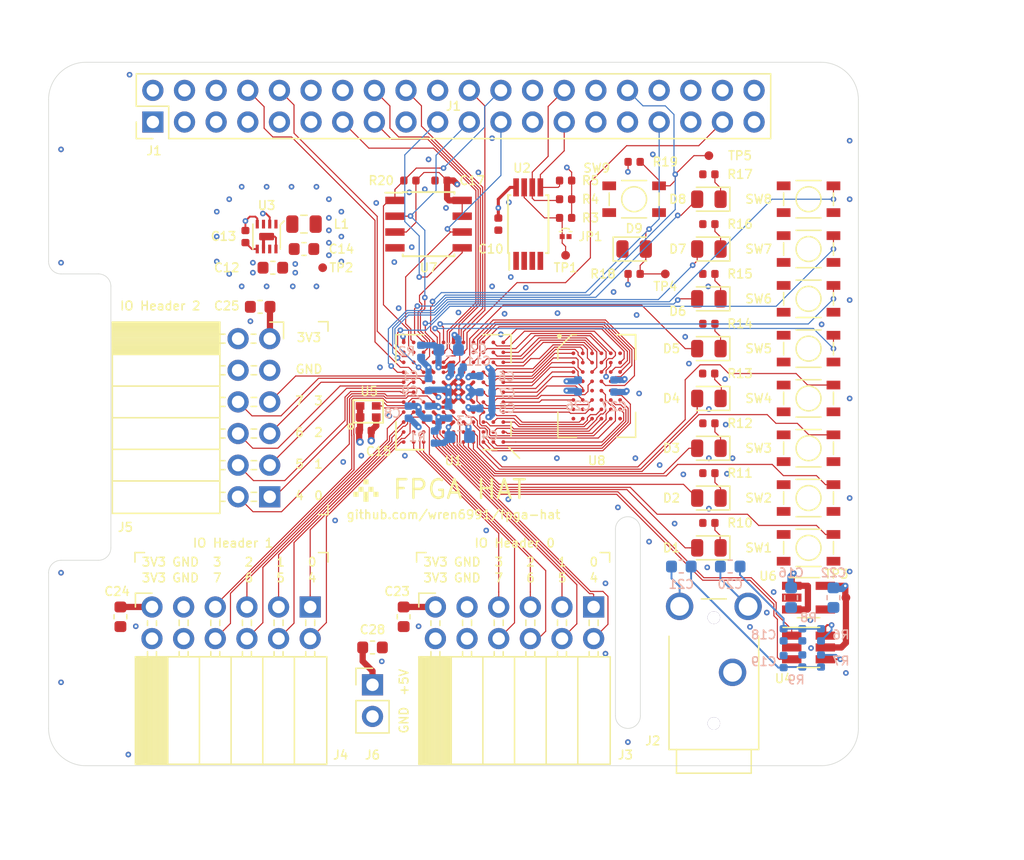
<source format=kicad_pcb>
(kicad_pcb (version 20171130) (host pcbnew 5.1.2+dfsg1-1)
  (layers (0 F.Cu signal) (1 In1.Cu power) (2 In2.Cu power) (31 B.Cu signal) (34 B.Paste user hide) (35 F.Paste user hide) (36 B.SilkS user hide) (37 F.SilkS user) (38 B.Mask user hide) (39 F.Mask user) (44 Edge.Cuts user))
  (net 0 "")
  (net 1 GND)
  (net 2 +1V2)
  (net 3 "Net-(C2-Pad2)")
  (net 4 "Net-(C2-Pad1)")
  (net 5 "Net-(C4-Pad2)")
  (net 6 "Net-(C4-Pad1)")
  (net 7 +3V3)
  (net 8 +5V)
  (net 9 "Net-(C13-Pad2)")
  (net 10 "Net-(C18-Pad1)")
  (net 11 "Net-(C19-Pad1)")
  (net 12 "Net-(C20-Pad1)")
  (net 13 "Net-(C21-Pad1)")
  (net 14 +3.3VDAC)
  (net 15 "Net-(D1-Pad1)")
  (net 16 /LED0)
  (net 17 /LED1)
  (net 18 "Net-(D2-Pad1)")
  (net 19 "Net-(D3-Pad1)")
  (net 20 /LED2)
  (net 21 /LED3)
  (net 22 "Net-(D4-Pad1)")
  (net 23 /LED4)
  (net 24 "Net-(D5-Pad1)")
  (net 25 "Net-(D6-Pad1)")
  (net 26 /LED5)
  (net 27 /LED6)
  (net 28 "Net-(D7-Pad1)")
  (net 29 "Net-(D8-Pad1)")
  (net 30 /LED7)
  (net 31 /GP13_FPGA_CDONE)
  (net 32 "Net-(J1-Pad3)")
  (net 33 "Net-(J1-Pad5)")
  (net 34 "Net-(J1-Pad7)")
  (net 35 /GP14_UART_TXD)
  (net 36 /GP15_UART_RXD)
  (net 37 "Net-(J1-Pad11)")
  (net 38 "Net-(J1-Pad12)")
  (net 39 /GP27_SDIO_DAT3)
  (net 40 /GP22_SDIO_CLK)
  (net 41 /GP23_SDIO_CMD)
  (net 42 /GP24_SDIO_DAT0)
  (net 43 /GP10_SPI_MOSI)
  (net 44 /GP9_SPI_MISO)
  (net 45 /GP25_SDIO_DAT1)
  (net 46 /GP11_SPI_SCK)
  (net 47 /GP8_SPI_~CS)
  (net 48 "Net-(J1-Pad26)")
  (net 49 /ID_SD)
  (net 50 /ID_SC)
  (net 51 "Net-(J1-Pad29)")
  (net 52 "Net-(J1-Pad31)")
  (net 53 /GP12_FPGA_~RST)
  (net 54 "Net-(J1-Pad35)")
  (net 55 "Net-(J1-Pad36)")
  (net 56 /GP26_SDIO_DAT2)
  (net 57 "Net-(J1-Pad38)")
  (net 58 "Net-(J1-Pad40)")
  (net 59 /IO0_0)
  (net 60 /IO0_1)
  (net 61 /IO0_2)
  (net 62 /IO0_3)
  (net 63 /IO0_4)
  (net 64 /IO0_5)
  (net 65 /IO0_6)
  (net 66 /IO0_7)
  (net 67 /IO1_7)
  (net 68 /IO1_6)
  (net 69 /IO1_5)
  (net 70 /IO1_4)
  (net 71 /IO1_3)
  (net 72 /IO1_2)
  (net 73 /IO1_1)
  (net 74 /IO1_0)
  (net 75 /IO2_0)
  (net 76 /IO2_1)
  (net 77 /IO2_2)
  (net 78 /IO2_3)
  (net 79 /IO2_4)
  (net 80 /IO2_5)
  (net 81 /IO2_6)
  (net 82 /IO2_7)
  (net 83 "Net-(JP1-Pad1)")
  (net 84 "Net-(L1-Pad1)")
  (net 85 "Net-(R6-Pad2)")
  (net 86 "Net-(R7-Pad2)")
  (net 87 /SW0)
  (net 88 /SW1)
  (net 89 /SW2)
  (net 90 /SW3)
  (net 91 /SW4)
  (net 92 /SW5)
  (net 93 /SW6)
  (net 94 /SW7)
  (net 95 /SRAM_DQ0)
  (net 96 /SRAM_DQ5)
  (net 97 /SRAM_DQ7)
  (net 98 /SRAM_DQ6)
  (net 99 /SRAM_DQ12)
  (net 100 /SRAM_A9)
  (net 101 /SRAM_A2)
  (net 102 /SRAM_A4)
  (net 103 /SRAM_A5)
  (net 104 /SRAM_A10)
  (net 105 /SRAM_DQ1)
  (net 106 /SRAM_DQ4)
  (net 107 /SRAM_DQ8)
  (net 108 /SRAM_DQ10)
  (net 109 /SRAM_DQ13)
  (net 110 /SRAM_DQ15)
  (net 111 /SRAM_A3)
  (net 112 /SRAM_A7)
  (net 113 /SRAM_A6)
  (net 114 /SRAM_A12)
  (net 115 /SRAM_DQ3)
  (net 116 /SRAM_DQ9)
  (net 117 /SRAM_DQ11)
  (net 118 /SRAM_A8)
  (net 119 /SRAM_A0)
  (net 120 /SRAM_A1)
  (net 121 /SRAM_A11)
  (net 122 /SRAM_A13)
  (net 123 /SRAM_A15)
  (net 124 /SRAM_DQ2)
  (net 125 /SRAM_DQ14)
  (net 126 /SRAM_A14)
  (net 127 /SRAM_A17)
  (net 128 /SRAM_A16)
  (net 129 /SRAM_~WE)
  (net 130 /SRAM_~OE)
  (net 131 /SRAM_~LB)
  (net 132 /SRAM_~UB)
  (net 133 /AUDIO_R_PWM)
  (net 134 "Net-(U1-PadB10)")
  (net 135 /CLK_OSC)
  (net 136 /AUDIO_L_PWM)
  (module fpga_hat:MOUNTHOLE_M2.5 (layer F.Cu) (at 161.5 133)
    (fp_text reference REF** hide)
    (fp_text value MOUNTHOLE_M2.5 hide)
    (pad "" np_thru_hole circle (at 0 0) (size 2.75 2.75) (drill 2.75) (layers *.Cu *.Mask) (clearance 1.9) (thermal_gap 1.9))
  )
  (module fpga_hat:MOUNTHOLE_M2.5 (layer F.Cu) (at 161.5 83.5)
    (fp_text reference REF** hide)
    (fp_text value MOUNTHOLE_M2.5 hide)
    (pad "" np_thru_hole circle (at 0 0) (size 2.75 2.75) (drill 2.75) (layers *.Cu *.Mask) (clearance 1.9) (thermal_gap 1.9))
  )
  (module fpga_hat:MOUNTHOLE_M2.5 (layer F.Cu) (at 103.5 133)
    (fp_text reference REF** hide)
    (fp_text value MOUNTHOLE_M2.5 hide)
    (pad "" np_thru_hole circle (at 0 0) (size 2.75 2.75) (drill 2.75) (layers *.Cu *.Mask) (clearance 1.9) (thermal_gap 1.9))
  )
  (module fpga_hat:MOUNTHOLE_M2.5 (layer F.Cu) (at 103.5 83.5)
    (fp_text reference REF** hide)
    (fp_text value MOUNTHOLE_M2.5 hide)
    (pad "" np_thru_hole circle (at 0 0) (size 2.75 2.75) (drill 2.75) (layers *.Cu *.Mask) (clearance 1.9) (thermal_gap 1.9))
  )
  (module fpga_hat:github_avatar (layer F.Cu) (at 125.476 114.3)
    (fp_text reference REF** hide)
    (fp_text value github_avatar hide)
  )
  (module Capacitor_SMD:C_0603_1608Metric (layer F.Cu) (at 105.7656 124.5363 270)
    (fp_text reference C24 (at -2.0363 0.2656 180) (layer F.SilkS) (effects (font (size 0.7 0.7) (thickness 0.12))))
    (fp_text value 1u)
    (pad 1 smd roundrect (at -0.7875 0 270) (size 0.875 0.95) (layers F.Cu F.Paste F.Mask) (net 7 +3V3))
    (pad 2 smd roundrect (at 0.7875 0 270) (size 0.875 0.95) (layers F.Cu F.Paste F.Mask) (net 1 GND))
  )
  (module Connector_PinHeader_2.54mm:PinHeader_2x20_P2.54mm_Vertical (layer F.Cu) (at 108.37 84.8 90)
    (fp_text reference J1 (at -2.31 0.1 180) (layer F.SilkS) (effects (font (size 0.7 0.7) (thickness 0.12))))
    (fp_text value 2x20)
    (fp_text user %R (at 1.27 24.13) (layer F.SilkS) (effects (font (size 0.7 0.7) (thickness 0.12))))
    (pad 1 thru_hole rect (at 0 0 90) (size 1.7 1.7) (drill 1) (layers *.Cu *.Mask) (net 7 +3V3))
    (pad 2 thru_hole oval (at 2.54 0 90) (size 1.7 1.7) (drill 1) (layers *.Cu *.Mask) (net 8 +5V))
    (pad 3 thru_hole oval (at 0 2.54 90) (size 1.7 1.7) (drill 1) (layers *.Cu *.Mask) (net 32 "Net-(J1-Pad3)"))
    (pad 4 thru_hole oval (at 2.54 2.54 90) (size 1.7 1.7) (drill 1) (layers *.Cu *.Mask) (net 8 +5V))
    (pad 5 thru_hole oval (at 0 5.08 90) (size 1.7 1.7) (drill 1) (layers *.Cu *.Mask) (net 33 "Net-(J1-Pad5)"))
    (pad 6 thru_hole oval (at 2.54 5.08 90) (size 1.7 1.7) (drill 1) (layers *.Cu *.Mask) (net 1 GND))
    (pad 7 thru_hole oval (at 0 7.62 90) (size 1.7 1.7) (drill 1) (layers *.Cu *.Mask) (net 34 "Net-(J1-Pad7)"))
    (pad 8 thru_hole oval (at 2.54 7.62 90) (size 1.7 1.7) (drill 1) (layers *.Cu *.Mask) (net 35 /GP14_UART_TXD))
    (pad 9 thru_hole oval (at 0 10.16 90) (size 1.7 1.7) (drill 1) (layers *.Cu *.Mask) (net 1 GND))
    (pad 10 thru_hole oval (at 2.54 10.16 90) (size 1.7 1.7) (drill 1) (layers *.Cu *.Mask) (net 36 /GP15_UART_RXD))
    (pad 11 thru_hole oval (at 0 12.7 90) (size 1.7 1.7) (drill 1) (layers *.Cu *.Mask) (net 37 "Net-(J1-Pad11)"))
    (pad 12 thru_hole oval (at 2.54 12.7 90) (size 1.7 1.7) (drill 1) (layers *.Cu *.Mask) (net 38 "Net-(J1-Pad12)"))
    (pad 13 thru_hole oval (at 0 15.24 90) (size 1.7 1.7) (drill 1) (layers *.Cu *.Mask) (net 39 /GP27_SDIO_DAT3))
    (pad 14 thru_hole oval (at 2.54 15.24 90) (size 1.7 1.7) (drill 1) (layers *.Cu *.Mask) (net 1 GND))
    (pad 15 thru_hole oval (at 0 17.78 90) (size 1.7 1.7) (drill 1) (layers *.Cu *.Mask) (net 40 /GP22_SDIO_CLK))
    (pad 16 thru_hole oval (at 2.54 17.78 90) (size 1.7 1.7) (drill 1) (layers *.Cu *.Mask) (net 41 /GP23_SDIO_CMD))
    (pad 17 thru_hole oval (at 0 20.32 90) (size 1.7 1.7) (drill 1) (layers *.Cu *.Mask) (net 7 +3V3))
    (pad 18 thru_hole oval (at 2.54 20.32 90) (size 1.7 1.7) (drill 1) (layers *.Cu *.Mask) (net 42 /GP24_SDIO_DAT0))
    (pad 19 thru_hole oval (at 0 22.86 90) (size 1.7 1.7) (drill 1) (layers *.Cu *.Mask) (net 43 /GP10_SPI_MOSI))
    (pad 20 thru_hole oval (at 2.54 22.86 90) (size 1.7 1.7) (drill 1) (layers *.Cu *.Mask) (net 1 GND))
    (pad 21 thru_hole oval (at 0 25.4 90) (size 1.7 1.7) (drill 1) (layers *.Cu *.Mask) (net 44 /GP9_SPI_MISO))
    (pad 22 thru_hole oval (at 2.54 25.4 90) (size 1.7 1.7) (drill 1) (layers *.Cu *.Mask) (net 45 /GP25_SDIO_DAT1))
    (pad 23 thru_hole oval (at 0 27.94 90) (size 1.7 1.7) (drill 1) (layers *.Cu *.Mask) (net 46 /GP11_SPI_SCK))
    (pad 24 thru_hole oval (at 2.54 27.94 90) (size 1.7 1.7) (drill 1) (layers *.Cu *.Mask) (net 47 /GP8_SPI_~CS))
    (pad 25 thru_hole oval (at 0 30.48 90) (size 1.7 1.7) (drill 1) (layers *.Cu *.Mask) (net 1 GND))
    (pad 26 thru_hole oval (at 2.54 30.48 90) (size 1.7 1.7) (drill 1) (layers *.Cu *.Mask) (net 48 "Net-(J1-Pad26)"))
    (pad 27 thru_hole oval (at 0 33.02 90) (size 1.7 1.7) (drill 1) (layers *.Cu *.Mask) (net 49 /ID_SD))
    (pad 28 thru_hole oval (at 2.54 33.02 90) (size 1.7 1.7) (drill 1) (layers *.Cu *.Mask) (net 50 /ID_SC))
    (pad 29 thru_hole oval (at 0 35.56 90) (size 1.7 1.7) (drill 1) (layers *.Cu *.Mask) (net 51 "Net-(J1-Pad29)"))
    (pad 30 thru_hole oval (at 2.54 35.56 90) (size 1.7 1.7) (drill 1) (layers *.Cu *.Mask) (net 1 GND))
    (pad 31 thru_hole oval (at 0 38.1 90) (size 1.7 1.7) (drill 1) (layers *.Cu *.Mask) (net 52 "Net-(J1-Pad31)"))
    (pad 32 thru_hole oval (at 2.54 38.1 90) (size 1.7 1.7) (drill 1) (layers *.Cu *.Mask) (net 53 /GP12_FPGA_~RST))
    (pad 33 thru_hole oval (at 0 40.64 90) (size 1.7 1.7) (drill 1) (layers *.Cu *.Mask) (net 31 /GP13_FPGA_CDONE))
    (pad 34 thru_hole oval (at 2.54 40.64 90) (size 1.7 1.7) (drill 1) (layers *.Cu *.Mask) (net 1 GND))
    (pad 35 thru_hole oval (at 0 43.18 90) (size 1.7 1.7) (drill 1) (layers *.Cu *.Mask) (net 54 "Net-(J1-Pad35)"))
    (pad 36 thru_hole oval (at 2.54 43.18 90) (size 1.7 1.7) (drill 1) (layers *.Cu *.Mask) (net 55 "Net-(J1-Pad36)"))
    (pad 37 thru_hole oval (at 0 45.72 90) (size 1.7 1.7) (drill 1) (layers *.Cu *.Mask) (net 56 /GP26_SDIO_DAT2))
    (pad 38 thru_hole oval (at 2.54 45.72 90) (size 1.7 1.7) (drill 1) (layers *.Cu *.Mask) (net 57 "Net-(J1-Pad38)"))
    (pad 39 thru_hole oval (at 0 48.26 90) (size 1.7 1.7) (drill 1) (layers *.Cu *.Mask) (net 1 GND))
    (pad 40 thru_hole oval (at 2.54 48.26 90) (size 1.7 1.7) (drill 1) (layers *.Cu *.Mask) (net 58 "Net-(J1-Pad40)"))
  )
  (module fpga_hat:PTS815 (layer F.Cu) (at 161 103 270)
    (fp_text reference SW5 (at 0 4) (layer F.SilkS) (effects (font (size 0.7 0.7) (thickness 0.12))))
    (fp_text value PTS815)
    (pad 1 smd rect (at -1.075 -2) (size 1.1 0.7) (layers F.Cu F.Paste F.Mask) (net 91 /SW4))
    (pad 2 smd rect (at 1.075 -2) (size 1.1 0.7) (layers F.Cu F.Paste F.Mask) (net 1 GND))
    (pad ~ smd rect (at 1.075 2) (size 1.1 0.7) (layers F.Cu F.Paste F.Mask))
    (pad ~ smd rect (at -1.075 2) (size 1.1 0.7) (layers F.Cu F.Paste F.Mask))
  )
  (module fpga_hat:BGA-121_11x11_9.0x9.0mm (layer F.Cu) (at 132.5 106.5 180)
    (fp_text reference U1 (at 0 -5.5) (layer F.SilkS) (effects (font (size 0.7 0.7) (thickness 0.12))))
    (fp_text value iCE40-HX8k-BG121)
    (pad A1 smd circle (at -4 -4 180) (size 0.3 0.3) (layers F.Cu F.Paste F.Mask) (net 97 /SRAM_DQ7))
    (pad B1 smd circle (at -4 -3.2 180) (size 0.3 0.3) (layers F.Cu F.Paste F.Mask) (net 129 /SRAM_~WE))
    (pad C1 smd circle (at -4 -2.4 180) (size 0.3 0.3) (layers F.Cu F.Paste F.Mask) (net 100 /SRAM_A9))
    (pad D1 smd circle (at -4 -1.6 180) (size 0.3 0.3) (layers F.Cu F.Paste F.Mask) (net 114 /SRAM_A12))
    (pad E1 smd circle (at -4 -0.8 180) (size 0.3 0.3) (layers F.Cu F.Paste F.Mask) (net 125 /SRAM_DQ14))
    (pad F1 smd circle (at -4 0 180) (size 0.3 0.3) (layers F.Cu F.Paste F.Mask) (net 99 /SRAM_DQ12))
    (pad G1 smd circle (at -4 0.8 180) (size 0.3 0.3) (layers F.Cu F.Paste F.Mask) (net 107 /SRAM_DQ8))
    (pad H1 smd circle (at -4 1.6 180) (size 0.3 0.3) (layers F.Cu F.Paste F.Mask) (net 132 /SRAM_~UB))
    (pad J1 smd circle (at -4 2.4 180) (size 0.3 0.3) (layers F.Cu F.Paste F.Mask) (net 119 /SRAM_A0))
    (pad K1 smd circle (at -4 3.2 180) (size 0.3 0.3) (layers F.Cu F.Paste F.Mask) (net 102 /SRAM_A4))
    (pad L1 smd circle (at -4 4 180) (size 0.3 0.3) (layers F.Cu F.Paste F.Mask) (net 95 /SRAM_DQ0))
    (pad A2 smd circle (at -3.2 -4 180) (size 0.3 0.3) (layers F.Cu F.Paste F.Mask) (net 96 /SRAM_DQ5))
    (pad B2 smd circle (at -3.2 -3.2 180) (size 0.3 0.3) (layers F.Cu F.Paste F.Mask) (net 104 /SRAM_A10))
    (pad C2 smd circle (at -3.2 -2.4 180) (size 0.3 0.3) (layers F.Cu F.Paste F.Mask) (net 122 /SRAM_A13))
    (pad D2 smd circle (at -3.2 -1.6 180) (size 0.3 0.3) (layers F.Cu F.Paste F.Mask) (net 118 /SRAM_A8))
    (pad E2 smd circle (at -3.2 -0.8 180) (size 0.3 0.3) (layers F.Cu F.Paste F.Mask) (net 109 /SRAM_DQ13))
    (pad F2 smd circle (at -3.2 0 180) (size 0.3 0.3) (layers F.Cu F.Paste F.Mask) (net 116 /SRAM_DQ9))
    (pad G2 smd circle (at -3.2 0.8 180) (size 0.3 0.3) (layers F.Cu F.Paste F.Mask) (net 108 /SRAM_DQ10))
    (pad H2 smd circle (at -3.2 1.6 180) (size 0.3 0.3) (layers F.Cu F.Paste F.Mask) (net 130 /SRAM_~OE))
    (pad J2 smd circle (at -3.2 2.4 180) (size 0.3 0.3) (layers F.Cu F.Paste F.Mask) (net 111 /SRAM_A3))
    (pad K2 smd circle (at -3.2 3.2 180) (size 0.3 0.3) (layers F.Cu F.Paste F.Mask) (net 120 /SRAM_A1))
    (pad L2 smd circle (at -3.2 4 180) (size 0.3 0.3) (layers F.Cu F.Paste F.Mask) (net 113 /SRAM_A6))
    (pad A3 smd circle (at -2.4 -4 180) (size 0.3 0.3) (layers F.Cu F.Paste F.Mask) (net 106 /SRAM_DQ4))
    (pad B3 smd circle (at -2.4 -3.2 180) (size 0.3 0.3) (layers F.Cu F.Paste F.Mask) (net 98 /SRAM_DQ6))
    (pad C3 smd circle (at -2.4 -2.4 180) (size 0.3 0.3) (layers F.Cu F.Paste F.Mask) (net 123 /SRAM_A15))
    (pad D3 smd circle (at -2.4 -1.6 180) (size 0.3 0.3) (layers F.Cu F.Paste F.Mask) (net 121 /SRAM_A11))
    (pad E3 smd circle (at -2.4 -0.8 180) (size 0.3 0.3) (layers F.Cu F.Paste F.Mask) (net 126 /SRAM_A14))
    (pad F3 smd circle (at -2.4 0 180) (size 0.3 0.3) (layers F.Cu F.Paste F.Mask) (net 127 /SRAM_A17))
    (pad G3 smd circle (at -2.4 0.8 180) (size 0.3 0.3) (layers F.Cu F.Paste F.Mask) (net 117 /SRAM_DQ11))
    (pad H3 smd circle (at -2.4 1.6 180) (size 0.3 0.3) (layers F.Cu F.Paste F.Mask) (net 131 /SRAM_~LB))
    (pad J3 smd circle (at -2.4 2.4 180) (size 0.3 0.3) (layers F.Cu F.Paste F.Mask) (net 103 /SRAM_A5))
    (pad K3 smd circle (at -2.4 3.2 180) (size 0.3 0.3) (layers F.Cu F.Paste F.Mask) (net 101 /SRAM_A2))
    (pad L3 smd circle (at -2.4 4 180) (size 0.3 0.3) (layers F.Cu F.Paste F.Mask) (net 105 /SRAM_DQ1))
    (pad A4 smd circle (at -1.6 -4 180) (size 0.3 0.3) (layers F.Cu F.Paste F.Mask) (net 89 /SW2))
    (pad B4 smd circle (at -1.6 -3.2 180) (size 0.3 0.3) (layers F.Cu F.Paste F.Mask) (net 21 /LED3))
    (pad C4 smd circle (at -1.6 -2.4 180) (size 0.3 0.3) (layers F.Cu F.Paste F.Mask) (net 90 /SW3))
    (pad D4 smd circle (at -1.6 -1.6 180) (size 0.3 0.3) (layers F.Cu F.Paste F.Mask) (net 2 +1V2))
    (pad E4 smd circle (at -1.6 -0.8 180) (size 0.3 0.3) (layers F.Cu F.Paste F.Mask) (net 7 +3V3))
    (pad F4 smd circle (at -1.6 0 180) (size 0.3 0.3) (layers F.Cu F.Paste F.Mask) (net 110 /SRAM_DQ15))
    (pad G4 smd circle (at -1.6 0.8 180) (size 0.3 0.3) (layers F.Cu F.Paste F.Mask) (net 7 +3V3))
    (pad H4 smd circle (at -1.6 1.6 180) (size 0.3 0.3) (layers F.Cu F.Paste F.Mask) (net 2 +1V2))
    (pad J4 smd circle (at -1.6 2.4 180) (size 0.3 0.3) (layers F.Cu F.Paste F.Mask) (net 124 /SRAM_DQ2))
    (pad K4 smd circle (at -1.6 3.2 180) (size 0.3 0.3) (layers F.Cu F.Paste F.Mask) (net 115 /SRAM_DQ3))
    (pad L4 smd circle (at -1.6 4 180) (size 0.3 0.3) (layers F.Cu F.Paste F.Mask) (net 112 /SRAM_A7))
    (pad A5 smd circle (at -0.8 -4 180) (size 0.3 0.3) (layers F.Cu F.Paste F.Mask) (net 88 /SW1))
    (pad B5 smd circle (at -0.8 -3.2 180) (size 0.3 0.3) (layers F.Cu F.Paste F.Mask) (net 20 /LED2))
    (pad C5 smd circle (at -0.8 -2.4 180) (size 0.3 0.3) (layers F.Cu F.Paste F.Mask) (net 5 "Net-(C4-Pad2)"))
    (pad D5 smd circle (at -0.8 -1.6 180) (size 0.3 0.3) (layers F.Cu F.Paste F.Mask) (net 128 /SRAM_A16))
    (pad E5 smd circle (at -0.8 -0.8 180) (size 0.3 0.3) (layers F.Cu F.Paste F.Mask) (net 1 GND))
    (pad F5 smd circle (at -0.8 0 180) (size 0.3 0.3) (layers F.Cu F.Paste F.Mask) (net 1 GND))
    (pad G5 smd circle (at -0.8 0.8 180) (size 0.3 0.3) (layers F.Cu F.Paste F.Mask) (net 1 GND))
    (pad H5 smd circle (at -0.8 1.6 180) (size 0.3 0.3) (layers F.Cu F.Paste F.Mask) (net 1 GND))
    (pad J5 smd circle (at -0.8 2.4 180) (size 0.3 0.3) (layers F.Cu F.Paste F.Mask) (net 23 /LED4))
    (pad K5 smd circle (at -0.8 3.2 180) (size 0.3 0.3) (layers F.Cu F.Paste F.Mask) (net 56 /GP26_SDIO_DAT2))
    (pad L5 smd circle (at -0.8 4 180) (size 0.3 0.3) (layers F.Cu F.Paste F.Mask) (net 45 /GP25_SDIO_DAT1))
    (pad A6 smd circle (at 0 -4 180) (size 0.3 0.3) (layers F.Cu F.Paste F.Mask) (net 16 /LED0))
    (pad B6 smd circle (at 0 -3.2 180) (size 0.3 0.3) (layers F.Cu F.Paste F.Mask) (net 87 /SW0))
    (pad C6 smd circle (at 0 -2.4 180) (size 0.3 0.3) (layers F.Cu F.Paste F.Mask) (net 6 "Net-(C4-Pad1)"))
    (pad D6 smd circle (at 0 -1.6 180) (size 0.3 0.3) (layers F.Cu F.Paste F.Mask) (net 7 +3V3))
    (pad E6 smd circle (at 0 -0.8 180) (size 0.3 0.3) (layers F.Cu F.Paste F.Mask) (net 1 GND))
    (pad F6 smd circle (at 0 0 180) (size 0.3 0.3) (layers F.Cu F.Paste F.Mask) (net 1 GND))
    (pad G6 smd circle (at 0 0.8 180) (size 0.3 0.3) (layers F.Cu F.Paste F.Mask) (net 1 GND))
    (pad H6 smd circle (at 0 1.6 180) (size 0.3 0.3) (layers F.Cu F.Paste F.Mask) (net 7 +3V3))
    (pad J6 smd circle (at 0 2.4 180) (size 0.3 0.3) (layers F.Cu F.Paste F.Mask) (net 4 "Net-(C2-Pad1)"))
    (pad K6 smd circle (at 0 3.2 180) (size 0.3 0.3) (layers F.Cu F.Paste F.Mask) (net 40 /GP22_SDIO_CLK))
    (pad L6 smd circle (at 0 4 180) (size 0.3 0.3) (layers F.Cu F.Paste F.Mask) (net 3 "Net-(C2-Pad2)"))
    (pad A7 smd circle (at 0.8 -4 180) (size 0.3 0.3) (layers F.Cu F.Paste F.Mask) (net 63 /IO0_4))
    (pad B7 smd circle (at 0.8 -3.2 180) (size 0.3 0.3) (layers F.Cu F.Paste F.Mask) (net 136 /AUDIO_L_PWM))
    (pad C7 smd circle (at 0.8 -2.4 180) (size 0.3 0.3) (layers F.Cu F.Paste F.Mask) (net 133 /AUDIO_R_PWM))
    (pad D7 smd circle (at 0.8 -1.6 180) (size 0.3 0.3) (layers F.Cu F.Paste F.Mask) (net 17 /LED1))
    (pad E7 smd circle (at 0.8 -0.8 180) (size 0.3 0.3) (layers F.Cu F.Paste F.Mask) (net 1 GND))
    (pad F7 smd circle (at 0.8 0 180) (size 0.3 0.3) (layers F.Cu F.Paste F.Mask) (net 1 GND))
    (pad G7 smd circle (at 0.8 0.8 180) (size 0.3 0.3) (layers F.Cu F.Paste F.Mask) (net 1 GND))
    (pad H7 smd circle (at 0.8 1.6 180) (size 0.3 0.3) (layers F.Cu F.Paste F.Mask) (net 42 /GP24_SDIO_DAT0))
    (pad J7 smd circle (at 0.8 2.4 180) (size 0.3 0.3) (layers F.Cu F.Paste F.Mask) (net 41 /GP23_SDIO_CMD))
    (pad K7 smd circle (at 0.8 3.2 180) (size 0.3 0.3) (layers F.Cu F.Paste F.Mask) (net 39 /GP27_SDIO_DAT3))
    (pad L7 smd circle (at 0.8 4 180) (size 0.3 0.3) (layers F.Cu F.Paste F.Mask) (net 92 /SW5))
    (pad A8 smd circle (at 1.6 -4 180) (size 0.3 0.3) (layers F.Cu F.Paste F.Mask) (net 60 /IO0_1))
    (pad B8 smd circle (at 1.6 -3.2 180) (size 0.3 0.3) (layers F.Cu F.Paste F.Mask) (net 64 /IO0_5))
    (pad C8 smd circle (at 1.6 -2.4 180) (size 0.3 0.3) (layers F.Cu F.Paste F.Mask) (net 59 /IO0_0))
    (pad D8 smd circle (at 1.6 -1.6 180) (size 0.3 0.3) (layers F.Cu F.Paste F.Mask) (net 2 +1V2))
    (pad E8 smd circle (at 1.6 -0.8 180) (size 0.3 0.3) (layers F.Cu F.Paste F.Mask) (net 79 /IO2_4))
    (pad F8 smd circle (at 1.6 0 180) (size 0.3 0.3) (layers F.Cu F.Paste F.Mask) (net 7 +3V3))
    (pad G8 smd circle (at 1.6 0.8 180) (size 0.3 0.3) (layers F.Cu F.Paste F.Mask) (net 78 /IO2_3))
    (pad H8 smd circle (at 1.6 1.6 180) (size 0.3 0.3) (layers F.Cu F.Paste F.Mask) (net 2 +1V2))
    (pad J8 smd circle (at 1.6 2.4 180) (size 0.3 0.3) (layers F.Cu F.Paste F.Mask) (net 91 /SW4))
    (pad K8 smd circle (at 1.6 3.2 180) (size 0.3 0.3) (layers F.Cu F.Paste F.Mask) (net 31 /GP13_FPGA_CDONE))
    (pad L8 smd circle (at 1.6 4 180) (size 0.3 0.3) (layers F.Cu F.Paste F.Mask) (net 26 /LED5))
    (pad A9 smd circle (at 2.4 -4 180) (size 0.3 0.3) (layers F.Cu F.Paste F.Mask) (net 61 /IO0_2))
    (pad B9 smd circle (at 2.4 -3.2 180) (size 0.3 0.3) (layers F.Cu F.Paste F.Mask) (net 66 /IO0_7))
    (pad C9 smd circle (at 2.4 -2.4 180) (size 0.3 0.3) (layers F.Cu F.Paste F.Mask) (net 65 /IO0_6))
    (pad D9 smd circle (at 2.4 -1.6 180) (size 0.3 0.3) (layers F.Cu F.Paste F.Mask) (net 74 /IO1_0))
    (pad E9 smd circle (at 2.4 -0.8 180) (size 0.3 0.3) (layers F.Cu F.Paste F.Mask) (net 67 /IO1_7))
    (pad F9 smd circle (at 2.4 0 180) (size 0.3 0.3) (layers F.Cu F.Paste F.Mask) (net 76 /IO2_1))
    (pad G9 smd circle (at 2.4 0.8 180) (size 0.3 0.3) (layers F.Cu F.Paste F.Mask) (net 82 /IO2_7))
    (pad H9 smd circle (at 2.4 1.6 180) (size 0.3 0.3) (layers F.Cu F.Paste F.Mask) (net 94 /SW7))
    (pad J9 smd circle (at 2.4 2.4 180) (size 0.3 0.3) (layers F.Cu F.Paste F.Mask) (net 44 /GP9_SPI_MISO))
    (pad K9 smd circle (at 2.4 3.2 180) (size 0.3 0.3) (layers F.Cu F.Paste F.Mask) (net 43 /GP10_SPI_MOSI))
    (pad L9 smd circle (at 2.4 4 180) (size 0.3 0.3) (layers F.Cu F.Paste F.Mask) (net 53 /GP12_FPGA_~RST))
    (pad A10 smd circle (at 3.2 -4 180) (size 0.3 0.3) (layers F.Cu F.Paste F.Mask) (net 62 /IO0_3))
    (pad B10 smd circle (at 3.2 -3.2 180) (size 0.3 0.3) (layers F.Cu F.Paste F.Mask) (net 134 "Net-(U1-PadB10)"))
    (pad C10 smd circle (at 3.2 -2.4 180) (size 0.3 0.3) (layers F.Cu F.Paste F.Mask) (net 7 +3V3))
    (pad D10 smd circle (at 3.2 -1.6 180) (size 0.3 0.3) (layers F.Cu F.Paste F.Mask) (net 73 /IO1_1))
    (pad E10 smd circle (at 3.2 -0.8 180) (size 0.3 0.3) (layers F.Cu F.Paste F.Mask) (net 135 /CLK_OSC))
    (pad F10 smd circle (at 3.2 0 180) (size 0.3 0.3) (layers F.Cu F.Paste F.Mask) (net 75 /IO2_0))
    (pad G10 smd circle (at 3.2 0.8 180) (size 0.3 0.3) (layers F.Cu F.Paste F.Mask) (net 81 /IO2_6))
    (pad H10 smd circle (at 3.2 1.6 180) (size 0.3 0.3) (layers F.Cu F.Paste F.Mask) (net 35 /GP14_UART_TXD))
    (pad J10 smd circle (at 3.2 2.4 180) (size 0.3 0.3) (layers F.Cu F.Paste F.Mask) (net 36 /GP15_UART_RXD))
    (pad K10 smd circle (at 3.2 3.2 180) (size 0.3 0.3) (layers F.Cu F.Paste F.Mask) (net 47 /GP8_SPI_~CS))
    (pad L10 smd circle (at 3.2 4 180) (size 0.3 0.3) (layers F.Cu F.Paste F.Mask) (net 46 /GP11_SPI_SCK))
    (pad A11 smd circle (at 4 -4 180) (size 0.3 0.3) (layers F.Cu F.Paste F.Mask) (net 70 /IO1_4))
    (pad B11 smd circle (at 4 -3.2 180) (size 0.3 0.3) (layers F.Cu F.Paste F.Mask) (net 69 /IO1_5))
    (pad C11 smd circle (at 4 -2.4 180) (size 0.3 0.3) (layers F.Cu F.Paste F.Mask) (net 68 /IO1_6))
    (pad D11 smd circle (at 4 -1.6 180) (size 0.3 0.3) (layers F.Cu F.Paste F.Mask) (net 72 /IO1_2))
    (pad E11 smd circle (at 4 -0.8 180) (size 0.3 0.3) (layers F.Cu F.Paste F.Mask) (net 71 /IO1_3))
    (pad F11 smd circle (at 4 0 180) (size 0.3 0.3) (layers F.Cu F.Paste F.Mask) (net 80 /IO2_5))
    (pad G11 smd circle (at 4 0.8 180) (size 0.3 0.3) (layers F.Cu F.Paste F.Mask) (net 77 /IO2_2))
    (pad H11 smd circle (at 4 1.6 180) (size 0.3 0.3) (layers F.Cu F.Paste F.Mask) (net 30 /LED7))
    (pad J11 smd circle (at 4 2.4 180) (size 0.3 0.3) (layers F.Cu F.Paste F.Mask) (net 27 /LED6))
    (pad K11 smd circle (at 4 3.2 180) (size 0.3 0.3) (layers F.Cu F.Paste F.Mask) (net 93 /SW6))
    (pad L11 smd circle (at 4 4 180) (size 0.3 0.3) (layers F.Cu F.Paste F.Mask) (net 7 +3V3))
  )
  (module Capacitor_SMD:C_0402_1005Metric (layer B.Cu) (at 128.9 108.1 90)
    (fp_text reference C8 (at -0.1 -1.3 180) (layer B.SilkS) (effects (font (size 0.7 0.7) (thickness 0.12)) (justify mirror)))
    (fp_text value 100n)
    (pad 2 smd roundrect (at 0.485 0 90) (size 0.59 0.64) (layers B.Cu B.Paste B.Mask) (net 1 GND))
    (pad 1 smd roundrect (at -0.485 0 90) (size 0.59 0.64) (layers B.Cu B.Paste B.Mask) (net 7 +3V3))
  )
  (module Capacitor_SMD:C_0402_1005Metric (layer B.Cu) (at 130.5 105.885 270)
    (fp_text reference C1 (at -0.685 1.5) (layer B.SilkS) (effects (font (size 0.7 0.7) (thickness 0.12)) (justify mirror)))
    (fp_text value 100n)
    (pad 2 smd roundrect (at 0.485 0 270) (size 0.59 0.64) (layers B.Cu B.Paste B.Mask) (net 1 GND))
    (pad 1 smd roundrect (at -0.485 0 270) (size 0.59 0.64) (layers B.Cu B.Paste B.Mask) (net 2 +1V2))
  )
  (module Capacitor_SMD:C_0603_1608Metric (layer B.Cu) (at 132.1125 103.1)
    (fp_text reference C2 (at 2.3875 -0.1) (layer B.SilkS) (effects (font (size 0.7 0.7) (thickness 0.12)) (justify mirror)))
    (fp_text value 4u7)
    (pad 2 smd roundrect (at 0.7875 0) (size 0.875 0.95) (layers B.Cu B.Paste B.Mask) (net 3 "Net-(C2-Pad2)"))
    (pad 1 smd roundrect (at -0.7875 0) (size 0.875 0.95) (layers B.Cu B.Paste B.Mask) (net 4 "Net-(C2-Pad1)"))
  )
  (module Capacitor_SMD:C_0402_1005Metric (layer B.Cu) (at 132.1 108.1 90)
    (fp_text reference C3 (at -0.7 1.3 180) (layer B.SilkS) (effects (font (size 0.7 0.7) (thickness 0.12)) (justify mirror)))
    (fp_text value 100n)
    (pad 1 smd roundrect (at -0.485 0 90) (size 0.59 0.64) (layers B.Cu B.Paste B.Mask) (net 2 +1V2))
    (pad 2 smd roundrect (at 0.485 0 90) (size 0.59 0.64) (layers B.Cu B.Paste B.Mask) (net 1 GND))
  )
  (module Capacitor_SMD:C_0603_1608Metric (layer B.Cu) (at 133 110.1)
    (fp_text reference C4 (at 2.4 -0.1) (layer B.SilkS) (effects (font (size 0.7 0.7) (thickness 0.12)) (justify mirror)))
    (fp_text value 4u7)
    (pad 1 smd roundrect (at -0.7875 0) (size 0.875 0.95) (layers B.Cu B.Paste B.Mask) (net 6 "Net-(C4-Pad1)"))
    (pad 2 smd roundrect (at 0.7875 0) (size 0.875 0.95) (layers B.Cu B.Paste B.Mask) (net 5 "Net-(C4-Pad2)"))
  )
  (module Capacitor_SMD:C_0402_1005Metric (layer B.Cu) (at 135.1 107.8)
    (fp_text reference C5 (at 1.7 0 -180) (layer B.SilkS) (effects (font (size 0.7 0.7) (thickness 0.12)) (justify mirror)))
    (fp_text value 100n)
    (pad 1 smd roundrect (at -0.485 0) (size 0.59 0.64) (layers B.Cu B.Paste B.Mask) (net 2 +1V2))
    (pad 2 smd roundrect (at 0.485 0) (size 0.59 0.64) (layers B.Cu B.Paste B.Mask) (net 1 GND))
  )
  (module Capacitor_SMD:C_0402_1005Metric (layer B.Cu) (at 135.1 105.2)
    (fp_text reference C6 (at 1.65 0.05) (layer B.SilkS) (effects (font (size 0.7 0.7) (thickness 0.12)) (justify mirror)))
    (fp_text value 100n)
    (pad 2 smd roundrect (at 0.485 0) (size 0.59 0.64) (layers B.Cu B.Paste B.Mask) (net 1 GND))
    (pad 1 smd roundrect (at -0.485 0) (size 0.59 0.64) (layers B.Cu B.Paste B.Mask) (net 2 +1V2))
  )
  (module Capacitor_SMD:C_0402_1005Metric (layer B.Cu) (at 135.115 106.5)
    (fp_text reference C7 (at 1.685 0.1 -180) (layer B.SilkS) (effects (font (size 0.7 0.7) (thickness 0.12)) (justify mirror)))
    (fp_text value 100n)
    (pad 2 smd roundrect (at 0.485 0) (size 0.59 0.64) (layers B.Cu B.Paste B.Mask) (net 1 GND))
    (pad 1 smd roundrect (at -0.485 0) (size 0.59 0.64) (layers B.Cu B.Paste B.Mask) (net 7 +3V3))
  )
  (module Capacitor_SMD:C_0402_1005Metric (layer B.Cu) (at 130.5 108.1 270)
    (fp_text reference C9 (at -1.7 1.5 180) (layer B.SilkS) (effects (font (size 0.7 0.7) (thickness 0.12)) (justify mirror)))
    (fp_text value 100n)
    (pad 2 smd roundrect (at 0.485 0 270) (size 0.59 0.64) (layers B.Cu B.Paste B.Mask) (net 1 GND))
    (pad 1 smd roundrect (at -0.485 0 270) (size 0.59 0.64) (layers B.Cu B.Paste B.Mask) (net 7 +3V3))
  )
  (module Capacitor_SMD:C_0402_1005Metric (layer F.Cu) (at 136.1 93 270)
    (fp_text reference C10 (at 2 0.6 180) (layer F.SilkS) (effects (font (size 0.7 0.7) (thickness 0.12))))
    (fp_text value 100n)
    (pad 1 smd roundrect (at -0.485 0 270) (size 0.59 0.64) (layers F.Cu F.Paste F.Mask) (net 7 +3V3))
    (pad 2 smd roundrect (at 0.485 0 270) (size 0.59 0.64) (layers F.Cu F.Paste F.Mask) (net 1 GND))
  )
  (module Capacitor_SMD:C_0402_1005Metric (layer B.Cu) (at 132.8 104.5)
    (fp_text reference C11 (at 1.7 -0.5) (layer B.SilkS) (effects (font (size 0.7 0.7) (thickness 0.12)) (justify mirror)))
    (fp_text value 100n)
    (pad 1 smd roundrect (at -0.485 0) (size 0.59 0.64) (layers B.Cu B.Paste B.Mask) (net 7 +3V3))
    (pad 2 smd roundrect (at 0.485 0) (size 0.59 0.64) (layers B.Cu B.Paste B.Mask) (net 1 GND))
  )
  (module Capacitor_SMD:C_0603_1608Metric (layer F.Cu) (at 118 96.5)
    (fp_text reference C12 (at -3.7 0) (layer F.SilkS) (effects (font (size 0.7 0.7) (thickness 0.12))))
    (fp_text value 4u7)
    (pad 2 smd roundrect (at 0.7875 0) (size 0.875 0.95) (layers F.Cu F.Paste F.Mask) (net 1 GND))
    (pad 1 smd roundrect (at -0.7875 0) (size 0.875 0.95) (layers F.Cu F.Paste F.Mask) (net 8 +5V))
  )
  (module Capacitor_SMD:C_0402_1005Metric (layer F.Cu) (at 115.8 94 270)
    (fp_text reference C13 (at -0.02 1.754 180) (layer F.SilkS) (effects (font (size 0.7 0.7) (thickness 0.12))))
    (fp_text value 560p)
    (pad 1 smd roundrect (at -0.485 0 270) (size 0.59 0.64) (layers F.Cu F.Paste F.Mask) (net 2 +1V2))
    (pad 2 smd roundrect (at 0.485 0 270) (size 0.59 0.64) (layers F.Cu F.Paste F.Mask) (net 9 "Net-(C13-Pad2)"))
  )
  (module Capacitor_SMD:C_0603_1608Metric (layer F.Cu) (at 120.5 95 180)
    (fp_text reference C14 (at -3 0) (layer F.SilkS) (effects (font (size 0.7 0.7) (thickness 0.12))))
    (fp_text value 4u7)
    (pad 2 smd roundrect (at 0.7875 0 180) (size 0.875 0.95) (layers F.Cu F.Paste F.Mask) (net 1 GND))
    (pad 1 smd roundrect (at -0.7875 0 180) (size 0.875 0.95) (layers F.Cu F.Paste F.Mask) (net 2 +1V2))
  )
  (module Capacitor_SMD:C_0402_1005Metric (layer F.Cu) (at 125.415 109.6)
    (fp_text reference C15 (at 1.077 1.652) (layer F.SilkS) (effects (font (size 0.7 0.7) (thickness 0.12))))
    (fp_text value 100n)
    (pad 2 smd roundrect (at 0.485 0) (size 0.59 0.64) (layers F.Cu F.Paste F.Mask) (net 1 GND))
    (pad 1 smd roundrect (at -0.485 0) (size 0.59 0.64) (layers F.Cu F.Paste F.Mask) (net 7 +3V3))
  )
  (module Capacitor_SMD:C_0603_1608Metric (layer B.Cu) (at 159.6 123 270)
    (fp_text reference C16 (at -2 0 180) (layer B.SilkS) (effects (font (size 0.7 0.7) (thickness 0.12)) (justify mirror)))
    (fp_text value 1u)
    (pad 1 smd roundrect (at -0.7875 0 270) (size 0.875 0.95) (layers B.Cu B.Paste B.Mask) (net 8 +5V))
    (pad 2 smd roundrect (at 0.7875 0 270) (size 0.875 0.95) (layers B.Cu B.Paste B.Mask) (net 1 GND))
  )
  (module Capacitor_SMD:C_0402_1005Metric (layer F.Cu) (at 131.5 89.5 180)
    (fp_text reference C17 (at -2.5 0) (layer F.SilkS) (effects (font (size 0.7 0.7) (thickness 0.12))))
    (fp_text value 100n)
    (pad 1 smd roundrect (at -0.485 0 180) (size 0.59 0.64) (layers F.Cu F.Paste F.Mask) (net 7 +3V3))
    (pad 2 smd roundrect (at 0.485 0 180) (size 0.59 0.64) (layers F.Cu F.Paste F.Mask) (net 1 GND))
  )
  (module Capacitor_SMD:C_0402_1005Metric (layer B.Cu) (at 159 125.985 270)
    (fp_text reference C18 (at 0 1.6 180) (layer B.SilkS) (effects (font (size 0.7 0.7) (thickness 0.12)) (justify mirror)))
    (fp_text value 100n)
    (pad 1 smd roundrect (at -0.485 0 270) (size 0.59 0.64) (layers B.Cu B.Paste B.Mask) (net 10 "Net-(C18-Pad1)"))
    (pad 2 smd roundrect (at 0.485 0 270) (size 0.59 0.64) (layers B.Cu B.Paste B.Mask) (net 1 GND))
  )
  (module Capacitor_SMD:C_0402_1005Metric (layer B.Cu) (at 159 128.135 90)
    (fp_text reference C19 (at 0 -1.6 180) (layer B.SilkS) (effects (font (size 0.7 0.7) (thickness 0.12)) (justify mirror)))
    (fp_text value 100n)
    (pad 1 smd roundrect (at -0.485 0 90) (size 0.59 0.64) (layers B.Cu B.Paste B.Mask) (net 11 "Net-(C19-Pad1)"))
    (pad 2 smd roundrect (at 0.485 0 90) (size 0.59 0.64) (layers B.Cu B.Paste B.Mask) (net 1 GND))
  )
  (module Capacitor_SMD:C_0603_1608Metric (layer B.Cu) (at 154.7125 120.5)
    (fp_text reference C20 (at 0 1.43) (layer B.SilkS) (effects (font (size 0.7 0.7) (thickness 0.12)) (justify mirror)))
    (fp_text value 4u7)
    (pad 1 smd roundrect (at -0.7875 0) (size 0.875 0.95) (layers B.Cu B.Paste B.Mask) (net 12 "Net-(C20-Pad1)"))
    (pad 2 smd roundrect (at 0.7875 0) (size 0.875 0.95) (layers B.Cu B.Paste B.Mask) (net 10 "Net-(C18-Pad1)"))
  )
  (module Capacitor_SMD:C_0603_1608Metric (layer B.Cu) (at 150.7875 120.5)
    (fp_text reference C21 (at 0 1.43) (layer B.SilkS) (effects (font (size 0.7 0.7) (thickness 0.12)) (justify mirror)))
    (fp_text value 4u7)
    (pad 1 smd roundrect (at -0.7875 0) (size 0.875 0.95) (layers B.Cu B.Paste B.Mask) (net 13 "Net-(C21-Pad1)"))
    (pad 2 smd roundrect (at 0.7875 0) (size 0.875 0.95) (layers B.Cu B.Paste B.Mask) (net 11 "Net-(C19-Pad1)"))
  )
  (module Capacitor_SMD:C_0603_1608Metric (layer B.Cu) (at 163 123 270)
    (fp_text reference C22 (at -2 0 180) (layer B.SilkS) (effects (font (size 0.7 0.7) (thickness 0.12)) (justify mirror)))
    (fp_text value 1u)
    (pad 2 smd roundrect (at 0.7875 0 270) (size 0.875 0.95) (layers B.Cu B.Paste B.Mask) (net 1 GND))
    (pad 1 smd roundrect (at -0.7875 0 270) (size 0.875 0.95) (layers B.Cu B.Paste B.Mask) (net 14 +3.3VDAC))
  )
  (module Capacitor_SMD:C_0603_1608Metric (layer F.Cu) (at 128.5 124.5363 270)
    (fp_text reference C23 (at -2.0363 0.524 180) (layer F.SilkS) (effects (font (size 0.7 0.7) (thickness 0.12))))
    (fp_text value 1u)
    (pad 2 smd roundrect (at 0.7875 0 270) (size 0.875 0.95) (layers F.Cu F.Paste F.Mask) (net 1 GND))
    (pad 1 smd roundrect (at -0.7875 0 270) (size 0.875 0.95) (layers F.Cu F.Paste F.Mask) (net 7 +3V3))
  )
  (module Capacitor_SMD:C_0603_1608Metric (layer F.Cu) (at 116.98224 99.6442 180)
    (fp_text reference C25 (at 2.68224 0.0762) (layer F.SilkS) (effects (font (size 0.7 0.7) (thickness 0.12))))
    (fp_text value 1u)
    (pad 1 smd roundrect (at -0.7875 0 180) (size 0.875 0.95) (layers F.Cu F.Paste F.Mask) (net 7 +3V3))
    (pad 2 smd roundrect (at 0.7875 0 180) (size 0.875 0.95) (layers F.Cu F.Paste F.Mask) (net 1 GND))
  )
  (module Capacitor_SMD:C_0402_1005Metric (layer B.Cu) (at 142.5 106 90)
    (fp_text reference C26 (at -1.6 0) (layer B.SilkS) (effects (font (size 0.7 0.7) (thickness 0.12)) (justify mirror)))
    (fp_text value 100n)
    (pad 1 smd roundrect (at -0.485 0 90) (size 0.59 0.64) (layers B.Cu B.Paste B.Mask) (net 7 +3V3))
    (pad 2 smd roundrect (at 0.485 0 90) (size 0.59 0.64) (layers B.Cu B.Paste B.Mask) (net 1 GND))
  )
  (module Capacitor_SMD:C_0402_1005Metric (layer B.Cu) (at 145.4 106 270)
    (fp_text reference C27 (at 1.65 0) (layer B.SilkS) (effects (font (size 0.7 0.7) (thickness 0.12)) (justify mirror)))
    (fp_text value 100n)
    (pad 2 smd roundrect (at 0.485 0 270) (size 0.59 0.64) (layers B.Cu B.Paste B.Mask) (net 1 GND))
    (pad 1 smd roundrect (at -0.485 0 270) (size 0.59 0.64) (layers B.Cu B.Paste B.Mask) (net 7 +3V3))
  )
  (module Capacitor_SMD:C_0603_1608Metric (layer F.Cu) (at 126 127)
    (fp_text reference C28 (at 0 -1.43) (layer F.SilkS) (effects (font (size 0.7 0.7) (thickness 0.12))))
    (fp_text value 1u)
    (pad 1 smd roundrect (at -0.7875 0) (size 0.875 0.95) (layers F.Cu F.Paste F.Mask) (net 8 +5V))
    (pad 2 smd roundrect (at 0.7875 0) (size 0.875 0.95) (layers F.Cu F.Paste F.Mask) (net 1 GND))
  )
  (module LED_SMD:LED_0805_2012Metric (layer F.Cu) (at 153 119 180)
    (fp_text reference D1 (at 3 0) (layer F.SilkS) (effects (font (size 0.7 0.7) (thickness 0.12))))
    (fp_text value LED)
    (pad 1 smd roundrect (at -0.9375 0 180) (size 0.975 1.4) (layers F.Cu F.Paste F.Mask) (net 15 "Net-(D1-Pad1)"))
    (pad 2 smd roundrect (at 0.9375 0 180) (size 0.975 1.4) (layers F.Cu F.Paste F.Mask) (net 16 /LED0))
  )
  (module LED_SMD:LED_0805_2012Metric (layer F.Cu) (at 153 115 180)
    (fp_text reference D2 (at 3 0) (layer F.SilkS) (effects (font (size 0.7 0.7) (thickness 0.12))))
    (fp_text value LED)
    (pad 1 smd roundrect (at -0.9375 0 180) (size 0.975 1.4) (layers F.Cu F.Paste F.Mask) (net 18 "Net-(D2-Pad1)"))
    (pad 2 smd roundrect (at 0.9375 0 180) (size 0.975 1.4) (layers F.Cu F.Paste F.Mask) (net 17 /LED1))
  )
  (module LED_SMD:LED_0805_2012Metric (layer F.Cu) (at 153 111 180)
    (fp_text reference D3 (at 3 0) (layer F.SilkS) (effects (font (size 0.7 0.7) (thickness 0.12))))
    (fp_text value LED)
    (pad 2 smd roundrect (at 0.9375 0 180) (size 0.975 1.4) (layers F.Cu F.Paste F.Mask) (net 20 /LED2))
    (pad 1 smd roundrect (at -0.9375 0 180) (size 0.975 1.4) (layers F.Cu F.Paste F.Mask) (net 19 "Net-(D3-Pad1)"))
  )
  (module LED_SMD:LED_0805_2012Metric (layer F.Cu) (at 153 107 180)
    (fp_text reference D4 (at 3 0) (layer F.SilkS) (effects (font (size 0.7 0.7) (thickness 0.12))))
    (fp_text value LED)
    (pad 1 smd roundrect (at -0.9375 0 180) (size 0.975 1.4) (layers F.Cu F.Paste F.Mask) (net 22 "Net-(D4-Pad1)"))
    (pad 2 smd roundrect (at 0.9375 0 180) (size 0.975 1.4) (layers F.Cu F.Paste F.Mask) (net 21 /LED3))
  )
  (module LED_SMD:LED_0805_2012Metric (layer F.Cu) (at 153 103 180)
    (fp_text reference D5 (at 3 0) (layer F.SilkS) (effects (font (size 0.7 0.7) (thickness 0.12))))
    (fp_text value LED)
    (pad 2 smd roundrect (at 0.9375 0 180) (size 0.975 1.4) (layers F.Cu F.Paste F.Mask) (net 23 /LED4))
    (pad 1 smd roundrect (at -0.9375 0 180) (size 0.975 1.4) (layers F.Cu F.Paste F.Mask) (net 24 "Net-(D5-Pad1)"))
  )
  (module LED_SMD:LED_0805_2012Metric (layer F.Cu) (at 153 99 180)
    (fp_text reference D6 (at 2.5 -1) (layer F.SilkS) (effects (font (size 0.7 0.7) (thickness 0.12))))
    (fp_text value LED)
    (pad 1 smd roundrect (at -0.9375 0 180) (size 0.975 1.4) (layers F.Cu F.Paste F.Mask) (net 25 "Net-(D6-Pad1)"))
    (pad 2 smd roundrect (at 0.9375 0 180) (size 0.975 1.4) (layers F.Cu F.Paste F.Mask) (net 26 /LED5))
  )
  (module LED_SMD:LED_0805_2012Metric (layer F.Cu) (at 153 95 180)
    (fp_text reference D7 (at 2.5 0) (layer F.SilkS) (effects (font (size 0.7 0.7) (thickness 0.12))))
    (fp_text value LED)
    (pad 2 smd roundrect (at 0.9375 0 180) (size 0.975 1.4) (layers F.Cu F.Paste F.Mask) (net 27 /LED6))
    (pad 1 smd roundrect (at -0.9375 0 180) (size 0.975 1.4) (layers F.Cu F.Paste F.Mask) (net 28 "Net-(D7-Pad1)"))
  )
  (module LED_SMD:LED_0805_2012Metric (layer F.Cu) (at 153 91 180)
    (fp_text reference D8 (at 2.5 0) (layer F.SilkS) (effects (font (size 0.7 0.7) (thickness 0.12))))
    (fp_text value LED)
    (pad 1 smd roundrect (at -0.9375 0 180) (size 0.975 1.4) (layers F.Cu F.Paste F.Mask) (net 29 "Net-(D8-Pad1)"))
    (pad 2 smd roundrect (at 0.9375 0 180) (size 0.975 1.4) (layers F.Cu F.Paste F.Mask) (net 30 /LED7))
  )
  (module LED_SMD:LED_0805_2012Metric (layer F.Cu) (at 147 95)
    (fp_text reference D9 (at 0 -1.65) (layer F.SilkS) (effects (font (size 0.7 0.7) (thickness 0.12))))
    (fp_text value LED)
    (pad 2 smd roundrect (at 0.9375 0) (size 0.975 1.4) (layers F.Cu F.Paste F.Mask) (net 31 /GP13_FPGA_CDONE))
    (pad 1 smd roundrect (at -0.9375 0) (size 0.975 1.4) (layers F.Cu F.Paste F.Mask) (net 1 GND))
  )
  (module fpga_hat:STX-3000_TRS_3.5mm (layer F.Cu) (at 153.4 129 90)
    (fp_text reference J2 (at -5.5 -4.9 180) (layer F.SilkS) (effects (font (size 0.7 0.7) (thickness 0.12))))
    (fp_text value AudioJack3)
    (pad ~ thru_hole circle (at -4.1 0 90) (size 1 1) (drill 1) (layers *.Cu *.Mask))
    (pad ~ thru_hole circle (at 4.4 0 90) (size 1 1) (drill 1) (layers *.Cu *.Mask))
    (pad S thru_hole circle (at 0 1.5 90) (size 2.2 2.2) (drill 1.5) (layers *.Cu *.Mask) (net 1 GND))
    (pad R thru_hole circle (at 5.3 -2.75 90) (size 2.2 2.2) (drill 1.5) (layers *.Cu *.Mask) (net 13 "Net-(C21-Pad1)"))
    (pad T thru_hole circle (at 5.3 2.75 90) (size 2.2 2.2) (drill 1.5) (layers *.Cu *.Mask) (net 12 "Net-(C20-Pad1)"))
  )
  (module fpga_hat:PinSocket_2x06_P2.54mm_Horizontal (layer F.Cu) (at 143.75 123.75 90)
    (fp_text reference J3 (at -11.886 2.554 180) (layer F.SilkS) (effects (font (size 0.7 0.7) (thickness 0.12))))
    (fp_text value Conn_02x06_Top_Bottom)
    (pad 6 thru_hole circle (at 0 -12.7 90) (size 1.7 1.7) (drill 1) (layers *.Cu *.Mask) (net 7 +3V3))
    (pad 12 thru_hole oval (at -2.54 -12.7 90) (size 1.7 1.7) (drill 1) (layers *.Cu *.Mask) (net 7 +3V3))
    (pad 5 thru_hole oval (at 0 -10.16 90) (size 1.7 1.7) (drill 1) (layers *.Cu *.Mask) (net 1 GND))
    (pad 11 thru_hole oval (at -2.54 -10.16 90) (size 1.7 1.7) (drill 1) (layers *.Cu *.Mask) (net 1 GND))
    (pad 4 thru_hole oval (at 0 -7.62 90) (size 1.7 1.7) (drill 1) (layers *.Cu *.Mask) (net 62 /IO0_3))
    (pad 10 thru_hole oval (at -2.54 -7.62 90) (size 1.7 1.7) (drill 1) (layers *.Cu *.Mask) (net 66 /IO0_7))
    (pad 3 thru_hole oval (at 0 -5.08 90) (size 1.7 1.7) (drill 1) (layers *.Cu *.Mask) (net 61 /IO0_2))
    (pad 9 thru_hole oval (at -2.54 -5.08 90) (size 1.7 1.7) (drill 1) (layers *.Cu *.Mask) (net 65 /IO0_6))
    (pad 2 thru_hole oval (at 0 -2.54 90) (size 1.7 1.7) (drill 1) (layers *.Cu *.Mask) (net 60 /IO0_1))
    (pad 8 thru_hole oval (at -2.54 -2.54 90) (size 1.7 1.7) (drill 1) (layers *.Cu *.Mask) (net 64 /IO0_5))
    (pad 1 thru_hole rect (at 0 0 90) (size 1.7 1.7) (drill 1) (layers *.Cu *.Mask) (net 59 /IO0_0))
    (pad 7 thru_hole oval (at -2.54 0 90) (size 1.7 1.7) (drill 1) (layers *.Cu *.Mask) (net 63 /IO0_4))
  )
  (module fpga_hat:PinSocket_2x06_P2.54mm_Horizontal (layer F.Cu) (at 121 123.75 90)
    (fp_text reference J4 (at -11.886 2.444 180) (layer F.SilkS) (effects (font (size 0.7 0.7) (thickness 0.12))))
    (fp_text value Conn_02x06_Top_Bottom)
    (pad 7 thru_hole oval (at -2.54 0 90) (size 1.7 1.7) (drill 1) (layers *.Cu *.Mask) (net 70 /IO1_4))
    (pad 1 thru_hole rect (at 0 0 90) (size 1.7 1.7) (drill 1) (layers *.Cu *.Mask) (net 74 /IO1_0))
    (pad 8 thru_hole oval (at -2.54 -2.54 90) (size 1.7 1.7) (drill 1) (layers *.Cu *.Mask) (net 69 /IO1_5))
    (pad 2 thru_hole oval (at 0 -2.54 90) (size 1.7 1.7) (drill 1) (layers *.Cu *.Mask) (net 73 /IO1_1))
    (pad 9 thru_hole oval (at -2.54 -5.08 90) (size 1.7 1.7) (drill 1) (layers *.Cu *.Mask) (net 68 /IO1_6))
    (pad 3 thru_hole oval (at 0 -5.08 90) (size 1.7 1.7) (drill 1) (layers *.Cu *.Mask) (net 72 /IO1_2))
    (pad 10 thru_hole oval (at -2.54 -7.62 90) (size 1.7 1.7) (drill 1) (layers *.Cu *.Mask) (net 67 /IO1_7))
    (pad 4 thru_hole oval (at 0 -7.62 90) (size 1.7 1.7) (drill 1) (layers *.Cu *.Mask) (net 71 /IO1_3))
    (pad 11 thru_hole oval (at -2.54 -10.16 90) (size 1.7 1.7) (drill 1) (layers *.Cu *.Mask) (net 1 GND))
    (pad 5 thru_hole oval (at 0 -10.16 90) (size 1.7 1.7) (drill 1) (layers *.Cu *.Mask) (net 1 GND))
    (pad 12 thru_hole oval (at -2.54 -12.7 90) (size 1.7 1.7) (drill 1) (layers *.Cu *.Mask) (net 7 +3V3))
    (pad 6 thru_hole circle (at 0 -12.7 90) (size 1.7 1.7) (drill 1) (layers *.Cu *.Mask) (net 7 +3V3))
  )
  (module fpga_hat:PinSocket_2x06_P2.54mm_Horizontal (layer F.Cu) (at 117.75 114.9)
    (fp_text reference J5 (at -11.578 2.448) (layer F.SilkS) (effects (font (size 0.7 0.7) (thickness 0.12))))
    (fp_text value Conn_02x06_Top_Bottom)
    (pad 6 thru_hole circle (at 0 -12.7) (size 1.7 1.7) (drill 1) (layers *.Cu *.Mask) (net 7 +3V3))
    (pad 12 thru_hole oval (at -2.54 -12.7) (size 1.7 1.7) (drill 1) (layers *.Cu *.Mask) (net 7 +3V3))
    (pad 5 thru_hole oval (at 0 -10.16) (size 1.7 1.7) (drill 1) (layers *.Cu *.Mask) (net 1 GND))
    (pad 11 thru_hole oval (at -2.54 -10.16) (size 1.7 1.7) (drill 1) (layers *.Cu *.Mask) (net 1 GND))
    (pad 4 thru_hole oval (at 0 -7.62) (size 1.7 1.7) (drill 1) (layers *.Cu *.Mask) (net 78 /IO2_3))
    (pad 10 thru_hole oval (at -2.54 -7.62) (size 1.7 1.7) (drill 1) (layers *.Cu *.Mask) (net 82 /IO2_7))
    (pad 3 thru_hole oval (at 0 -5.08) (size 1.7 1.7) (drill 1) (layers *.Cu *.Mask) (net 77 /IO2_2))
    (pad 9 thru_hole oval (at -2.54 -5.08) (size 1.7 1.7) (drill 1) (layers *.Cu *.Mask) (net 81 /IO2_6))
    (pad 2 thru_hole oval (at 0 -2.54) (size 1.7 1.7) (drill 1) (layers *.Cu *.Mask) (net 76 /IO2_1))
    (pad 8 thru_hole oval (at -2.54 -2.54) (size 1.7 1.7) (drill 1) (layers *.Cu *.Mask) (net 80 /IO2_5))
    (pad 1 thru_hole rect (at 0 0) (size 1.7 1.7) (drill 1) (layers *.Cu *.Mask) (net 75 /IO2_0))
    (pad 7 thru_hole oval (at -2.54 0) (size 1.7 1.7) (drill 1) (layers *.Cu *.Mask) (net 79 /IO2_4))
  )
  (module Connector_PinHeader_2.54mm:PinHeader_1x02_P2.54mm_Vertical (layer F.Cu) (at 126 130)
    (fp_text reference J6 (at 0 5.636) (layer F.SilkS) (effects (font (size 0.7 0.7) (thickness 0.12))))
    (fp_text value Conn_01x02)
    (pad 1 thru_hole rect (at 0 0) (size 1.7 1.7) (drill 1) (layers *.Cu *.Mask) (net 8 +5V))
    (pad 2 thru_hole oval (at 0 2.54) (size 1.7 1.7) (drill 1) (layers *.Cu *.Mask) (net 1 GND))
  )
  (module fpga_hat:SOLDER_JUMP (layer F.Cu) (at 141.5 94 90)
    (fp_text reference JP1 (at 0 2 180) (layer F.SilkS) (effects (font (size 0.7 0.7) (thickness 0.12))))
    (fp_text value "Solder jumper")
    (pad 1 smd rect (at 0 -0.275 90) (size 0.4 0.4) (layers F.Cu F.Paste F.Mask) (net 83 "Net-(JP1-Pad1)"))
    (pad 2 smd rect (at 0 0.275 90) (size 0.4 0.4) (layers F.Cu F.Paste F.Mask) (net 1 GND))
  )
  (module Inductor_SMD:L_0805_2012Metric (layer F.Cu) (at 120.5 93)
    (fp_text reference L1 (at 3 0) (layer F.SilkS) (effects (font (size 0.7 0.7) (thickness 0.12))))
    (fp_text value 1u)
    (pad 1 smd roundrect (at -0.9375 0) (size 0.975 1.4) (layers F.Cu F.Paste F.Mask) (net 84 "Net-(L1-Pad1)"))
    (pad 2 smd roundrect (at 0.9375 0) (size 0.975 1.4) (layers F.Cu F.Paste F.Mask) (net 2 +1V2))
  )
  (module Resistor_SMD:R_0402_1005Metric (layer B.Cu) (at 131 110.1 90)
    (fp_text reference R1 (at 0 -1.4 180) (layer B.SilkS) (effects (font (size 0.7 0.7) (thickness 0.12)) (justify mirror)))
    (fp_text value 100)
    (pad 1 smd roundrect (at -0.485 0 90) (size 0.59 0.64) (layers B.Cu B.Paste B.Mask) (net 6 "Net-(C4-Pad1)"))
    (pad 2 smd roundrect (at 0.485 0 90) (size 0.59 0.64) (layers B.Cu B.Paste B.Mask) (net 2 +1V2))
  )
  (module Resistor_SMD:R_0402_1005Metric (layer B.Cu) (at 129.9 103.215 270)
    (fp_text reference R2 (at 0 1.17 180) (layer B.SilkS) (effects (font (size 0.7 0.7) (thickness 0.12)) (justify mirror)))
    (fp_text value 100)
    (pad 2 smd roundrect (at 0.485 0 270) (size 0.59 0.64) (layers B.Cu B.Paste B.Mask) (net 2 +1V2))
    (pad 1 smd roundrect (at -0.485 0 270) (size 0.59 0.64) (layers B.Cu B.Paste B.Mask) (net 4 "Net-(C2-Pad1)"))
  )
  (module Resistor_SMD:R_0402_1005Metric (layer F.Cu) (at 141.5 92.5 180)
    (fp_text reference R3 (at -2 0) (layer F.SilkS) (effects (font (size 0.7 0.7) (thickness 0.12))))
    (fp_text value 470)
    (pad 1 smd roundrect (at -0.485 0 180) (size 0.59 0.64) (layers F.Cu F.Paste F.Mask) (net 7 +3V3))
    (pad 2 smd roundrect (at 0.485 0 180) (size 0.59 0.64) (layers F.Cu F.Paste F.Mask) (net 83 "Net-(JP1-Pad1)"))
  )
  (module Resistor_SMD:R_0402_1005Metric (layer F.Cu) (at 141.5 91 180)
    (fp_text reference R4 (at -2 0) (layer F.SilkS) (effects (font (size 0.7 0.7) (thickness 0.12))))
    (fp_text value 4k7)
    (pad 1 smd roundrect (at -0.485 0 180) (size 0.59 0.64) (layers F.Cu F.Paste F.Mask) (net 7 +3V3))
    (pad 2 smd roundrect (at 0.485 0 180) (size 0.59 0.64) (layers F.Cu F.Paste F.Mask) (net 50 /ID_SC))
  )
  (module Resistor_SMD:R_0402_1005Metric (layer F.Cu) (at 141.5 89.5 180)
    (fp_text reference R5 (at -2 0) (layer F.SilkS) (effects (font (size 0.7 0.7) (thickness 0.12))))
    (fp_text value 4k7)
    (pad 2 smd roundrect (at 0.485 0 180) (size 0.59 0.64) (layers F.Cu F.Paste F.Mask) (net 49 /ID_SD))
    (pad 1 smd roundrect (at -0.485 0 180) (size 0.59 0.64) (layers F.Cu F.Paste F.Mask) (net 7 +3V3))
  )
  (module Resistor_SMD:R_0402_1005Metric (layer B.Cu) (at 162 125.985 270)
    (fp_text reference R6 (at 0 -1.6 180) (layer B.SilkS) (effects (font (size 0.7 0.7) (thickness 0.12)) (justify mirror)))
    (fp_text value 220)
    (pad 2 smd roundrect (at 0.485 0 270) (size 0.59 0.64) (layers B.Cu B.Paste B.Mask) (net 85 "Net-(R6-Pad2)"))
    (pad 1 smd roundrect (at -0.485 0 270) (size 0.59 0.64) (layers B.Cu B.Paste B.Mask) (net 10 "Net-(C18-Pad1)"))
  )
  (module Resistor_SMD:R_0402_1005Metric (layer B.Cu) (at 162 128.085 90)
    (fp_text reference R7 (at 0 1.6 180) (layer B.SilkS) (effects (font (size 0.7 0.7) (thickness 0.12)) (justify mirror)))
    (fp_text value 220)
    (pad 1 smd roundrect (at -0.485 0 90) (size 0.59 0.64) (layers B.Cu B.Paste B.Mask) (net 11 "Net-(C19-Pad1)"))
    (pad 2 smd roundrect (at 0.485 0 90) (size 0.59 0.64) (layers B.Cu B.Paste B.Mask) (net 86 "Net-(R7-Pad2)"))
  )
  (module Resistor_SMD:R_0402_1005Metric (layer B.Cu) (at 160.5 125.985 270)
    (fp_text reference R8 (at -1.385 -0.5 180) (layer B.SilkS) (effects (font (size 0.7 0.7) (thickness 0.12)) (justify mirror)))
    (fp_text value 100)
    (pad 1 smd roundrect (at -0.485 0 270) (size 0.59 0.64) (layers B.Cu B.Paste B.Mask) (net 10 "Net-(C18-Pad1)"))
    (pad 2 smd roundrect (at 0.485 0 270) (size 0.59 0.64) (layers B.Cu B.Paste B.Mask) (net 1 GND))
  )
  (module Resistor_SMD:R_0402_1005Metric (layer B.Cu) (at 160.5 128.085 90)
    (fp_text reference R9 (at -1.515 -0.5 180) (layer B.SilkS) (effects (font (size 0.7 0.7) (thickness 0.12)) (justify mirror)))
    (fp_text value 100)
    (pad 1 smd roundrect (at -0.485 0 90) (size 0.59 0.64) (layers B.Cu B.Paste B.Mask) (net 11 "Net-(C19-Pad1)"))
    (pad 2 smd roundrect (at 0.485 0 90) (size 0.59 0.64) (layers B.Cu B.Paste B.Mask) (net 1 GND))
  )
  (module Resistor_SMD:R_0402_1005Metric (layer F.Cu) (at 153 117)
    (fp_text reference R10 (at 2.5 0) (layer F.SilkS) (effects (font (size 0.7 0.7) (thickness 0.12))))
    (fp_text value 470)
    (pad 1 smd roundrect (at -0.485 0) (size 0.59 0.64) (layers F.Cu F.Paste F.Mask) (net 1 GND))
    (pad 2 smd roundrect (at 0.485 0) (size 0.59 0.64) (layers F.Cu F.Paste F.Mask) (net 15 "Net-(D1-Pad1)"))
  )
  (module Resistor_SMD:R_0402_1005Metric (layer F.Cu) (at 153 113)
    (fp_text reference R11 (at 2.5 0) (layer F.SilkS) (effects (font (size 0.7 0.7) (thickness 0.12))))
    (fp_text value 470)
    (pad 1 smd roundrect (at -0.485 0) (size 0.59 0.64) (layers F.Cu F.Paste F.Mask) (net 1 GND))
    (pad 2 smd roundrect (at 0.485 0) (size 0.59 0.64) (layers F.Cu F.Paste F.Mask) (net 18 "Net-(D2-Pad1)"))
  )
  (module Resistor_SMD:R_0402_1005Metric (layer F.Cu) (at 153 109)
    (fp_text reference R12 (at 2.5 0) (layer F.SilkS) (effects (font (size 0.7 0.7) (thickness 0.12))))
    (fp_text value 470)
    (pad 2 smd roundrect (at 0.485 0) (size 0.59 0.64) (layers F.Cu F.Paste F.Mask) (net 19 "Net-(D3-Pad1)"))
    (pad 1 smd roundrect (at -0.485 0) (size 0.59 0.64) (layers F.Cu F.Paste F.Mask) (net 1 GND))
  )
  (module Resistor_SMD:R_0402_1005Metric (layer F.Cu) (at 152.985 105)
    (fp_text reference R13 (at 2.515 0) (layer F.SilkS) (effects (font (size 0.7 0.7) (thickness 0.12))))
    (fp_text value 470)
    (pad 1 smd roundrect (at -0.485 0) (size 0.59 0.64) (layers F.Cu F.Paste F.Mask) (net 1 GND))
    (pad 2 smd roundrect (at 0.485 0) (size 0.59 0.64) (layers F.Cu F.Paste F.Mask) (net 22 "Net-(D4-Pad1)"))
  )
  (module Resistor_SMD:R_0402_1005Metric (layer F.Cu) (at 153 101)
    (fp_text reference R14 (at 2.5 0) (layer F.SilkS) (effects (font (size 0.7 0.7) (thickness 0.12))))
    (fp_text value 470)
    (pad 2 smd roundrect (at 0.485 0) (size 0.59 0.64) (layers F.Cu F.Paste F.Mask) (net 24 "Net-(D5-Pad1)"))
    (pad 1 smd roundrect (at -0.485 0) (size 0.59 0.64) (layers F.Cu F.Paste F.Mask) (net 1 GND))
  )
  (module Resistor_SMD:R_0402_1005Metric (layer F.Cu) (at 153 97)
    (fp_text reference R15 (at 2.5 0) (layer F.SilkS) (effects (font (size 0.7 0.7) (thickness 0.12))))
    (fp_text value 470)
    (pad 2 smd roundrect (at 0.485 0) (size 0.59 0.64) (layers F.Cu F.Paste F.Mask) (net 25 "Net-(D6-Pad1)"))
    (pad 1 smd roundrect (at -0.485 0) (size 0.59 0.64) (layers F.Cu F.Paste F.Mask) (net 1 GND))
  )
  (module Resistor_SMD:R_0402_1005Metric (layer F.Cu) (at 153 93)
    (fp_text reference R16 (at 2.5 0) (layer F.SilkS) (effects (font (size 0.7 0.7) (thickness 0.12))))
    (fp_text value 470)
    (pad 1 smd roundrect (at -0.485 0) (size 0.59 0.64) (layers F.Cu F.Paste F.Mask) (net 1 GND))
    (pad 2 smd roundrect (at 0.485 0) (size 0.59 0.64) (layers F.Cu F.Paste F.Mask) (net 28 "Net-(D7-Pad1)"))
  )
  (module Resistor_SMD:R_0402_1005Metric (layer F.Cu) (at 153 89)
    (fp_text reference R17 (at 2.5 0) (layer F.SilkS) (effects (font (size 0.7 0.7) (thickness 0.12))))
    (fp_text value 470)
    (pad 2 smd roundrect (at 0.485 0) (size 0.59 0.64) (layers F.Cu F.Paste F.Mask) (net 29 "Net-(D8-Pad1)"))
    (pad 1 smd roundrect (at -0.485 0) (size 0.59 0.64) (layers F.Cu F.Paste F.Mask) (net 1 GND))
  )
  (module Resistor_SMD:R_0402_1005Metric (layer F.Cu) (at 147 97 180)
    (fp_text reference R18 (at 2.5 0) (layer F.SilkS) (effects (font (size 0.7 0.7) (thickness 0.12))))
    (fp_text value 470)
    (pad 1 smd roundrect (at -0.485 0 180) (size 0.59 0.64) (layers F.Cu F.Paste F.Mask) (net 31 /GP13_FPGA_CDONE))
    (pad 2 smd roundrect (at 0.485 0 180) (size 0.59 0.64) (layers F.Cu F.Paste F.Mask) (net 7 +3V3))
  )
  (module Resistor_SMD:R_0402_1005Metric (layer F.Cu) (at 147 88)
    (fp_text reference R19 (at 2.5 0) (layer F.SilkS) (effects (font (size 0.7 0.7) (thickness 0.12))))
    (fp_text value 4k7)
    (pad 2 smd roundrect (at 0.485 0) (size 0.59 0.64) (layers F.Cu F.Paste F.Mask) (net 53 /GP12_FPGA_~RST))
    (pad 1 smd roundrect (at -0.485 0) (size 0.59 0.64) (layers F.Cu F.Paste F.Mask) (net 7 +3V3))
  )
  (module fpga_hat:PTS815 (layer F.Cu) (at 161 119 270)
    (fp_text reference SW1 (at 0 4) (layer F.SilkS) (effects (font (size 0.7 0.7) (thickness 0.12))))
    (fp_text value PTS815)
    (pad ~ smd rect (at -1.075 2) (size 1.1 0.7) (layers F.Cu F.Paste F.Mask))
    (pad ~ smd rect (at 1.075 2) (size 1.1 0.7) (layers F.Cu F.Paste F.Mask))
    (pad 2 smd rect (at 1.075 -2) (size 1.1 0.7) (layers F.Cu F.Paste F.Mask) (net 1 GND))
    (pad 1 smd rect (at -1.075 -2) (size 1.1 0.7) (layers F.Cu F.Paste F.Mask) (net 87 /SW0))
  )
  (module fpga_hat:PTS815 (layer F.Cu) (at 161 115 270)
    (fp_text reference SW2 (at 0 4) (layer F.SilkS) (effects (font (size 0.7 0.7) (thickness 0.12))))
    (fp_text value PTS815)
    (pad 1 smd rect (at -1.075 -2) (size 1.1 0.7) (layers F.Cu F.Paste F.Mask) (net 88 /SW1))
    (pad 2 smd rect (at 1.075 -2) (size 1.1 0.7) (layers F.Cu F.Paste F.Mask) (net 1 GND))
    (pad ~ smd rect (at 1.075 2) (size 1.1 0.7) (layers F.Cu F.Paste F.Mask))
    (pad ~ smd rect (at -1.075 2) (size 1.1 0.7) (layers F.Cu F.Paste F.Mask))
  )
  (module fpga_hat:PTS815 (layer F.Cu) (at 161 111 270)
    (fp_text reference SW3 (at 0 4) (layer F.SilkS) (effects (font (size 0.7 0.7) (thickness 0.12))))
    (fp_text value PTS815)
    (pad ~ smd rect (at -1.075 2) (size 1.1 0.7) (layers F.Cu F.Paste F.Mask))
    (pad ~ smd rect (at 1.075 2) (size 1.1 0.7) (layers F.Cu F.Paste F.Mask))
    (pad 2 smd rect (at 1.075 -2) (size 1.1 0.7) (layers F.Cu F.Paste F.Mask) (net 1 GND))
    (pad 1 smd rect (at -1.075 -2) (size 1.1 0.7) (layers F.Cu F.Paste F.Mask) (net 89 /SW2))
  )
  (module fpga_hat:PTS815 (layer F.Cu) (at 161 107 270)
    (fp_text reference SW4 (at 0 4) (layer F.SilkS) (effects (font (size 0.7 0.7) (thickness 0.12))))
    (fp_text value PTS815)
    (pad ~ smd rect (at -1.075 2) (size 1.1 0.7) (layers F.Cu F.Paste F.Mask))
    (pad ~ smd rect (at 1.075 2) (size 1.1 0.7) (layers F.Cu F.Paste F.Mask))
    (pad 2 smd rect (at 1.075 -2) (size 1.1 0.7) (layers F.Cu F.Paste F.Mask) (net 1 GND))
    (pad 1 smd rect (at -1.075 -2) (size 1.1 0.7) (layers F.Cu F.Paste F.Mask) (net 90 /SW3))
  )
  (module fpga_hat:PTS815 (layer F.Cu) (at 161 99 270)
    (fp_text reference SW6 (at 0 4) (layer F.SilkS) (effects (font (size 0.7 0.7) (thickness 0.12))))
    (fp_text value PTS815)
    (pad 1 smd rect (at -1.075 -2) (size 1.1 0.7) (layers F.Cu F.Paste F.Mask) (net 92 /SW5))
    (pad 2 smd rect (at 1.075 -2) (size 1.1 0.7) (layers F.Cu F.Paste F.Mask) (net 1 GND))
    (pad ~ smd rect (at 1.075 2) (size 1.1 0.7) (layers F.Cu F.Paste F.Mask))
    (pad ~ smd rect (at -1.075 2) (size 1.1 0.7) (layers F.Cu F.Paste F.Mask))
  )
  (module fpga_hat:PTS815 (layer F.Cu) (at 161 95 270)
    (fp_text reference SW7 (at 0 4) (layer F.SilkS) (effects (font (size 0.7 0.7) (thickness 0.12))))
    (fp_text value PTS815)
    (pad ~ smd rect (at -1.075 2) (size 1.1 0.7) (layers F.Cu F.Paste F.Mask))
    (pad ~ smd rect (at 1.075 2) (size 1.1 0.7) (layers F.Cu F.Paste F.Mask))
    (pad 2 smd rect (at 1.075 -2) (size 1.1 0.7) (layers F.Cu F.Paste F.Mask) (net 1 GND))
    (pad 1 smd rect (at -1.075 -2) (size 1.1 0.7) (layers F.Cu F.Paste F.Mask) (net 93 /SW6))
  )
  (module fpga_hat:PTS815 (layer F.Cu) (at 161 91 270)
    (fp_text reference SW8 (at 0 4) (layer F.SilkS) (effects (font (size 0.7 0.7) (thickness 0.12))))
    (fp_text value PTS815)
    (pad 1 smd rect (at -1.075 -2) (size 1.1 0.7) (layers F.Cu F.Paste F.Mask) (net 94 /SW7))
    (pad 2 smd rect (at 1.075 -2) (size 1.1 0.7) (layers F.Cu F.Paste F.Mask) (net 1 GND))
    (pad ~ smd rect (at 1.075 2) (size 1.1 0.7) (layers F.Cu F.Paste F.Mask))
    (pad ~ smd rect (at -1.075 2) (size 1.1 0.7) (layers F.Cu F.Paste F.Mask))
  )
  (module fpga_hat:PTS815 (layer F.Cu) (at 147 91 270)
    (fp_text reference SW9 (at -2.5 3) (layer F.SilkS) (effects (font (size 0.7 0.7) (thickness 0.12))))
    (fp_text value PTS815)
    (pad ~ smd rect (at -1.075 2) (size 1.1 0.7) (layers F.Cu F.Paste F.Mask))
    (pad ~ smd rect (at 1.075 2) (size 1.1 0.7) (layers F.Cu F.Paste F.Mask))
    (pad 2 smd rect (at 1.075 -2) (size 1.1 0.7) (layers F.Cu F.Paste F.Mask) (net 1 GND))
    (pad 1 smd rect (at -1.075 -2) (size 1.1 0.7) (layers F.Cu F.Paste F.Mask) (net 53 /GP12_FPGA_~RST))
  )
  (module fpga_hat:Testpoint_d0.7mm (layer F.Cu) (at 141.5 95.5)
    (fp_text reference TP1 (at 0 1) (layer F.SilkS) (effects (font (size 0.7 0.7) (thickness 0.12))))
    (fp_text value TestPoint)
    (pad 1 smd circle (at 0 0) (size 0.7 0.7) (layers F.Cu F.Mask) (net 83 "Net-(JP1-Pad1)"))
  )
  (module fpga_hat:Testpoint_d0.7mm (layer F.Cu) (at 122 96.5)
    (fp_text reference TP2 (at 1.5 0) (layer F.SilkS) (effects (font (size 0.7 0.7) (thickness 0.12))))
    (fp_text value TestPoint)
    (pad 1 smd circle (at 0 0) (size 0.7 0.7) (layers F.Cu F.Mask) (net 2 +1V2))
  )
  (module fpga_hat:Testpoint_d0.7mm (layer F.Cu) (at 164 123 180)
    (fp_text reference TP3 (at 0.76 1.89 180) (layer F.SilkS) (effects (font (size 0.7 0.7) (thickness 0.12))))
    (fp_text value TestPoint)
    (pad 1 smd circle (at 0 0 180) (size 0.7 0.7) (layers F.Cu F.Mask) (net 14 +3.3VDAC))
  )
  (module fpga_hat:Testpoint_d0.7mm (layer F.Cu) (at 149.5 97)
    (fp_text reference TP4 (at 0 1) (layer F.SilkS) (effects (font (size 0.7 0.7) (thickness 0.12))))
    (fp_text value TestPoint)
    (pad 1 smd circle (at 0 0) (size 0.7 0.7) (layers F.Cu F.Mask) (net 31 /GP13_FPGA_CDONE))
  )
  (module fpga_hat:Testpoint_d0.7mm (layer F.Cu) (at 153 87.5)
    (fp_text reference TP5 (at 2.5 0) (layer F.SilkS) (effects (font (size 0.7 0.7) (thickness 0.12))))
    (fp_text value TestPoint)
    (pad 1 smd circle (at 0 0) (size 0.7 0.7) (layers F.Cu F.Mask) (net 53 /GP12_FPGA_~RST))
  )
  (module Package_SO:TSSOP-8_4.4x3mm_P0.65mm (layer F.Cu) (at 138.5 93 90)
    (fp_text reference U2 (at 4.5 -0.5 180) (layer F.SilkS) (effects (font (size 0.7 0.7) (thickness 0.12))))
    (fp_text value CAT24C32WI)
    (pad 1 smd rect (at -2.95 -0.975 90) (size 1.45 0.45) (layers F.Cu F.Paste F.Mask) (net 1 GND))
    (pad 2 smd rect (at -2.95 -0.325 90) (size 1.45 0.45) (layers F.Cu F.Paste F.Mask) (net 1 GND))
    (pad 3 smd rect (at -2.95 0.325 90) (size 1.45 0.45) (layers F.Cu F.Paste F.Mask) (net 1 GND))
    (pad 4 smd rect (at -2.95 0.975 90) (size 1.45 0.45) (layers F.Cu F.Paste F.Mask) (net 1 GND))
    (pad 5 smd rect (at 2.95 0.975 90) (size 1.45 0.45) (layers F.Cu F.Paste F.Mask) (net 49 /ID_SD))
    (pad 6 smd rect (at 2.95 0.325 90) (size 1.45 0.45) (layers F.Cu F.Paste F.Mask) (net 50 /ID_SC))
    (pad 7 smd rect (at 2.95 -0.325 90) (size 1.45 0.45) (layers F.Cu F.Paste F.Mask) (net 83 "Net-(JP1-Pad1)"))
    (pad 8 smd rect (at 2.95 -0.975 90) (size 1.45 0.45) (layers F.Cu F.Paste F.Mask) (net 7 +3V3))
  )
  (module fpga_hat:DFN8_2x2_0.5mm (layer F.Cu) (at 117.5 94 270)
    (fp_text reference U3 (at -2.5 0 180) (layer F.SilkS) (effects (font (size 0.7 0.7) (thickness 0.12))))
    (fp_text value MIC23050-4YML)
    (pad 1 smd rect (at -1 -0.75 270) (size 0.7 0.25) (layers F.Cu F.Paste F.Mask) (net 84 "Net-(L1-Pad1)"))
    (pad 2 smd rect (at -1 -0.25 270) (size 0.7 0.25) (layers F.Cu F.Paste F.Mask) (net 8 +5V))
    (pad 3 smd rect (at -1 0.25 270) (size 0.7 0.25) (layers F.Cu F.Paste F.Mask))
    (pad 4 smd rect (at -1 0.75 270) (size 0.7 0.25) (layers F.Cu F.Paste F.Mask) (net 2 +1V2))
    (pad 5 smd rect (at 1 0.75 270) (size 0.7 0.25) (layers F.Cu F.Paste F.Mask) (net 9 "Net-(C13-Pad2)"))
    (pad 8 smd rect (at 1 -0.75 270) (size 0.7 0.25) (layers F.Cu F.Paste F.Mask) (net 1 GND))
    (pad 7 smd rect (at 1 -0.25 270) (size 0.7 0.25) (layers F.Cu F.Paste F.Mask) (net 8 +5V))
    (pad 6 smd rect (at 1 0.25 270) (size 0.7 0.25) (layers F.Cu F.Paste F.Mask) (net 1 GND))
    (pad 8 smd roundrect (at 0 0 270) (size 0.6 1.2) (layers F.Cu F.Paste F.Mask) (roundrect_rratio 0.167) (net 1 GND))
  )
  (module Package_TO_SOT_SMD:SOT-23-6_Handsoldering (layer F.Cu) (at 161 127)
    (fp_text reference U4 (at -2 2.5) (layer F.SilkS) (effects (font (size 0.7 0.7) (thickness 0.12))))
    (fp_text value 74LVC2G07)
    (pad 5 smd rect (at 1.35 0) (size 1.56 0.65) (layers F.Cu F.Paste F.Mask) (net 14 +3.3VDAC))
    (pad 6 smd rect (at 1.35 -0.95) (size 1.56 0.65) (layers F.Cu F.Paste F.Mask) (net 85 "Net-(R6-Pad2)"))
    (pad 4 smd rect (at 1.35 0.95) (size 1.56 0.65) (layers F.Cu F.Paste F.Mask) (net 86 "Net-(R7-Pad2)"))
    (pad 3 smd rect (at -1.35 0.95) (size 1.56 0.65) (layers F.Cu F.Paste F.Mask) (net 133 /AUDIO_R_PWM))
    (pad 2 smd rect (at -1.35 0) (size 1.56 0.65) (layers F.Cu F.Paste F.Mask) (net 1 GND))
    (pad 1 smd rect (at -1.35 -0.95) (size 1.56 0.65) (layers F.Cu F.Paste F.Mask) (net 136 /AUDIO_L_PWM))
  )
  (module fpga_hat:LGA4_1.6x1.2mm (layer F.Cu) (at 125.65 108.05)
    (fp_text reference U5 (at 0.08 -1.624) (layer F.SilkS) (effects (font (size 0.7 0.7) (thickness 0.12))))
    (fp_text value DSC60XX)
    (pad 2 smd rect (at 0.65 0.45) (size 0.7 0.6) (layers F.Cu F.Paste F.Mask) (net 1 GND))
    (pad 1 smd rect (at -0.65 0.45) (size 0.7 0.6) (layers F.Cu F.Paste F.Mask) (net 7 +3V3))
    (pad 3 smd rect (at 0.65 -0.45) (size 0.7 0.6) (layers F.Cu F.Paste F.Mask) (net 135 /CLK_OSC))
    (pad 4 smd rect (at -0.65 -0.45) (size 0.7 0.6) (layers F.Cu F.Paste F.Mask) (net 7 +3V3))
  )
  (module Package_TO_SOT_SMD:SOT-23-5_HandSoldering (layer F.Cu) (at 161 123)
    (fp_text reference U6 (at -3.25 -1.73) (layer F.SilkS) (effects (font (size 0.7 0.7) (thickness 0.12))))
    (fp_text value NCP115ASN330T)
    (pad 1 smd rect (at -1.35 -0.95) (size 1.56 0.65) (layers F.Cu F.Paste F.Mask) (net 8 +5V))
    (pad 2 smd rect (at -1.35 0) (size 1.56 0.65) (layers F.Cu F.Paste F.Mask) (net 1 GND))
    (pad 3 smd rect (at -1.35 0.95) (size 1.56 0.65) (layers F.Cu F.Paste F.Mask) (net 8 +5V))
    (pad 4 smd rect (at 1.35 0.95) (size 1.56 0.65) (layers F.Cu F.Paste F.Mask))
    (pad 5 smd rect (at 1.35 -0.95) (size 1.56 0.65) (layers F.Cu F.Paste F.Mask) (net 14 +3.3VDAC))
  )
  (module Package_SO:SOIC-8_3.9x4.9mm_P1.27mm (layer F.Cu) (at 130.5 93)
    (fp_text reference U7 (at 0 3.5) (layer F.SilkS) (effects (font (size 0.7 0.7) (thickness 0.12))))
    (fp_text value W25X40CL)
    (pad 1 smd rect (at -2.7 -1.905) (size 1.55 0.6) (layers F.Cu F.Paste F.Mask) (net 47 /GP8_SPI_~CS))
    (pad 2 smd rect (at -2.7 -0.635) (size 1.55 0.6) (layers F.Cu F.Paste F.Mask) (net 44 /GP9_SPI_MISO))
    (pad 3 smd rect (at -2.7 0.635) (size 1.55 0.6) (layers F.Cu F.Paste F.Mask) (net 7 +3V3))
    (pad 4 smd rect (at -2.7 1.905) (size 1.55 0.6) (layers F.Cu F.Paste F.Mask) (net 1 GND))
    (pad 5 smd rect (at 2.7 1.905) (size 1.55 0.6) (layers F.Cu F.Paste F.Mask) (net 43 /GP10_SPI_MOSI))
    (pad 6 smd rect (at 2.7 0.635) (size 1.55 0.6) (layers F.Cu F.Paste F.Mask) (net 46 /GP11_SPI_SCK))
    (pad 7 smd rect (at 2.7 -0.635) (size 1.55 0.6) (layers F.Cu F.Paste F.Mask) (net 7 +3V3))
    (pad 8 smd rect (at 2.7 -1.905) (size 1.55 0.6) (layers F.Cu F.Paste F.Mask) (net 7 +3V3))
  )
  (module fpga_hat:BGA-48_6x8_6.0x8.0mm (layer F.Cu) (at 144 106)
    (fp_text reference U8 (at 0 6) (layer F.SilkS) (effects (font (size 0.7 0.7) (thickness 0.12))))
    (fp_text value IS61WV25616)
    (pad H6 smd circle (at 1.875 2.625) (size 0.3 0.3) (layers F.Cu F.Paste F.Mask))
    (pad G6 smd circle (at 1.875 1.875) (size 0.3 0.3) (layers F.Cu F.Paste F.Mask) (net 97 /SRAM_DQ7))
    (pad F6 smd circle (at 1.875 1.125) (size 0.3 0.3) (layers F.Cu F.Paste F.Mask) (net 98 /SRAM_DQ6))
    (pad E6 smd circle (at 1.875 0.375) (size 0.3 0.3) (layers F.Cu F.Paste F.Mask) (net 1 GND))
    (pad D6 smd circle (at 1.875 -0.375) (size 0.3 0.3) (layers F.Cu F.Paste F.Mask) (net 7 +3V3))
    (pad C6 smd circle (at 1.875 -1.125) (size 0.3 0.3) (layers F.Cu F.Paste F.Mask) (net 124 /SRAM_DQ2))
    (pad B6 smd circle (at 1.875 -1.875) (size 0.3 0.3) (layers F.Cu F.Paste F.Mask) (net 95 /SRAM_DQ0))
    (pad A6 smd circle (at 1.875 -2.625) (size 0.3 0.3) (layers F.Cu F.Paste F.Mask))
    (pad H5 smd circle (at 1.125 2.625) (size 0.3 0.3) (layers F.Cu F.Paste F.Mask) (net 121 /SRAM_A11))
    (pad G5 smd circle (at 1.125 1.875) (size 0.3 0.3) (layers F.Cu F.Paste F.Mask) (net 129 /SRAM_~WE))
    (pad F5 smd circle (at 1.125 1.125) (size 0.3 0.3) (layers F.Cu F.Paste F.Mask) (net 96 /SRAM_DQ5))
    (pad E5 smd circle (at 1.125 0.375) (size 0.3 0.3) (layers F.Cu F.Paste F.Mask) (net 106 /SRAM_DQ4))
    (pad D5 smd circle (at 1.125 -0.375) (size 0.3 0.3) (layers F.Cu F.Paste F.Mask) (net 115 /SRAM_DQ3))
    (pad C5 smd circle (at 1.125 -1.125) (size 0.3 0.3) (layers F.Cu F.Paste F.Mask) (net 105 /SRAM_DQ1))
    (pad B5 smd circle (at 1.125 -1.875) (size 0.3 0.3) (layers F.Cu F.Paste F.Mask) (net 1 GND))
    (pad A5 smd circle (at 1.125 -2.625) (size 0.3 0.3) (layers F.Cu F.Paste F.Mask) (net 101 /SRAM_A2))
    (pad H4 smd circle (at 0.375 2.625) (size 0.3 0.3) (layers F.Cu F.Paste F.Mask) (net 104 /SRAM_A10))
    (pad G4 smd circle (at 0.375 1.875) (size 0.3 0.3) (layers F.Cu F.Paste F.Mask) (net 122 /SRAM_A13))
    (pad F4 smd circle (at 0.375 1.125) (size 0.3 0.3) (layers F.Cu F.Paste F.Mask) (net 123 /SRAM_A15))
    (pad E4 smd circle (at 0.375 0.375) (size 0.3 0.3) (layers F.Cu F.Paste F.Mask) (net 128 /SRAM_A16))
    (pad D4 smd circle (at 0.375 -0.375) (size 0.3 0.3) (layers F.Cu F.Paste F.Mask) (net 112 /SRAM_A7))
    (pad C4 smd circle (at 0.375 -1.125) (size 0.3 0.3) (layers F.Cu F.Paste F.Mask) (net 113 /SRAM_A6))
    (pad B4 smd circle (at 0.375 -1.875) (size 0.3 0.3) (layers F.Cu F.Paste F.Mask) (net 102 /SRAM_A4))
    (pad A4 smd circle (at 0.375 -2.625) (size 0.3 0.3) (layers F.Cu F.Paste F.Mask) (net 120 /SRAM_A1))
    (pad H3 smd circle (at -0.375 2.625) (size 0.3 0.3) (layers F.Cu F.Paste F.Mask) (net 100 /SRAM_A9))
    (pad G3 smd circle (at -0.375 1.875) (size 0.3 0.3) (layers F.Cu F.Paste F.Mask) (net 114 /SRAM_A12))
    (pad F3 smd circle (at -0.375 1.125) (size 0.3 0.3) (layers F.Cu F.Paste F.Mask) (net 126 /SRAM_A14))
    (pad E3 smd circle (at -0.375 0.375) (size 0.3 0.3) (layers F.Cu F.Paste F.Mask))
    (pad D3 smd circle (at -0.375 -0.375) (size 0.3 0.3) (layers F.Cu F.Paste F.Mask) (net 127 /SRAM_A17))
    (pad C3 smd circle (at -0.375 -1.125) (size 0.3 0.3) (layers F.Cu F.Paste F.Mask) (net 103 /SRAM_A5))
    (pad B3 smd circle (at -0.375 -1.875) (size 0.3 0.3) (layers F.Cu F.Paste F.Mask) (net 111 /SRAM_A3))
    (pad A3 smd circle (at -0.375 -2.625) (size 0.3 0.3) (layers F.Cu F.Paste F.Mask) (net 119 /SRAM_A0))
    (pad H2 smd circle (at -1.125 2.625) (size 0.3 0.3) (layers F.Cu F.Paste F.Mask) (net 118 /SRAM_A8))
    (pad G2 smd circle (at -1.125 1.875) (size 0.3 0.3) (layers F.Cu F.Paste F.Mask))
    (pad F2 smd circle (at -1.125 1.125) (size 0.3 0.3) (layers F.Cu F.Paste F.Mask) (net 109 /SRAM_DQ13))
    (pad E2 smd circle (at -1.125 0.375) (size 0.3 0.3) (layers F.Cu F.Paste F.Mask) (net 99 /SRAM_DQ12))
    (pad D2 smd circle (at -1.125 -0.375) (size 0.3 0.3) (layers F.Cu F.Paste F.Mask) (net 117 /SRAM_DQ11))
    (pad C2 smd circle (at -1.125 -1.125) (size 0.3 0.3) (layers F.Cu F.Paste F.Mask) (net 108 /SRAM_DQ10))
    (pad B2 smd circle (at -1.125 -1.875) (size 0.3 0.3) (layers F.Cu F.Paste F.Mask) (net 132 /SRAM_~UB))
    (pad A2 smd circle (at -1.125 -2.625) (size 0.3 0.3) (layers F.Cu F.Paste F.Mask) (net 130 /SRAM_~OE))
    (pad H1 smd circle (at -1.875 2.625) (size 0.3 0.3) (layers F.Cu F.Paste F.Mask))
    (pad G1 smd circle (at -1.875 1.875) (size 0.3 0.3) (layers F.Cu F.Paste F.Mask) (net 110 /SRAM_DQ15))
    (pad F1 smd circle (at -1.875 1.125) (size 0.3 0.3) (layers F.Cu F.Paste F.Mask) (net 125 /SRAM_DQ14))
    (pad E1 smd circle (at -1.875 0.375) (size 0.3 0.3) (layers F.Cu F.Paste F.Mask) (net 7 +3V3))
    (pad D1 smd circle (at -1.875 -0.375) (size 0.3 0.3) (layers F.Cu F.Paste F.Mask) (net 1 GND))
    (pad C1 smd circle (at -1.875 -1.125) (size 0.3 0.3) (layers F.Cu F.Paste F.Mask) (net 116 /SRAM_DQ9))
    (pad B1 smd circle (at -1.875 -1.875) (size 0.3 0.3) (layers F.Cu F.Paste F.Mask) (net 107 /SRAM_DQ8))
    (pad A1 smd circle (at -1.875 -2.625) (size 0.3 0.3) (layers F.Cu F.Paste F.Mask) (net 131 /SRAM_~LB))
  )
  (module Resistor_SMD:R_0402_1005Metric (layer F.Cu) (at 129 89.5 180)
    (fp_text reference R20 (at 2.3 0) (layer F.SilkS) (effects (font (size 0.7 0.7) (thickness 0.12))))
    (fp_text value 4k7)
    (pad 1 smd roundrect (at -0.485 0 180) (size 0.59 0.64) (layers F.Cu F.Paste F.Mask) (net 7 +3V3))
    (pad 2 smd roundrect (at 0.485 0 180) (size 0.59 0.64) (layers F.Cu F.Paste F.Mask) (net 47 /GP8_SPI_~CS))
  )
  (gr_text GND (at 120.904 104.648) (layer F.SilkS) (effects (font (size 0.7 0.7) (thickness 0.12))))
  (gr_text 3V3 (at 120.904 102.108) (layer F.SilkS) (effects (font (size 0.7 0.7) (thickness 0.12))))
  (gr_text "IO Header 2\n" (at 108.966 99.568) (layer F.SilkS) (effects (font (size 0.7 0.7) (thickness 0.12))))
  (gr_line (start 122.428 100.838) (end 122.428 101.6) (layer F.SilkS) (width 0.12))
  (gr_line (start 121.666 100.838) (end 122.428 100.838) (layer F.SilkS) (width 0.12))
  (gr_line (start 122.428 116.332) (end 122.428 115.57) (layer F.SilkS) (width 0.12))
  (gr_line (start 121.666 116.332) (end 122.428 116.332) (layer F.SilkS) (width 0.12))
  (gr_text 4 (at 120.142 114.808) (layer F.SilkS) (effects (font (size 0.7 0.7) (thickness 0.12))))
  (gr_text 5 (at 120.142 112.268) (layer F.SilkS) (effects (font (size 0.7 0.7) (thickness 0.12))))
  (gr_text 6 (at 120.142 109.728) (layer F.SilkS) (effects (font (size 0.7 0.7) (thickness 0.12))))
  (gr_text 7 (at 120.142 107.188) (layer F.SilkS) (effects (font (size 0.7 0.7) (thickness 0.12))))
  (gr_text 0 (at 121.666 114.808) (layer F.SilkS) (effects (font (size 0.7 0.7) (thickness 0.12))))
  (gr_text 1 (at 121.666 112.268) (layer F.SilkS) (effects (font (size 0.7 0.7) (thickness 0.12))))
  (gr_text 2 (at 121.666 109.728) (layer F.SilkS) (effects (font (size 0.7 0.7) (thickness 0.12))))
  (gr_text 3 (at 121.666 107.188) (layer F.SilkS) (effects (font (size 0.7 0.7) (thickness 0.12))))
  (gr_text "3V3\n" (at 108.458 120.142) (layer F.SilkS) (effects (font (size 0.7 0.7) (thickness 0.12))))
  (gr_text 4 (at 121.158 121.412) (layer F.SilkS) (effects (font (size 0.7 0.7) (thickness 0.12))))
  (gr_text GND (at 110.998 121.412) (layer F.SilkS) (effects (font (size 0.7 0.7) (thickness 0.12))))
  (gr_text GND (at 110.998 120.142) (layer F.SilkS) (effects (font (size 0.7 0.7) (thickness 0.12))))
  (gr_line (start 106.934 120.142) (end 106.934 119.38) (layer F.SilkS) (width 0.12))
  (gr_text 5 (at 118.618 121.412) (layer F.SilkS) (effects (font (size 0.7 0.7) (thickness 0.12))))
  (gr_text "IO Header 1" (at 114.808 118.618) (layer F.SilkS) (effects (font (size 0.7 0.7) (thickness 0.12))))
  (gr_line (start 122.428 119.38) (end 121.666 119.38) (layer F.SilkS) (width 0.12))
  (gr_text 1 (at 118.618 120.142) (layer F.SilkS) (effects (font (size 0.7 0.7) (thickness 0.12))))
  (gr_text 3 (at 113.538 120.142) (layer F.SilkS) (effects (font (size 0.7 0.7) (thickness 0.12))))
  (gr_text 2 (at 116.078 120.142) (layer F.SilkS) (effects (font (size 0.7 0.7) (thickness 0.12))))
  (gr_text 3V3 (at 108.458 121.412) (layer F.SilkS) (effects (font (size 0.7 0.7) (thickness 0.12))))
  (gr_text 0 (at 121.158 120.142) (layer F.SilkS) (effects (font (size 0.7 0.7) (thickness 0.12))))
  (gr_line (start 106.934 119.38) (end 107.696 119.38) (layer F.SilkS) (width 0.12))
  (gr_text 7 (at 113.538 121.412) (layer F.SilkS) (effects (font (size 0.7 0.7) (thickness 0.12))))
  (gr_text 6 (at 116.078 121.412) (layer F.SilkS) (effects (font (size 0.7 0.7) (thickness 0.12))))
  (gr_line (start 122.428 120.142) (end 122.428 119.38) (layer F.SilkS) (width 0.12))
  (gr_text "IO Header 0" (at 137.414 118.618) (layer F.SilkS) (effects (font (size 0.7 0.7) (thickness 0.12))))
  (gr_line (start 145.034 119.38) (end 144.272 119.38) (layer F.SilkS) (width 0.12))
  (gr_line (start 145.034 120.142) (end 145.034 119.38) (layer F.SilkS) (width 0.12))
  (gr_line (start 129.54 119.38) (end 130.302 119.38) (layer F.SilkS) (width 0.12))
  (gr_line (start 129.54 120.142) (end 129.54 119.38) (layer F.SilkS) (width 0.12))
  (gr_text 4 (at 143.764 121.412) (layer F.SilkS) (effects (font (size 0.7 0.7) (thickness 0.12))))
  (gr_text 5 (at 141.224 121.412) (layer F.SilkS) (effects (font (size 0.7 0.7) (thickness 0.12))))
  (gr_text 6 (at 138.684 121.412) (layer F.SilkS) (effects (font (size 0.7 0.7) (thickness 0.12))))
  (gr_text 0 (at 143.764 120.142) (layer F.SilkS) (effects (font (size 0.7 0.7) (thickness 0.12))))
  (gr_text 1 (at 141.224 120.142) (layer F.SilkS) (effects (font (size 0.7 0.7) (thickness 0.12))))
  (gr_text 2 (at 138.684 120.142) (layer F.SilkS) (effects (font (size 0.7 0.7) (thickness 0.12))))
  (gr_text 3 (at 136.144 120.142) (layer F.SilkS) (effects (font (size 0.7 0.7) (thickness 0.12))))
  (gr_text 7 (at 136.144 121.412) (layer F.SilkS) (effects (font (size 0.7 0.7) (thickness 0.12))))
  (gr_text 3V3 (at 131.064 121.412) (layer F.SilkS) (effects (font (size 0.7 0.7) (thickness 0.12))))
  (gr_text 3V3 (at 131.064 120.142) (layer F.SilkS) (effects (font (size 0.7 0.7) (thickness 0.12))))
  (gr_text GND (at 133.604 120.142) (layer F.SilkS) (effects (font (size 0.7 0.7) (thickness 0.12))))
  (gr_text GND (at 133.604 121.412) (layer F.SilkS) (effects (font (size 0.7 0.7) (thickness 0.12))))
  (gr_text +5V (at 128.524 129.794 90) (layer F.SilkS) (effects (font (size 0.7 0.7) (thickness 0.12))))
  (gr_text GND (at 128.524 132.842 90) (layer F.SilkS) (effects (font (size 0.7 0.7) (thickness 0.12))))
  (gr_line (start 129.6 106.8) (end 130 107.2) (layer B.SilkS) (width 0.12))
  (gr_text github.com/wren6991/fpga-hat (at 132.5 116.332) (layer F.SilkS) (effects (font (size 0.7 0.7) (thickness 0.12))))
  (gr_text "FPGA HAT" (at 133 114.3) (layer F.SilkS) (effects (font (size 1.5 1.5) (thickness 0.2))))
  (gr_line (start 100 121) (end 100 133.5) (layer Edge.Cuts) (width 0.05))
  (gr_line (start 105 98) (end 105 119) (layer Edge.Cuts) (width 0.05))
  (gr_line (start 100 83) (end 100 96) (layer Edge.Cuts) (width 0.05))
  (gr_arc (start 101 121) (end 101 120) (angle -90) (layer Edge.Cuts) (width 0.05))
  (gr_arc (start 104 98) (end 105 98) (angle -90) (layer Edge.Cuts) (width 0.05))
  (gr_arc (start 104 119) (end 104 120) (angle -90) (layer Edge.Cuts) (width 0.05))
  (gr_line (start 101 97) (end 104 97) (layer Edge.Cuts) (width 0.05))
  (gr_line (start 101 120) (end 104 120) (layer Edge.Cuts) (width 0.05))
  (gr_arc (start 101 96) (end 100 96) (angle -90) (layer Edge.Cuts) (width 0.05))
  (gr_line (start 165 83) (end 165 133.5) (layer Edge.Cuts) (width 0.05))
  (gr_line (start 145.5 117.5) (end 145.5 132.5) (layer Edge.Cuts) (width 0.05))
  (gr_line (start 147.5 132.5) (end 147.5 117.5) (layer Edge.Cuts) (width 0.05))
  (gr_arc (start 146.5 117.5) (end 147.5 117.5) (angle -180) (layer Edge.Cuts) (width 0.05))
  (gr_arc (start 146.5 132.5) (end 145.5 132.5) (angle -180) (layer Edge.Cuts) (width 0.05))
  (gr_arc (start 162 83) (end 165 83) (angle -90) (layer Edge.Cuts) (width 0.05))
  (gr_arc (start 162 133.5) (end 162 136.5) (angle -90) (layer Edge.Cuts) (width 0.05))
  (gr_arc (start 103 133.5) (end 100 133.5) (angle -90) (layer Edge.Cuts) (width 0.05))
  (gr_arc (start 103 83) (end 103 80) (angle -90) (layer Edge.Cuts) (width 0.05))
  (gr_line (start 162 136.5) (end 103 136.5) (layer Edge.Cuts) (width 0.05))
  (gr_line (start 103 80) (end 162 80) (layer Edge.Cuts) (width 0.05))
  (via (at 132.1 106.1) (size 0.45) (drill 0.2) (layers F.Cu B.Cu) (net 1))
  (segment (start 131.7 105.7) (end 132.1 106.1) (width 0.25) (layer F.Cu) (net 1))
  (segment (start 132.5 105.7) (end 132.1 106.1) (width 0.25) (layer F.Cu) (net 1))
  (segment (start 131.7 106.5) (end 132.1 106.1) (width 0.25) (layer F.Cu) (net 1))
  (via (at 132.1 106.9) (size 0.45) (drill 0.2) (layers F.Cu B.Cu) (net 1))
  (segment (start 131.7 106.5) (end 132.1 106.9) (width 0.25) (layer F.Cu) (net 1))
  (segment (start 131.7 107.3) (end 132.1 106.9) (width 0.25) (layer F.Cu) (net 1))
  (segment (start 132.5 107.3) (end 132.1 106.9) (width 0.25) (layer F.Cu) (net 1))
  (segment (start 132.5 106.5) (end 132.1 106.9) (width 0.25) (layer F.Cu) (net 1))
  (via (at 132.9 106.9) (size 0.45) (drill 0.2) (layers F.Cu B.Cu) (net 1))
  (segment (start 132.5 106.5) (end 132.9 106.9) (width 0.25) (layer F.Cu) (net 1))
  (segment (start 132.5 107.3) (end 132.9 106.9) (width 0.25) (layer F.Cu) (net 1))
  (segment (start 132.9 106.9) (end 133.3 107.3) (width 0.25) (layer F.Cu) (net 1))
  (segment (start 133.3 106.5) (end 132.9 106.9) (width 0.25) (layer F.Cu) (net 1))
  (via (at 132.9 106.1) (size 0.45) (drill 0.2) (layers F.Cu B.Cu) (net 1))
  (segment (start 132.5 106.5) (end 132.9 106.1) (width 0.25) (layer F.Cu) (net 1))
  (segment (start 133.3 105.7) (end 132.9 106.1) (width 0.25) (layer F.Cu) (net 1))
  (segment (start 132.5 105.7) (end 132.9 106.1) (width 0.25) (layer F.Cu) (net 1))
  (segment (start 132.9 106.1) (end 133.3 106.5) (width 0.25) (layer F.Cu) (net 1))
  (segment (start 132.1 106.1) (end 132.5 106.5) (width 0.25) (layer F.Cu) (net 1))
  (via (at 132.9 105.3) (size 0.45) (drill 0.2) (layers F.Cu B.Cu) (net 1))
  (segment (start 132.5 105.7) (end 132.9 105.3) (width 0.25) (layer F.Cu) (net 1))
  (segment (start 133.3 105.7) (end 132.9 105.3) (width 0.25) (layer F.Cu) (net 1))
  (segment (start 133.3 104.9) (end 132.9 105.3) (width 0.25) (layer F.Cu) (net 1))
  (via (at 135.3 104.5) (size 0.45) (drill 0.2) (layers F.Cu B.Cu) (net 1))
  (segment (start 135.585 106.485) (end 135.6 106.5) (width 0.25) (layer B.Cu) (net 1))
  (segment (start 135.6 107.785) (end 135.585 107.8) (width 0.25) (layer B.Cu) (net 1))
  (via (at 135.3 108.5) (size 0.45) (drill 0.2) (layers F.Cu B.Cu) (net 1))
  (via (at 129.7 107.7) (size 0.45) (drill 0.2) (layers F.Cu B.Cu) (net 1))
  (segment (start 130.5 108.585) (end 130.5 108.5) (width 0.25) (layer B.Cu) (net 1))
  (segment (start 126.3 109.2) (end 125.9 109.6) (width 0.5) (layer F.Cu) (net 1))
  (segment (start 126.3 108.5) (end 126.3 109.2) (width 0.5) (layer F.Cu) (net 1))
  (via (at 125.9 110.4) (size 0.6) (drill 0.3) (layers F.Cu B.Cu) (net 1))
  (segment (start 125.9 109.6) (end 125.9 110.4) (width 0.5) (layer F.Cu) (net 1))
  (segment (start 133.1 105.1) (end 132.9 105.3) (width 0.5) (layer B.Cu) (net 1))
  (segment (start 133.285 104.5) (end 133.1 104.685) (width 0.5) (layer B.Cu) (net 1))
  (segment (start 133.1 104.685) (end 133.1 105.1) (width 0.5) (layer B.Cu) (net 1))
  (segment (start 135.6 108.3) (end 135.6 107.815) (width 0.5) (layer B.Cu) (net 1))
  (segment (start 135.3 108.5) (end 135.4 108.5) (width 0.5) (layer B.Cu) (net 1))
  (segment (start 135.6 107.815) (end 135.585 107.8) (width 0.5) (layer B.Cu) (net 1))
  (segment (start 135.4 108.5) (end 135.6 108.3) (width 0.5) (layer B.Cu) (net 1))
  (segment (start 135.6 105.2) (end 135.6 106.5) (width 0.5) (layer B.Cu) (net 1))
  (segment (start 135.585 107.8) (end 135.585 105.215) (width 0.5) (layer B.Cu) (net 1))
  (segment (start 135.585 105.215) (end 135.6 105.2) (width 0.5) (layer B.Cu) (net 1))
  (segment (start 135.585 104.785) (end 135.3 104.5) (width 0.5) (layer B.Cu) (net 1))
  (segment (start 135.585 105.2) (end 135.585 104.785) (width 0.5) (layer B.Cu) (net 1))
  (segment (start 131.9 106.3) (end 132.1 106.1) (width 0.5) (layer B.Cu) (net 1))
  (segment (start 130.5 106.37) (end 130.57 106.3) (width 0.5) (layer B.Cu) (net 1))
  (segment (start 130.57 106.3) (end 131.9 106.3) (width 0.5) (layer B.Cu) (net 1))
  (segment (start 132.1 107.615) (end 132.1 106.9) (width 0.5) (layer B.Cu) (net 1))
  (segment (start 132.1 106.9) (end 132.1 106.1) (width 0.5) (layer B.Cu) (net 1))
  (segment (start 130.5 108.6) (end 130.5 108.585) (width 0.5) (layer B.Cu) (net 1))
  (segment (start 130.149168 108.6) (end 130.5 108.6) (width 0.5) (layer B.Cu) (net 1))
  (segment (start 129.7 107.7) (end 129.7 108.150832) (width 0.5) (layer B.Cu) (net 1))
  (segment (start 129.7 108.150832) (end 130.149168 108.6) (width 0.5) (layer B.Cu) (net 1))
  (segment (start 129.615 107.615) (end 129.7 107.7) (width 0.5) (layer B.Cu) (net 1))
  (segment (start 128.9 107.615) (end 129.615 107.615) (width 0.5) (layer B.Cu) (net 1))
  (via (at 119.8 96.9) (size 0.45) (drill 0.2) (layers F.Cu B.Cu) (net 1))
  (via (at 119.8 96.2) (size 0.45) (drill 0.2) (layers F.Cu B.Cu) (net 1))
  (segment (start 117.25 94.25) (end 117.5 94) (width 0.25) (layer F.Cu) (net 1))
  (segment (start 117.25 95) (end 117.25 94.25) (width 0.25) (layer F.Cu) (net 1))
  (via (at 126.6 104.5) (size 0.45) (drill 0.2) (layers F.Cu B.Cu) (net 1))
  (via (at 128.6 111.6) (size 0.45) (drill 0.2) (layers F.Cu B.Cu) (net 1))
  (via (at 135.128 117.602) (size 0.45) (drill 0.2) (layers F.Cu B.Cu) (net 1))
  (via (at 123 116.8) (size 0.45) (drill 0.2) (layers F.Cu B.Cu) (net 1))
  (via (at 126.746 128.1176) (size 0.45) (drill 0.2) (layers F.Cu B.Cu) (net 1))
  (via (at 136.6 111.8) (size 0.45) (drill 0.2) (layers F.Cu B.Cu) (net 1))
  (via (at 140.8 111.8) (size 0.45) (drill 0.2) (layers F.Cu B.Cu) (net 1))
  (via (at 147.1 111.8) (size 0.45) (drill 0.2) (layers F.Cu B.Cu) (net 1))
  (via (at 147.4 106.6) (size 0.45) (drill 0.2) (layers F.Cu B.Cu) (net 1))
  (via (at 136.6 100.2) (size 0.45) (drill 0.2) (layers F.Cu B.Cu) (net 1))
  (via (at 140.85 100.15) (size 0.45) (drill 0.2) (layers F.Cu B.Cu) (net 1))
  (via (at 147.2 100.3) (size 0.45) (drill 0.2) (layers F.Cu B.Cu) (net 1))
  (via (at 123.65 112.1) (size 0.45) (drill 0.2) (layers F.Cu B.Cu) (net 1))
  (via (at 125.1 111.6) (size 0.45) (drill 0.2) (layers F.Cu B.Cu) (net 1))
  (via (at 127.35 108.4) (size 0.45) (drill 0.2) (layers F.Cu B.Cu) (net 1))
  (via (at 128.1 99.75) (size 0.45) (drill 0.2) (layers F.Cu B.Cu) (net 1))
  (via (at 131.9 91.7) (size 0.45) (drill 0.2) (layers F.Cu B.Cu) (net 1))
  (via (at 128.95 90.45) (size 0.45) (drill 0.2) (layers F.Cu B.Cu) (net 1))
  (via (at 137.1 97.25) (size 0.45) (drill 0.2) (layers F.Cu B.Cu) (net 1))
  (via (at 136.95 91.25) (size 0.45) (drill 0.2) (layers F.Cu B.Cu) (net 1))
  (via (at 135.6 86.1) (size 0.45) (drill 0.2) (layers F.Cu B.Cu) (net 1))
  (via (at 132.9 100.1) (size 0.45) (drill 0.2) (layers F.Cu B.Cu) (net 1))
  (via (at 136.9 115.1) (size 0.45) (drill 0.2) (layers F.Cu B.Cu) (net 1))
  (via (at 145.7 115.75) (size 0.45) (drill 0.2) (layers F.Cu B.Cu) (net 1))
  (via (at 144.7 121.85) (size 0.45) (drill 0.2) (layers F.Cu B.Cu) (net 1))
  (via (at 150.25 117.05) (size 0.45) (drill 0.2) (layers F.Cu B.Cu) (net 1))
  (via (at 164 129.05) (size 0.45) (drill 0.2) (layers F.Cu B.Cu) (net 1))
  (via (at 164.3 120.9) (size 0.45) (drill 0.2) (layers F.Cu B.Cu) (net 1))
  (via (at 158.2 122.55) (size 0.45) (drill 0.2) (layers F.Cu B.Cu) (net 1))
  (via (at 150.95 113.1) (size 0.45) (drill 0.2) (layers F.Cu B.Cu) (net 1))
  (via (at 153 115.85) (size 0.45) (drill 0.2) (layers F.Cu B.Cu) (net 1))
  (via (at 149.05 112.35) (size 0.45) (drill 0.2) (layers F.Cu B.Cu) (net 1))
  (via (at 153 111.8) (size 0.45) (drill 0.2) (layers F.Cu B.Cu) (net 1))
  (via (at 153 107.85) (size 0.45) (drill 0.2) (layers F.Cu B.Cu) (net 1))
  (via (at 154.3 105.45) (size 0.45) (drill 0.2) (layers F.Cu B.Cu) (net 1))
  (via (at 154.35 109.1) (size 0.45) (drill 0.2) (layers F.Cu B.Cu) (net 1))
  (via (at 154.9 111.8) (size 0.45) (drill 0.2) (layers F.Cu B.Cu) (net 1))
  (via (at 154.45 113.05) (size 0.45) (drill 0.2) (layers F.Cu B.Cu) (net 1))
  (via (at 151.1 102.05) (size 0.45) (drill 0.2) (layers F.Cu B.Cu) (net 1))
  (via (at 162.05 101.05) (size 0.45) (drill 0.2) (layers F.Cu B.Cu) (net 1))
  (via (at 152.95 98) (size 0.45) (drill 0.2) (layers F.Cu B.Cu) (net 1))
  (via (at 145.35 98.45) (size 0.45) (drill 0.2) (layers F.Cu B.Cu) (net 1))
  (via (at 136.3 101.85) (size 0.45) (drill 0.2) (layers F.Cu B.Cu) (net 1))
  (via (at 134.5 88.85) (size 0.45) (drill 0.2) (layers F.Cu B.Cu) (net 1))
  (via (at 129.15 94.85) (size 0.45) (drill 0.2) (layers F.Cu B.Cu) (net 1))
  (via (at 127.75 96.05) (size 0.45) (drill 0.2) (layers F.Cu B.Cu) (net 1))
  (via (at 130.2 90.2) (size 0.45) (drill 0.2) (layers F.Cu B.Cu) (net 1))
  (via (at 130.5 87.8) (size 0.45) (drill 0.2) (layers F.Cu B.Cu) (net 1))
  (segment (start 118.25 94.1) (end 118.25 95) (width 0.15) (layer F.Cu) (net 1))
  (segment (start 117.5 94) (end 118.15 94) (width 0.15) (layer F.Cu) (net 1))
  (segment (start 118.15 94) (end 118.25 94.1) (width 0.15) (layer F.Cu) (net 1))
  (via (at 161.2 127.05) (size 0.45) (drill 0.2) (layers F.Cu B.Cu) (net 1))
  (via (at 156.3 125.35) (size 0.45) (drill 0.2) (layers F.Cu B.Cu) (net 1))
  (via (at 157.65 124.2) (size 0.45) (drill 0.2) (layers F.Cu B.Cu) (net 1))
  (via (at 161.15 124.8) (size 0.45) (drill 0.2) (layers F.Cu B.Cu) (net 1))
  (via (at 152.87 120.57) (size 0.45) (drill 0.2) (layers F.Cu B.Cu) (net 1))
  (via (at 141.575 105.625) (size 0.45) (drill 0.2) (layers F.Cu B.Cu) (net 1))
  (segment (start 142.125 105.625) (end 141.575 105.625) (width 0.15) (layer F.Cu) (net 1))
  (segment (start 142.39 105.625) (end 142.5 105.515) (width 0.5) (layer B.Cu) (net 1))
  (segment (start 141.575 105.625) (end 142.39 105.625) (width 0.5) (layer B.Cu) (net 1))
  (via (at 146.400004 106.39999) (size 0.45) (drill 0.2) (layers F.Cu B.Cu) (net 1))
  (segment (start 146.314994 106.485) (end 146.400004 106.39999) (width 0.5) (layer B.Cu) (net 1))
  (segment (start 146.375014 106.375) (end 146.400004 106.39999) (width 0.15) (layer F.Cu) (net 1))
  (segment (start 145.4 106.485) (end 146.314994 106.485) (width 0.5) (layer B.Cu) (net 1))
  (segment (start 145.875 106.375) (end 146.375014 106.375) (width 0.15) (layer F.Cu) (net 1))
  (via (at 144.749998 105.25) (size 0.45) (drill 0.2) (layers F.Cu B.Cu) (net 1))
  (segment (start 144.749998 104.754574) (end 144.749998 105.25) (width 0.09) (layer F.Cu) (net 1))
  (segment (start 145.125 104.125) (end 145.125 104.379572) (width 0.09) (layer F.Cu) (net 1))
  (segment (start 145.125 104.379572) (end 144.749998 104.754574) (width 0.09) (layer F.Cu) (net 1))
  (via (at 164.3 115) (size 0.45) (drill 0.2) (layers F.Cu B.Cu) (net 1))
  (via (at 164.3 107) (size 0.45) (drill 0.2) (layers F.Cu B.Cu) (net 1))
  (via (at 164.3 99.1) (size 0.45) (drill 0.2) (layers F.Cu B.Cu) (net 1))
  (via (at 164.3 91) (size 0.45) (drill 0.2) (layers F.Cu B.Cu) (net 1))
  (via (at 164.3 86.3) (size 0.45) (drill 0.2) (layers F.Cu B.Cu) (net 1))
  (via (at 101 96.1) (size 0.45) (drill 0.2) (layers F.Cu B.Cu) (net 1))
  (via (at 101 87) (size 0.45) (drill 0.2) (layers F.Cu B.Cu) (net 1))
  (via (at 106.5 81) (size 0.45) (drill 0.2) (layers F.Cu B.Cu) (net 1))
  (via (at 101 121) (size 0.45) (drill 0.2) (layers F.Cu B.Cu) (net 1))
  (via (at 106.4 135.6) (size 0.45) (drill 0.2) (layers F.Cu B.Cu) (net 1))
  (via (at 144.7 127.5) (size 0.45) (drill 0.2) (layers F.Cu B.Cu) (net 1))
  (via (at 146.5 134.6) (size 0.45) (drill 0.2) (layers F.Cu B.Cu) (net 1))
  (via (at 129.7 125.3) (size 0.45) (drill 0.2) (layers F.Cu B.Cu) (net 1))
  (via (at 107 125.3) (size 0.45) (drill 0.2) (layers F.Cu B.Cu) (net 1))
  (via (at 116.2 100.8) (size 0.45) (drill 0.2) (layers F.Cu B.Cu) (net 1))
  (via (at 119.6 98) (size 0.45) (drill 0.2) (layers F.Cu B.Cu) (net 1))
  (via (at 117.5 98) (size 0.45) (drill 0.2) (layers F.Cu B.Cu) (net 1))
  (via (at 115.5 98) (size 0.45) (drill 0.2) (layers F.Cu B.Cu) (net 1))
  (via (at 113.5 96) (size 0.45) (drill 0.2) (layers F.Cu B.Cu) (net 1))
  (via (at 113.5 94) (size 0.45) (drill 0.2) (layers F.Cu B.Cu) (net 1))
  (via (at 113.5 92) (size 0.45) (drill 0.2) (layers F.Cu B.Cu) (net 1))
  (via (at 115.5 90) (size 0.45) (drill 0.2) (layers F.Cu B.Cu) (net 1))
  (via (at 117.5 90) (size 0.45) (drill 0.2) (layers F.Cu B.Cu) (net 1))
  (via (at 119.5 90) (size 0.45) (drill 0.2) (layers F.Cu B.Cu) (net 1))
  (via (at 121.5 90) (size 0.45) (drill 0.2) (layers F.Cu B.Cu) (net 1))
  (via (at 123.5 92) (size 0.45) (drill 0.2) (layers F.Cu B.Cu) (net 1))
  (via (at 123.5 94) (size 0.45) (drill 0.2) (layers F.Cu B.Cu) (net 1))
  (via (at 123.5 96) (size 0.45) (drill 0.2) (layers F.Cu B.Cu) (net 1))
  (via (at 121.5 98) (size 0.45) (drill 0.2) (layers F.Cu B.Cu) (net 1))
  (via (at 114.5 91) (size 0.45) (drill 0.2) (layers F.Cu B.Cu) (net 1))
  (via (at 114.5 97) (size 0.45) (drill 0.2) (layers F.Cu B.Cu) (net 1))
  (via (at 122.5 91) (size 0.45) (drill 0.2) (layers F.Cu B.Cu) (net 1))
  (via (at 126.3 91.3) (size 0.45) (drill 0.2) (layers F.Cu B.Cu) (net 1))
  (via (at 135.6 98) (size 0.45) (drill 0.2) (layers F.Cu B.Cu) (net 1))
  (via (at 138.3 98.1) (size 0.45) (drill 0.2) (layers F.Cu B.Cu) (net 1))
  (via (at 148.5 87.4) (size 0.45) (drill 0.2) (layers F.Cu B.Cu) (net 1))
  (via (at 148.2 118.5) (size 0.45) (drill 0.2) (layers F.Cu B.Cu) (net 1))
  (via (at 101 129.8) (size 0.45) (drill 0.2) (layers F.Cu B.Cu) (net 1))
  (via (at 151.4 104.2) (size 0.45) (drill 0.2) (layers F.Cu B.Cu) (net 1))
  (via (at 122.5 92.5) (size 0.45) (drill 0.2) (layers F.Cu B.Cu) (net 2))
  (via (at 133.7 105.3) (size 0.45) (drill 0.2) (layers F.Cu B.Cu) (net 2))
  (segment (start 134.1 104.9) (end 133.7 105.3) (width 0.25) (layer F.Cu) (net 2))
  (segment (start 130.9 108.1) (end 131.3 108.5) (width 0.25) (layer F.Cu) (net 2))
  (via (at 131.3 108.5) (size 0.45) (drill 0.2) (layers F.Cu B.Cu) (net 2))
  (via (at 130.5 104.5) (size 0.45) (drill 0.2) (layers F.Cu B.Cu) (net 2))
  (segment (start 130.9 104.9) (end 130.5 104.5) (width 0.25) (layer F.Cu) (net 2))
  (segment (start 134.1 108.1) (end 133.7 107.7) (width 0.25) (layer F.Cu) (net 2))
  (via (at 133.7 107.7) (size 0.45) (drill 0.2) (layers F.Cu B.Cu) (net 2))
  (segment (start 132.015 108.5) (end 132.1 108.585) (width 0.25) (layer B.Cu) (net 2))
  (segment (start 134.515 105.3) (end 134.615 105.2) (width 0.25) (layer B.Cu) (net 2))
  (segment (start 130.5 105.4) (end 130.5 104.5) (width 0.5) (layer B.Cu) (net 2))
  (segment (start 129.9 103.9) (end 130.5 104.5) (width 0.5) (layer B.Cu) (net 2))
  (segment (start 129.9 103.7) (end 129.9 103.9) (width 0.5) (layer B.Cu) (net 2))
  (segment (start 133.8 105.2) (end 133.7 105.3) (width 0.5) (layer B.Cu) (net 2))
  (segment (start 134.615 105.2) (end 133.8 105.2) (width 0.5) (layer B.Cu) (net 2))
  (segment (start 133.8 107.8) (end 133.7 107.7) (width 0.5) (layer B.Cu) (net 2))
  (segment (start 134.615 107.8) (end 133.8 107.8) (width 0.5) (layer B.Cu) (net 2))
  (segment (start 131.385 108.585) (end 131.3 108.5) (width 0.5) (layer B.Cu) (net 2))
  (segment (start 132.1 108.585) (end 131.385 108.585) (width 0.5) (layer B.Cu) (net 2))
  (segment (start 131.3 109.315) (end 131.3 108.5) (width 0.5) (layer B.Cu) (net 2))
  (segment (start 131 109.615) (end 131.3 109.315) (width 0.5) (layer B.Cu) (net 2))
  (via (at 115.8 92.75) (size 0.45) (drill 0.2) (layers F.Cu B.Cu) (net 2))
  (segment (start 116.75 92.55) (end 116.75 93) (width 0.15) (layer F.Cu) (net 2))
  (segment (start 116.6 92.4) (end 116.75 92.55) (width 0.15) (layer F.Cu) (net 2))
  (segment (start 115.8 92.75) (end 116.15 92.4) (width 0.15) (layer F.Cu) (net 2))
  (segment (start 116.15 92.4) (end 116.6 92.4) (width 0.15) (layer F.Cu) (net 2))
  (segment (start 115.8 92.75) (end 115.8 93.515) (width 0.15) (layer F.Cu) (net 2))
  (via (at 122.5 93.5) (size 0.45) (drill 0.2) (layers F.Cu B.Cu) (net 2))
  (via (at 122.5 94.5) (size 0.45) (drill 0.2) (layers F.Cu B.Cu) (net 2))
  (via (at 122.5 95.5) (size 0.45) (drill 0.2) (layers F.Cu B.Cu) (net 2))
  (via (at 132.579968 101.895952) (size 0.45) (drill 0.2) (layers F.Cu B.Cu) (net 3))
  (segment (start 132.5 102.5) (end 132.5 101.97592) (width 0.25) (layer F.Cu) (net 3))
  (segment (start 132.9 102.215984) (end 132.804967 102.120951) (width 0.5) (layer B.Cu) (net 3))
  (segment (start 132.5 101.97592) (end 132.579968 101.895952) (width 0.25) (layer F.Cu) (net 3))
  (segment (start 132.9 103.1) (end 132.9 102.215984) (width 0.5) (layer B.Cu) (net 3))
  (segment (start 132.804967 102.120951) (end 132.579968 101.895952) (width 0.5) (layer B.Cu) (net 3))
  (segment (start 131.840202 104.5) (end 131.3 104.5) (width 0.25) (layer F.Cu) (net 4))
  (segment (start 132.240202 104.1) (end 131.840202 104.5) (width 0.25) (layer F.Cu) (net 4))
  (segment (start 132.5 104.1) (end 132.240202 104.1) (width 0.25) (layer F.Cu) (net 4))
  (via (at 131.3 104.5) (size 0.45) (drill 0.2) (layers F.Cu B.Cu) (net 4))
  (segment (start 130.955 102.73) (end 131.325 103.1) (width 0.5) (layer B.Cu) (net 4))
  (segment (start 129.9 102.73) (end 130.955 102.73) (width 0.5) (layer B.Cu) (net 4))
  (segment (start 131.3 103.125) (end 131.325 103.1) (width 0.5) (layer B.Cu) (net 4))
  (segment (start 131.3 104.5) (end 131.3 103.125) (width 0.5) (layer B.Cu) (net 4))
  (via (at 133.7 109.3) (size 0.45) (drill 0.2) (layers F.Cu B.Cu) (net 5))
  (segment (start 133.3 108.9) (end 133.7 109.3) (width 0.25) (layer F.Cu) (net 5))
  (segment (start 133.7 110.0125) (end 133.7875 110.1) (width 0.5) (layer B.Cu) (net 5))
  (segment (start 133.7 109.3) (end 133.7 110.0125) (width 0.5) (layer B.Cu) (net 5))
  (via (at 132.1 109.3) (size 0.45) (drill 0.2) (layers F.Cu B.Cu) (net 6))
  (segment (start 132.5 108.9) (end 132.1 109.3) (width 0.25) (layer F.Cu) (net 6))
  (segment (start 132.1 109.9875) (end 132.2125 110.1) (width 0.25) (layer B.Cu) (net 6))
  (segment (start 132.1 109.3) (end 132.1 109.9875) (width 0.25) (layer B.Cu) (net 6))
  (segment (start 131.7275 110.585) (end 132.2125 110.1) (width 0.5) (layer B.Cu) (net 6))
  (segment (start 131 110.585) (end 131.7275 110.585) (width 0.5) (layer B.Cu) (net 6))
  (via (at 131.3 106.9) (size 0.45) (drill 0.2) (layers F.Cu B.Cu) (net 7))
  (segment (start 130.9 106.5) (end 131.3 106.9) (width 0.25) (layer F.Cu) (net 7))
  (via (at 132.1 105.29999) (size 0.45) (drill 0.2) (layers F.Cu B.Cu) (net 7))
  (segment (start 132.10001 105.29999) (end 132.1 105.29999) (width 0.25) (layer F.Cu) (net 7))
  (segment (start 132.5 104.9) (end 132.10001 105.29999) (width 0.25) (layer F.Cu) (net 7))
  (via (at 133.7 106.100006) (size 0.45) (drill 0.2) (layers F.Cu B.Cu) (net 7))
  (segment (start 133.7 106.1) (end 133.7 106.100006) (width 0.25) (layer F.Cu) (net 7))
  (segment (start 134.1 105.7) (end 133.7 106.1) (width 0.25) (layer F.Cu) (net 7))
  (via (at 133.7 106.900004) (size 0.45) (drill 0.2) (layers F.Cu B.Cu) (net 7))
  (segment (start 133.700004 106.900004) (end 133.7 106.900004) (width 0.25) (layer F.Cu) (net 7))
  (segment (start 134.1 107.3) (end 133.700004 106.900004) (width 0.25) (layer F.Cu) (net 7))
  (via (at 129.7 109.299994) (size 0.45) (drill 0.2) (layers F.Cu B.Cu) (net 7))
  (segment (start 129.699994 109.299994) (end 129.7 109.299994) (width 0.25) (layer F.Cu) (net 7))
  (segment (start 129.3 108.9) (end 129.699994 109.299994) (width 0.25) (layer F.Cu) (net 7))
  (segment (start 132.5 108.1) (end 132.1 107.7) (width 0.25) (layer F.Cu) (net 7))
  (via (at 131.3 107.7) (size 0.45) (drill 0.2) (layers F.Cu B.Cu) (net 7))
  (segment (start 132.1 107.7) (end 131.3 107.7) (width 0.25) (layer F.Cu) (net 7))
  (segment (start 130.585 107.7) (end 130.5 107.615) (width 0.25) (layer B.Cu) (net 7))
  (segment (start 125 107.6) (end 125 108.5) (width 0.5) (layer F.Cu) (net 7))
  (segment (start 125 109.53) (end 124.93 109.6) (width 0.5) (layer F.Cu) (net 7))
  (segment (start 125 108.5) (end 125 109.53) (width 0.5) (layer F.Cu) (net 7))
  (via (at 125 110.5) (size 0.6) (drill 0.3) (layers F.Cu B.Cu) (net 7))
  (segment (start 124.93 109.6) (end 124.93 110.43) (width 0.5) (layer F.Cu) (net 7))
  (segment (start 124.93 110.43) (end 125 110.5) (width 0.5) (layer F.Cu) (net 7))
  (segment (start 132.10001 105.29999) (end 132.3 105.1) (width 0.5) (layer B.Cu) (net 7))
  (segment (start 132.1 105.29999) (end 132.10001 105.29999) (width 0.5) (layer B.Cu) (net 7))
  (segment (start 132.3 105.1) (end 132.3 104.515) (width 0.5) (layer B.Cu) (net 7))
  (segment (start 132.3 104.515) (end 132.315 104.5) (width 0.5) (layer B.Cu) (net 7))
  (segment (start 134.099994 106.5) (end 133.7 106.100006) (width 0.5) (layer B.Cu) (net 7))
  (segment (start 134.63 106.5) (end 134.099994 106.5) (width 0.5) (layer B.Cu) (net 7))
  (segment (start 134.100004 106.5) (end 133.7 106.900004) (width 0.5) (layer B.Cu) (net 7))
  (segment (start 134.63 106.5) (end 134.100004 106.5) (width 0.5) (layer B.Cu) (net 7))
  (segment (start 128.985006 108.585) (end 129.7 109.299994) (width 0.5) (layer B.Cu) (net 7))
  (segment (start 128.9 108.585) (end 128.985006 108.585) (width 0.5) (layer B.Cu) (net 7))
  (segment (start 131.215 107.615) (end 131.3 107.7) (width 0.5) (layer B.Cu) (net 7))
  (segment (start 130.5 107.615) (end 131.215 107.615) (width 0.5) (layer B.Cu) (net 7))
  (segment (start 128.5 102.5) (end 128.5 102.070686) (width 0.25) (layer F.Cu) (net 7))
  (segment (start 128.5 102.070686) (end 128.447658 102.018344) (width 0.25) (layer F.Cu) (net 7))
  (via (at 128.447658 102.018344) (size 0.45) (drill 0.2) (layers F.Cu B.Cu) (net 7))
  (segment (start 137.05 90.05) (end 136.1 91) (width 0.25) (layer F.Cu) (net 7))
  (segment (start 137.525 90.05) (end 137.05 90.05) (width 0.25) (layer F.Cu) (net 7))
  (via (at 136.1 91.7) (size 0.45) (drill 0.2) (layers F.Cu B.Cu) (net 7))
  (segment (start 136.1 91) (end 136.1 91.7) (width 0.25) (layer F.Cu) (net 7))
  (segment (start 136.1 92.515) (end 136.1 91.7) (width 0.25) (layer F.Cu) (net 7))
  (segment (start 132.145 91.095) (end 133.2 91.095) (width 0.5) (layer F.Cu) (net 7))
  (segment (start 131.985 89.5) (end 131.985 90.935) (width 0.5) (layer F.Cu) (net 7))
  (segment (start 131.985 90.935) (end 132.145 91.095) (width 0.5) (layer F.Cu) (net 7))
  (segment (start 129.485 89.5) (end 130.135 88.85) (width 0.09) (layer F.Cu) (net 7))
  (segment (start 131.335 88.85) (end 131.985 89.5) (width 0.09) (layer F.Cu) (net 7))
  (segment (start 130.135 88.85) (end 131.335 88.85) (width 0.09) (layer F.Cu) (net 7))
  (segment (start 133.2 91.095) (end 133.2 92.365) (width 0.09) (layer F.Cu) (net 7))
  (segment (start 128.715 93.635) (end 127.8 93.635) (width 0.09) (layer F.Cu) (net 7))
  (segment (start 129.485 89.5) (end 129.485 92.865) (width 0.09) (layer F.Cu) (net 7))
  (segment (start 129.485 92.865) (end 128.715 93.635) (width 0.09) (layer F.Cu) (net 7))
  (segment (start 132.5 89.5) (end 132.8 89.8) (width 0.5) (layer F.Cu) (net 7))
  (segment (start 131.985 89.5) (end 132.5 89.5) (width 0.5) (layer F.Cu) (net 7))
  (via (at 132.8 89.8) (size 0.45) (drill 0.2) (layers F.Cu B.Cu) (net 7))
  (segment (start 141.985 92.5) (end 141.985 91) (width 0.09) (layer F.Cu) (net 7))
  (segment (start 141.985 90.58) (end 141.985 89.5) (width 0.09) (layer F.Cu) (net 7))
  (segment (start 141.985 91) (end 141.985 90.58) (width 0.09) (layer F.Cu) (net 7))
  (via (at 141.6 88.45) (size 0.45) (drill 0.2) (layers F.Cu B.Cu) (net 7))
  (segment (start 141.985 89.5) (end 141.985 88.835) (width 0.09) (layer F.Cu) (net 7))
  (segment (start 141.985 88.835) (end 141.6 88.45) (width 0.09) (layer F.Cu) (net 7))
  (via (at 146.5 97.85) (size 0.45) (drill 0.2) (layers F.Cu B.Cu) (net 7))
  (segment (start 146.515 97) (end 146.515 97.835) (width 0.09) (layer F.Cu) (net 7))
  (segment (start 146.515 97.835) (end 146.5 97.85) (width 0.09) (layer F.Cu) (net 7))
  (via (at 146.5 88.8) (size 0.45) (drill 0.2) (layers F.Cu B.Cu) (net 7))
  (segment (start 146.515 88) (end 146.515 88.785) (width 0.09) (layer F.Cu) (net 7))
  (segment (start 146.515 88.785) (end 146.5 88.8) (width 0.09) (layer F.Cu) (net 7))
  (segment (start 117.76974 102.18026) (end 117.75 102.2) (width 0.5) (layer F.Cu) (net 7))
  (segment (start 117.76974 99.6442) (end 117.76974 102.18026) (width 0.5) (layer F.Cu) (net 7))
  (segment (start 108.2988 123.7488) (end 108.3 123.75) (width 0.5) (layer F.Cu) (net 7))
  (segment (start 105.7656 123.7488) (end 108.2988 123.7488) (width 0.5) (layer F.Cu) (net 7))
  (via (at 141.574998 106.375) (size 0.45) (drill 0.2) (layers F.Cu B.Cu) (net 7))
  (segment (start 142.125 106.375) (end 141.574998 106.375) (width 0.15) (layer F.Cu) (net 7))
  (segment (start 142.39 106.375) (end 142.5 106.485) (width 0.5) (layer B.Cu) (net 7))
  (segment (start 141.574998 106.375) (end 142.39 106.375) (width 0.5) (layer B.Cu) (net 7))
  (segment (start 146.165934 105.515) (end 146.235794 105.44514) (width 0.5) (layer B.Cu) (net 7))
  (segment (start 145.4 105.515) (end 146.165934 105.515) (width 0.5) (layer B.Cu) (net 7))
  (segment (start 146.05486 105.44514) (end 146.235794 105.44514) (width 0.15) (layer F.Cu) (net 7))
  (via (at 146.235794 105.44514) (size 0.45) (drill 0.2) (layers F.Cu B.Cu) (net 7))
  (segment (start 145.875 105.625) (end 146.05486 105.44514) (width 0.15) (layer F.Cu) (net 7))
  (segment (start 131.0488 123.7488) (end 131.05 123.75) (width 0.5) (layer F.Cu) (net 7))
  (segment (start 128.524 123.7488) (end 131.0488 123.7488) (width 0.5) (layer F.Cu) (net 7))
  (via (at 116.4 96.1) (size 0.45) (drill 0.2) (layers F.Cu B.Cu) (net 8))
  (segment (start 126 128.89375) (end 126 130) (width 0.5) (layer F.Cu) (net 8))
  (segment (start 125.2125 127) (end 125.2125 128.10625) (width 0.5) (layer F.Cu) (net 8))
  (segment (start 125.2125 128.10625) (end 126 128.89375) (width 0.5) (layer F.Cu) (net 8))
  (via (at 159.8 121.05) (size 0.45) (drill 0.2) (layers F.Cu B.Cu) (net 8))
  (segment (start 159.65 122.05) (end 159.65 121.2) (width 0.5) (layer F.Cu) (net 8))
  (segment (start 159.65 121.2) (end 159.8 121.05) (width 0.5) (layer F.Cu) (net 8))
  (segment (start 159.55 122.1625) (end 159.6 122.2125) (width 0.5) (layer B.Cu) (net 8))
  (segment (start 159.8 121.05) (end 159.55 121.3) (width 0.5) (layer B.Cu) (net 8))
  (segment (start 159.55 121.3) (end 159.55 122.1625) (width 0.5) (layer B.Cu) (net 8))
  (segment (start 160.93 122.05) (end 160.95 122.07) (width 0.5) (layer F.Cu) (net 8))
  (segment (start 159.65 122.05) (end 160.93 122.05) (width 0.5) (layer F.Cu) (net 8))
  (segment (start 160.93 123.95) (end 159.65 123.95) (width 0.5) (layer F.Cu) (net 8))
  (segment (start 160.95 123.93) (end 160.93 123.95) (width 0.5) (layer F.Cu) (net 8))
  (segment (start 160.95 122.07) (end 160.95 123.93) (width 0.5) (layer F.Cu) (net 8))
  (via (at 117.2 92.15) (size 0.45) (drill 0.2) (layers F.Cu B.Cu) (net 8))
  (segment (start 117.45 92.15) (end 117.2 92.15) (width 0.15) (layer F.Cu) (net 8))
  (segment (start 117.75 93) (end 117.75 92.45) (width 0.15) (layer F.Cu) (net 8))
  (segment (start 117.75 92.45) (end 117.45 92.15) (width 0.15) (layer F.Cu) (net 8))
  (via (at 116.4 96.9) (size 0.45) (drill 0.2) (layers F.Cu B.Cu) (net 8))
  (segment (start 115.8 94.485) (end 116.315 95) (width 0.15) (layer F.Cu) (net 9))
  (segment (start 116.315 95) (end 116.75 95) (width 0.15) (layer F.Cu) (net 9))
  (segment (start 162 125.5) (end 160.5 125.5) (width 0.15) (layer B.Cu) (net 10))
  (segment (start 160.08 125.5) (end 159 125.5) (width 0.15) (layer B.Cu) (net 10))
  (segment (start 160.5 125.5) (end 160.08 125.5) (width 0.15) (layer B.Cu) (net 10))
  (segment (start 155.5 121.075) (end 155.5 120.5) (width 0.15) (layer B.Cu) (net 10))
  (segment (start 155.5 121.177798) (end 155.5 121.075) (width 0.15) (layer B.Cu) (net 10))
  (segment (start 159 124.677798) (end 155.5 121.177798) (width 0.15) (layer B.Cu) (net 10))
  (segment (start 159 125.5) (end 159 124.677798) (width 0.15) (layer B.Cu) (net 10))
  (segment (start 162 128.57) (end 160.5 128.57) (width 0.15) (layer B.Cu) (net 11))
  (segment (start 159.05 128.57) (end 159 128.62) (width 0.15) (layer B.Cu) (net 11))
  (segment (start 160.5 128.57) (end 159.05 128.57) (width 0.15) (layer B.Cu) (net 11))
  (segment (start 151.575 121.075) (end 151.575 120.5) (width 0.15) (layer B.Cu) (net 11))
  (segment (start 151.575 121.615) (end 151.575 121.075) (width 0.15) (layer B.Cu) (net 11))
  (segment (start 158.58 128.62) (end 151.575 121.615) (width 0.15) (layer B.Cu) (net 11))
  (segment (start 159 128.62) (end 158.58 128.62) (width 0.15) (layer B.Cu) (net 11))
  (segment (start 153.925 121.475) (end 153.925 120.5) (width 0.15) (layer B.Cu) (net 12))
  (segment (start 156.15 123.7) (end 153.925 121.475) (width 0.15) (layer B.Cu) (net 12))
  (segment (start 150.65 122.1) (end 150.65 123.7) (width 0.15) (layer B.Cu) (net 13))
  (segment (start 150 120.5) (end 150 121.45) (width 0.15) (layer B.Cu) (net 13))
  (segment (start 150 121.45) (end 150.65 122.1) (width 0.15) (layer B.Cu) (net 13))
  (via (at 163.95 122.05) (size 0.45) (drill 0.2) (layers F.Cu B.Cu) (net 14))
  (segment (start 162.35 122.05) (end 163.95 122.05) (width 0.5) (layer F.Cu) (net 14))
  (segment (start 163.0875 122.3) (end 163 122.2125) (width 0.5) (layer B.Cu) (net 14))
  (segment (start 163.95 122.05) (end 163.7 122.3) (width 0.5) (layer B.Cu) (net 14))
  (segment (start 163.7 122.3) (end 163.0875 122.3) (width 0.5) (layer B.Cu) (net 14))
  (segment (start 163.95 122.95) (end 164 123) (width 0.5) (layer F.Cu) (net 14))
  (segment (start 163.95 122.05) (end 163.95 122.95) (width 0.5) (layer F.Cu) (net 14))
  (segment (start 163.63 127) (end 162.35 127) (width 0.5) (layer F.Cu) (net 14))
  (segment (start 164 126.63) (end 163.63 127) (width 0.5) (layer F.Cu) (net 14))
  (segment (start 164 123) (end 164 126.63) (width 0.5) (layer F.Cu) (net 14))
  (segment (start 153.9 118.9625) (end 153.9375 119) (width 0.09) (layer F.Cu) (net 15))
  (segment (start 153.9 118) (end 153.9 118.9625) (width 0.09) (layer F.Cu) (net 15))
  (segment (start 153.485 117) (end 153.485 117.585) (width 0.09) (layer F.Cu) (net 15))
  (segment (start 153.485 117.585) (end 153.9 118) (width 0.09) (layer F.Cu) (net 15))
  (segment (start 132.5 110.5) (end 132.5 110.733205) (width 0.09) (layer F.Cu) (net 16))
  (segment (start 136.086784 114.319989) (end 146.419989 114.319989) (width 0.09) (layer F.Cu) (net 16))
  (segment (start 151.475 119) (end 152.0625 119) (width 0.09) (layer F.Cu) (net 16))
  (segment (start 151.1 119) (end 151.475 119) (width 0.09) (layer F.Cu) (net 16))
  (segment (start 146.419989 114.319989) (end 151.1 119) (width 0.09) (layer F.Cu) (net 16))
  (segment (start 132.5 110.733205) (end 136.086784 114.319989) (width 0.09) (layer F.Cu) (net 16))
  (segment (start 136.175939 113.9) (end 150.9625 113.9) (width 0.09) (layer F.Cu) (net 17))
  (segment (start 132.406803 108.385001) (end 133 108.978198) (width 0.09) (layer F.Cu) (net 17))
  (segment (start 131.985001 108.385001) (end 132.406803 108.385001) (width 0.09) (layer F.Cu) (net 17))
  (segment (start 151.506263 114.443763) (end 152.0625 115) (width 0.09) (layer F.Cu) (net 17))
  (segment (start 133 108.978198) (end 133 110.724061) (width 0.09) (layer F.Cu) (net 17))
  (segment (start 131.7 108.1) (end 131.985001 108.385001) (width 0.09) (layer F.Cu) (net 17))
  (segment (start 150.9625 113.9) (end 151.506263 114.443763) (width 0.09) (layer F.Cu) (net 17))
  (segment (start 133 110.724061) (end 136.175939 113.9) (width 0.09) (layer F.Cu) (net 17))
  (segment (start 153.485 113.7475) (end 153.485 113) (width 0.09) (layer F.Cu) (net 18))
  (segment (start 153.9375 115) (end 153.9375 114.2) (width 0.09) (layer F.Cu) (net 18))
  (segment (start 153.9375 114.2) (end 153.485 113.7475) (width 0.09) (layer F.Cu) (net 18))
  (segment (start 153.485 109.6925) (end 153.485 109) (width 0.09) (layer F.Cu) (net 19))
  (segment (start 153.9375 111) (end 153.9375 110.145) (width 0.09) (layer F.Cu) (net 19))
  (segment (start 153.9375 110.145) (end 153.485 109.6925) (width 0.09) (layer F.Cu) (net 19))
  (segment (start 149.36002 113.03998) (end 151.4 111) (width 0.09) (layer F.Cu) (net 20))
  (segment (start 133.7 110.1) (end 133.7 110.914917) (width 0.09) (layer F.Cu) (net 20))
  (segment (start 151.475 111) (end 152.0625 111) (width 0.09) (layer F.Cu) (net 20))
  (segment (start 133.3 109.7) (end 133.7 110.1) (width 0.09) (layer F.Cu) (net 20))
  (segment (start 151.4 111) (end 151.475 111) (width 0.09) (layer F.Cu) (net 20))
  (segment (start 135.825063 113.03998) (end 149.36002 113.03998) (width 0.09) (layer F.Cu) (net 20))
  (segment (start 133.7 110.914917) (end 135.825063 113.03998) (width 0.09) (layer F.Cu) (net 20))
  (segment (start 152.0625 107.8) (end 152.0625 107) (width 0.09) (layer F.Cu) (net 21))
  (segment (start 152.0625 108.1375) (end 152.0625 107.8) (width 0.09) (layer F.Cu) (net 21))
  (segment (start 134.419989 110.019989) (end 134.419989 110.919989) (width 0.09) (layer F.Cu) (net 21))
  (segment (start 134.419989 110.919989) (end 136.179958 112.679958) (width 0.09) (layer F.Cu) (net 21))
  (segment (start 134.1 109.7) (end 134.419989 110.019989) (width 0.09) (layer F.Cu) (net 21))
  (segment (start 136.179958 112.679958) (end 147.520042 112.679958) (width 0.09) (layer F.Cu) (net 21))
  (segment (start 147.520042 112.679958) (end 152.0625 108.1375) (width 0.09) (layer F.Cu) (net 21))
  (segment (start 154 106.9375) (end 153.9375 107) (width 0.09) (layer F.Cu) (net 22))
  (segment (start 153.47 105) (end 153.47 105.485) (width 0.09) (layer F.Cu) (net 22))
  (segment (start 154 106.015) (end 154 106.9375) (width 0.09) (layer F.Cu) (net 22))
  (segment (start 153.47 105.485) (end 154 106.015) (width 0.09) (layer F.Cu) (net 22))
  (segment (start 151.1 103) (end 152.0625 103) (width 0.09) (layer F.Cu) (net 23))
  (segment (start 147.6 99.5) (end 151.1 103) (width 0.09) (layer F.Cu) (net 23))
  (segment (start 136.5 99.5) (end 147.6 99.5) (width 0.09) (layer F.Cu) (net 23))
  (segment (start 133.8 102.2) (end 136.5 99.5) (width 0.09) (layer F.Cu) (net 23))
  (segment (start 133.3 104.1) (end 133.8 103.6) (width 0.09) (layer F.Cu) (net 23))
  (segment (start 133.8 103.6) (end 133.8 102.2) (width 0.09) (layer F.Cu) (net 23))
  (segment (start 153.9375 102.0375) (end 153.9375 103) (width 0.09) (layer F.Cu) (net 24))
  (segment (start 153.485 101) (end 153.485 101.585) (width 0.09) (layer F.Cu) (net 24))
  (segment (start 153.485 101.585) (end 153.9375 102.0375) (width 0.09) (layer F.Cu) (net 24))
  (segment (start 153.485 97.5475) (end 153.9375 98) (width 0.09) (layer F.Cu) (net 25))
  (segment (start 153.485 97) (end 153.485 97.5475) (width 0.09) (layer F.Cu) (net 25))
  (segment (start 153.9375 98) (end 153.9375 99) (width 0.09) (layer F.Cu) (net 25))
  (via (at 130.23937 100.968904) (size 0.45) (drill 0.2) (layers F.Cu B.Cu) (net 26))
  (segment (start 130.9 102.5) (end 130.9 102.369052) (width 0.09) (layer F.Cu) (net 26))
  (segment (start 130.23937 101.287102) (end 130.23937 100.968904) (width 0.09) (layer F.Cu) (net 26))
  (segment (start 130.9 102.369052) (end 130.23937 101.708422) (width 0.09) (layer F.Cu) (net 26))
  (segment (start 130.23937 101.708422) (end 130.23937 101.287102) (width 0.09) (layer F.Cu) (net 26))
  (segment (start 152.0625 99) (end 150.6 99) (width 0.09) (layer F.Cu) (net 26))
  (segment (start 150.6 99) (end 150.5 99.1) (width 0.09) (layer F.Cu) (net 26))
  (via (at 150.5 99.1) (size 0.45) (drill 0.2) (layers F.Cu B.Cu) (net 26))
  (segment (start 150.180011 99.419989) (end 150.275001 99.324999) (width 0.09) (layer B.Cu) (net 26))
  (segment (start 130.585669 100.968904) (end 132.134584 99.419989) (width 0.09) (layer B.Cu) (net 26))
  (segment (start 150.275001 99.324999) (end 150.5 99.1) (width 0.09) (layer B.Cu) (net 26))
  (segment (start 130.23937 100.968904) (end 130.585669 100.968904) (width 0.09) (layer B.Cu) (net 26))
  (segment (start 132.134584 99.419989) (end 150.180011 99.419989) (width 0.09) (layer B.Cu) (net 26))
  (segment (start 128.5 104.1) (end 128.369066 104.1) (width 0.09) (layer F.Cu) (net 27))
  (segment (start 128.369066 104.1) (end 128.015755 103.746689) (width 0.09) (layer F.Cu) (net 27))
  (via (at 128.015755 103.746689) (size 0.45) (drill 0.2) (layers F.Cu B.Cu) (net 27))
  (via (at 151.7 96.299998) (size 0.45) (drill 0.2) (layers F.Cu B.Cu) (net 27))
  (segment (start 152.0625 95) (end 152.0625 95.937498) (width 0.09) (layer F.Cu) (net 27))
  (segment (start 152.0625 95.937498) (end 151.924999 96.074999) (width 0.09) (layer F.Cu) (net 27))
  (segment (start 151.924999 96.074999) (end 151.7 96.299998) (width 0.09) (layer F.Cu) (net 27))
  (segment (start 128.015755 103.746689) (end 127.619989 103.350923) (width 0.09) (layer B.Cu) (net 27))
  (segment (start 130.925438 100.119989) (end 131.98546 99.059967) (width 0.09) (layer B.Cu) (net 27))
  (segment (start 128.825438 100.119989) (end 130.925438 100.119989) (width 0.09) (layer B.Cu) (net 27))
  (segment (start 127.619989 101.325438) (end 128.825438 100.119989) (width 0.09) (layer B.Cu) (net 27))
  (segment (start 151.475001 96.524997) (end 151.7 96.299998) (width 0.09) (layer B.Cu) (net 27))
  (segment (start 148.940031 99.059967) (end 151.475001 96.524997) (width 0.09) (layer B.Cu) (net 27))
  (segment (start 131.98546 99.059967) (end 148.940031 99.059967) (width 0.09) (layer B.Cu) (net 27))
  (segment (start 127.619989 103.350923) (end 127.619989 101.325438) (width 0.09) (layer B.Cu) (net 27))
  (segment (start 153.9375 94.0375) (end 153.9375 95) (width 0.09) (layer F.Cu) (net 28))
  (segment (start 153.485 93) (end 153.485 93.585) (width 0.09) (layer F.Cu) (net 28))
  (segment (start 153.485 93.585) (end 153.9375 94.0375) (width 0.09) (layer F.Cu) (net 28))
  (segment (start 153.485 89.6475) (end 153.9375 90.1) (width 0.09) (layer F.Cu) (net 29))
  (segment (start 153.485 89) (end 153.485 89.6475) (width 0.09) (layer F.Cu) (net 29))
  (segment (start 153.9375 90.1) (end 153.9375 91) (width 0.09) (layer F.Cu) (net 29))
  (via (at 127.5 104.4) (size 0.45) (drill 0.2) (layers F.Cu B.Cu) (net 30))
  (segment (start 128.5 104.9) (end 128 104.9) (width 0.09) (layer F.Cu) (net 30))
  (segment (start 128 104.9) (end 127.5 104.4) (width 0.09) (layer F.Cu) (net 30))
  (via (at 150.5 92.299998) (size 0.45) (drill 0.2) (layers F.Cu B.Cu) (net 30))
  (segment (start 152.0625 91) (end 150.762502 92.299998) (width 0.09) (layer F.Cu) (net 30))
  (segment (start 150.762502 92.299998) (end 150.5 92.299998) (width 0.09) (layer F.Cu) (net 30))
  (segment (start 128.750876 99.939978) (end 130.850876 99.939978) (width 0.09) (layer B.Cu) (net 30))
  (segment (start 127.275001 101.415853) (end 128.750876 99.939978) (width 0.09) (layer B.Cu) (net 30))
  (segment (start 130.850876 99.939978) (end 131.910898 98.879956) (width 0.09) (layer B.Cu) (net 30))
  (segment (start 127.5 104.4) (end 127.275001 104.175001) (width 0.09) (layer B.Cu) (net 30))
  (segment (start 127.275001 104.175001) (end 127.275001 101.415853) (width 0.09) (layer B.Cu) (net 30))
  (segment (start 150.275001 92.524997) (end 150.5 92.299998) (width 0.09) (layer B.Cu) (net 30))
  (segment (start 131.910898 98.879956) (end 143.920042 98.879956) (width 0.09) (layer B.Cu) (net 30))
  (segment (start 143.920042 98.879956) (end 150.275001 92.524997) (width 0.09) (layer B.Cu) (net 30))
  (via (at 148.2 93.4) (size 0.45) (drill 0.2) (layers F.Cu B.Cu) (net 31))
  (segment (start 147.9375 93.6625) (end 147.9375 95) (width 0.09) (layer F.Cu) (net 31))
  (segment (start 148.2 93.4) (end 147.9375 93.6625) (width 0.09) (layer F.Cu) (net 31))
  (segment (start 147.485 96.315) (end 147.485 97) (width 0.09) (layer F.Cu) (net 31))
  (segment (start 147.9375 95) (end 147.9375 95.8625) (width 0.09) (layer F.Cu) (net 31))
  (segment (start 147.9375 95.8625) (end 147.485 96.315) (width 0.09) (layer F.Cu) (net 31))
  (segment (start 147.485 97) (end 149.5 97) (width 0.09) (layer F.Cu) (net 31))
  (segment (start 149.01 92.59) (end 149.01 84.8) (width 0.09) (layer B.Cu) (net 31))
  (segment (start 148.2 93.4) (end 149.01 92.59) (width 0.09) (layer B.Cu) (net 31))
  (segment (start 131.2 102.087586) (end 130.665646 101.553232) (width 0.09) (layer F.Cu) (net 31))
  (via (at 130.818249 99.208899) (size 0.45) (drill 0.2) (layers F.Cu B.Cu) (net 31))
  (segment (start 130.818249 99.527097) (end 130.818249 99.208899) (width 0.09) (layer F.Cu) (net 31))
  (segment (start 131.2 103) (end 131.2 102.087586) (width 0.09) (layer F.Cu) (net 31))
  (segment (start 130.9 103.3) (end 131.2 103) (width 0.09) (layer F.Cu) (net 31))
  (segment (start 130.665646 101.553232) (end 130.665646 99.6797) (width 0.09) (layer F.Cu) (net 31))
  (segment (start 130.665646 99.6797) (end 130.818249 99.527097) (width 0.09) (layer F.Cu) (net 31))
  (segment (start 143.1 98.5) (end 148.2 93.4) (width 0.09) (layer B.Cu) (net 31))
  (segment (start 130.818249 99.208899) (end 131.527148 98.5) (width 0.09) (layer B.Cu) (net 31))
  (segment (start 131.527148 98.5) (end 143.1 98.5) (width 0.09) (layer B.Cu) (net 31))
  (segment (start 128.9 104.5) (end 129.3 104.9) (width 0.09) (layer F.Cu) (net 35))
  (segment (start 128.236262 104.5) (end 128.9 104.5) (width 0.09) (layer F.Cu) (net 35))
  (segment (start 126.2 102.463738) (end 128.236262 104.5) (width 0.09) (layer F.Cu) (net 35))
  (segment (start 117.3 83.57) (end 117.3 85.3) (width 0.09) (layer F.Cu) (net 35))
  (segment (start 115.99 82.26) (end 117.3 83.57) (width 0.09) (layer F.Cu) (net 35))
  (segment (start 117.3 85.3) (end 118 86) (width 0.09) (layer F.Cu) (net 35))
  (segment (start 118 86) (end 119.5 86) (width 0.09) (layer F.Cu) (net 35))
  (segment (start 119.5 86) (end 126.2 92.7) (width 0.09) (layer F.Cu) (net 35))
  (segment (start 126.2 92.7) (end 126.2 102.463738) (width 0.09) (layer F.Cu) (net 35))
  (segment (start 119.379999 83.109999) (end 118.53 82.26) (width 0.09) (layer F.Cu) (net 36))
  (segment (start 128.834988 103.634988) (end 128.413186 103.634988) (width 0.09) (layer F.Cu) (net 36))
  (segment (start 119.7 83.43) (end 119.379999 83.109999) (width 0.09) (layer F.Cu) (net 36))
  (segment (start 129.3 104.1) (end 128.834988 103.634988) (width 0.09) (layer F.Cu) (net 36))
  (segment (start 126.380011 101.601813) (end 126.380011 92.380011) (width 0.09) (layer F.Cu) (net 36))
  (segment (start 128.413186 103.634988) (end 126.380011 101.601813) (width 0.09) (layer F.Cu) (net 36))
  (segment (start 126.380011 92.380011) (end 119.7 85.7) (width 0.09) (layer F.Cu) (net 36))
  (segment (start 119.7 85.7) (end 119.7 83.43) (width 0.09) (layer F.Cu) (net 36))
  (segment (start 123.9 85.09) (end 123.61 84.8) (width 0.09) (layer F.Cu) (net 39))
  (segment (start 131.849999 103.150001) (end 131.7 103.3) (width 0.09) (layer F.Cu) (net 39))
  (segment (start 132 101.6) (end 132 103) (width 0.09) (layer F.Cu) (net 39))
  (segment (start 125.71 86.9) (end 130.9 86.9) (width 0.09) (layer F.Cu) (net 39))
  (segment (start 134.3 99.3) (end 132 101.6) (width 0.09) (layer F.Cu) (net 39))
  (segment (start 132 103) (end 131.849999 103.150001) (width 0.09) (layer F.Cu) (net 39))
  (segment (start 123.61 84.8) (end 125.71 86.9) (width 0.09) (layer F.Cu) (net 39))
  (segment (start 134.3 90.3) (end 134.3 99.3) (width 0.09) (layer F.Cu) (net 39))
  (segment (start 130.9 86.9) (end 134.3 90.3) (width 0.09) (layer F.Cu) (net 39))
  (segment (start 127.530011 86.180011) (end 126.999999 85.649999) (width 0.09) (layer F.Cu) (net 40))
  (segment (start 130.434584 86.180011) (end 127.530011 86.180011) (width 0.09) (layer F.Cu) (net 40))
  (segment (start 134.480011 90.225438) (end 130.434584 86.180011) (width 0.09) (layer F.Cu) (net 40))
  (segment (start 126.999999 85.649999) (end 126.15 84.8) (width 0.09) (layer F.Cu) (net 40))
  (segment (start 134.480011 99.374562) (end 134.480011 90.225438) (width 0.09) (layer F.Cu) (net 40))
  (segment (start 132.180011 102.980011) (end 132.180011 101.674562) (width 0.09) (layer F.Cu) (net 40))
  (segment (start 132.5 103.3) (end 132.180011 102.980011) (width 0.09) (layer F.Cu) (net 40))
  (segment (start 132.180011 101.674562) (end 134.480011 99.374562) (width 0.09) (layer F.Cu) (net 40))
  (segment (start 127.4 83.51) (end 127.4 85.3) (width 0.09) (layer F.Cu) (net 41))
  (segment (start 127.4 85.3) (end 128.1 86) (width 0.09) (layer F.Cu) (net 41))
  (segment (start 128.1 86) (end 130.509146 86) (width 0.09) (layer F.Cu) (net 41))
  (segment (start 132.939978 101.169168) (end 132.939978 102.124731) (width 0.09) (layer F.Cu) (net 41))
  (segment (start 126.15 82.26) (end 127.4 83.51) (width 0.09) (layer F.Cu) (net 41))
  (segment (start 132.939978 102.124731) (end 132.81999 102.244718) (width 0.09) (layer F.Cu) (net 41))
  (segment (start 130.509146 86) (end 134.660022 90.150876) (width 0.09) (layer F.Cu) (net 41))
  (segment (start 132.636801 103.585001) (end 132.214999 103.585001) (width 0.09) (layer F.Cu) (net 41))
  (segment (start 132.214999 103.585001) (end 131.849999 103.950001) (width 0.09) (layer F.Cu) (net 41))
  (segment (start 131.849999 103.950001) (end 131.7 104.1) (width 0.09) (layer F.Cu) (net 41))
  (segment (start 132.819989 103.401813) (end 132.636801 103.585001) (width 0.09) (layer F.Cu) (net 41))
  (segment (start 134.660022 99.449124) (end 132.939978 101.169168) (width 0.09) (layer F.Cu) (net 41))
  (segment (start 132.81999 102.244718) (end 132.819989 103.401813) (width 0.09) (layer F.Cu) (net 41))
  (segment (start 134.660022 90.150876) (end 134.660022 99.449124) (width 0.09) (layer F.Cu) (net 41))
  (segment (start 129.93 85.13) (end 129.93 83.5) (width 0.09) (layer F.Cu) (net 42))
  (segment (start 134.840033 90.040033) (end 129.93 85.13) (width 0.09) (layer F.Cu) (net 42))
  (segment (start 129.93 83.5) (end 129.539999 83.109999) (width 0.09) (layer F.Cu) (net 42))
  (segment (start 131.7 104.9) (end 131.912132 104.9) (width 0.09) (layer F.Cu) (net 42))
  (segment (start 134.840033 99.759967) (end 134.840033 90.040033) (width 0.09) (layer F.Cu) (net 42))
  (segment (start 133.119989 102.199293) (end 133.119989 101.480011) (width 0.09) (layer F.Cu) (net 42))
  (segment (start 133.000001 102.31928) (end 133.119989 102.199293) (width 0.09) (layer F.Cu) (net 42))
  (segment (start 133 104.021802) (end 133.000001 102.31928) (width 0.09) (layer F.Cu) (net 42))
  (segment (start 133.119989 101.480011) (end 134.840033 99.759967) (width 0.09) (layer F.Cu) (net 42))
  (segment (start 132.406803 104.614999) (end 133 104.021802) (width 0.09) (layer F.Cu) (net 42))
  (segment (start 132.197133 104.614999) (end 132.406803 104.614999) (width 0.09) (layer F.Cu) (net 42))
  (segment (start 131.912132 104.9) (end 132.197133 104.614999) (width 0.09) (layer F.Cu) (net 42))
  (segment (start 129.539999 83.109999) (end 128.69 82.26) (width 0.09) (layer F.Cu) (net 42))
  (segment (start 130.4 103) (end 130.4 102.378198) (width 0.09) (layer F.Cu) (net 43))
  (segment (start 129.772802 98.722198) (end 133.2 95.295) (width 0.09) (layer F.Cu) (net 43))
  (segment (start 129.960002 99.427198) (end 129.772802 99.239998) (width 0.09) (layer F.Cu) (net 43))
  (segment (start 133.2 95.295) (end 133.2 94.905) (width 0.09) (layer F.Cu) (net 43))
  (segment (start 129.660002 100.072802) (end 129.960002 99.772802) (width 0.09) (layer F.Cu) (net 43))
  (segment (start 130.4 102.378198) (end 129.660002 101.6382) (width 0.09) (layer F.Cu) (net 43))
  (segment (start 129.772802 99.239998) (end 129.772802 98.722198) (width 0.09) (layer F.Cu) (net 43))
  (segment (start 130.1 103.3) (end 130.4 103) (width 0.09) (layer F.Cu) (net 43))
  (segment (start 129.960002 99.772802) (end 129.960002 99.427198) (width 0.09) (layer F.Cu) (net 43))
  (segment (start 129.660002 101.6382) (end 129.660002 100.072802) (width 0.09) (layer F.Cu) (net 43))
  (via (at 129.75 97.25) (size 0.45) (drill 0.2) (layers F.Cu B.Cu) (net 43))
  (segment (start 130.38 97.25) (end 129.75 97.25) (width 0.09) (layer F.Cu) (net 43))
  (segment (start 133.2 94.905) (end 132.725 94.905) (width 0.09) (layer F.Cu) (net 43))
  (segment (start 132.725 94.905) (end 130.38 97.25) (width 0.09) (layer F.Cu) (net 43))
  (segment (start 128.589999 87.440001) (end 131.23 84.8) (width 0.09) (layer B.Cu) (net 43))
  (segment (start 128.589999 92.789999) (end 128.589999 87.440001) (width 0.09) (layer B.Cu) (net 43))
  (segment (start 129.75 97.25) (end 129.75 93.95) (width 0.09) (layer B.Cu) (net 43))
  (segment (start 129.75 93.95) (end 128.589999 92.789999) (width 0.09) (layer B.Cu) (net 43))
  (via (at 130.2 98.9) (size 0.45) (drill 0.2) (layers F.Cu B.Cu) (net 44))
  (segment (start 130.2 99.787377) (end 130.2 99.218198) (width 0.09) (layer F.Cu) (net 44))
  (segment (start 129.847364 100.140013) (end 130.2 99.787377) (width 0.09) (layer F.Cu) (net 44))
  (segment (start 130.580011 102.303636) (end 129.847364 101.570989) (width 0.09) (layer F.Cu) (net 44))
  (segment (start 130.2 99.218198) (end 130.2 98.9) (width 0.09) (layer F.Cu) (net 44))
  (segment (start 130.1 104.1) (end 130.580011 103.619989) (width 0.09) (layer F.Cu) (net 44))
  (segment (start 129.847364 101.570989) (end 129.847364 100.140013) (width 0.09) (layer F.Cu) (net 44))
  (segment (start 130.580011 103.619989) (end 130.580011 102.303636) (width 0.09) (layer F.Cu) (net 44))
  (via (at 129.050434 92.350434) (size 0.45) (drill 0.2) (layers F.Cu B.Cu) (net 44))
  (segment (start 129.275433 92.575433) (end 129.050434 92.350434) (width 0.09) (layer B.Cu) (net 44))
  (segment (start 130.2 93.5) (end 129.275433 92.575433) (width 0.09) (layer B.Cu) (net 44))
  (segment (start 129.035868 92.365) (end 129.050434 92.350434) (width 0.09) (layer F.Cu) (net 44))
  (segment (start 127.8 92.365) (end 129.035868 92.365) (width 0.09) (layer F.Cu) (net 44))
  (segment (start 130.2 98.9) (end 130.2 93.5) (width 0.09) (layer B.Cu) (net 44))
  (segment (start 131.1 90.300868) (end 129.275433 92.125435) (width 0.09) (layer B.Cu) (net 44))
  (segment (start 133.77 84.8) (end 131.1 87.47) (width 0.09) (layer B.Cu) (net 44))
  (segment (start 129.275433 92.125435) (end 129.050434 92.350434) (width 0.09) (layer B.Cu) (net 44))
  (segment (start 131.1 87.47) (end 131.1 90.300868) (width 0.09) (layer B.Cu) (net 44))
  (segment (start 133.3 101.630004) (end 133.3 102.5) (width 0.09) (layer F.Cu) (net 45))
  (segment (start 135.020044 83.510044) (end 135.020044 99.909959) (width 0.09) (layer F.Cu) (net 45))
  (segment (start 133.77 82.26) (end 135.020044 83.510044) (width 0.09) (layer F.Cu) (net 45))
  (segment (start 135.020044 99.909959) (end 133.3 101.630004) (width 0.09) (layer F.Cu) (net 45))
  (segment (start 132.265 93.635) (end 133.2 93.635) (width 0.09) (layer F.Cu) (net 46))
  (via (at 132.015 93.385) (size 0.45) (drill 0.2) (layers F.Cu B.Cu) (net 46))
  (segment (start 132.265 93.635) (end 132.015 93.385) (width 0.09) (layer F.Cu) (net 46))
  (segment (start 128.66031 101.005737) (end 128.66031 97.23969) (width 0.09) (layer F.Cu) (net 46))
  (segment (start 128.66031 97.23969) (end 132.265 93.635) (width 0.09) (layer F.Cu) (net 46))
  (segment (start 129.080011 101.425438) (end 128.66031 101.005737) (width 0.09) (layer F.Cu) (net 46))
  (segment (start 129.080011 102.280011) (end 129.080011 101.425438) (width 0.09) (layer F.Cu) (net 46))
  (segment (start 129.3 102.5) (end 129.080011 102.280011) (width 0.09) (layer F.Cu) (net 46))
  (segment (start 136.31 84.8) (end 136.31 89.09) (width 0.09) (layer B.Cu) (net 46))
  (segment (start 136.31 89.09) (end 132.239999 93.160001) (width 0.09) (layer B.Cu) (net 46))
  (segment (start 132.239999 93.160001) (end 132.015 93.385) (width 0.09) (layer B.Cu) (net 46))
  (segment (start 127.8 90.215) (end 128.515 89.5) (width 0.09) (layer F.Cu) (net 47))
  (segment (start 127.8 91.095) (end 127.8 90.215) (width 0.09) (layer F.Cu) (net 47))
  (segment (start 135 83.57) (end 135 85.2) (width 0.09) (layer B.Cu) (net 47))
  (segment (start 135 85.2) (end 131.924999 88.275001) (width 0.09) (layer B.Cu) (net 47))
  (segment (start 129.515 88.5) (end 131.381802 88.5) (width 0.09) (layer F.Cu) (net 47))
  (via (at 131.7 88.5) (size 0.45) (drill 0.2) (layers F.Cu B.Cu) (net 47))
  (segment (start 128.515 89.5) (end 129.515 88.5) (width 0.09) (layer F.Cu) (net 47))
  (segment (start 136.31 82.26) (end 135 83.57) (width 0.09) (layer B.Cu) (net 47))
  (segment (start 131.381802 88.5) (end 131.7 88.5) (width 0.09) (layer F.Cu) (net 47))
  (segment (start 131.924999 88.275001) (end 131.7 88.5) (width 0.09) (layer B.Cu) (net 47))
  (segment (start 127.8 91.095) (end 127.325 91.095) (width 0.09) (layer F.Cu) (net 47))
  (segment (start 128.9 102.9) (end 129.150001 103.150001) (width 0.09) (layer F.Cu) (net 47))
  (segment (start 129.150001 103.150001) (end 129.3 103.3) (width 0.09) (layer F.Cu) (net 47))
  (segment (start 127.325 91.095) (end 126.880011 91.539989) (width 0.09) (layer F.Cu) (net 47))
  (segment (start 126.880011 99.480011) (end 128.9 101.5) (width 0.09) (layer F.Cu) (net 47))
  (segment (start 126.880011 91.539989) (end 126.880011 99.480011) (width 0.09) (layer F.Cu) (net 47))
  (segment (start 128.9 101.5) (end 128.9 102.9) (width 0.09) (layer F.Cu) (net 47))
  (segment (start 140.9075 90.05) (end 139.475 90.05) (width 0.09) (layer F.Cu) (net 49))
  (segment (start 141.015 89.5) (end 141.015 89.9425) (width 0.09) (layer F.Cu) (net 49))
  (segment (start 141.015 89.9425) (end 140.9075 90.05) (width 0.09) (layer F.Cu) (net 49))
  (segment (start 139.475 90.05) (end 139.475 89.025) (width 0.09) (layer F.Cu) (net 49))
  (segment (start 141.39 87.11) (end 141.39 84.8) (width 0.09) (layer F.Cu) (net 49))
  (segment (start 139.475 89.025) (end 141.39 87.11) (width 0.09) (layer F.Cu) (net 49))
  (segment (start 139 91.1) (end 140.915 91.1) (width 0.09) (layer F.Cu) (net 50))
  (segment (start 140.915 91.1) (end 141.015 91) (width 0.09) (layer F.Cu) (net 50))
  (segment (start 138.825 90.05) (end 138.825 90.925) (width 0.09) (layer F.Cu) (net 50))
  (segment (start 138.825 90.925) (end 139 91.1) (width 0.09) (layer F.Cu) (net 50))
  (segment (start 140.1 83.55) (end 140.540001 83.109999) (width 0.09) (layer F.Cu) (net 50))
  (segment (start 140.1 87.553901) (end 140.1 83.55) (width 0.09) (layer F.Cu) (net 50))
  (segment (start 138.825 90.05) (end 138.825 88.828901) (width 0.09) (layer F.Cu) (net 50))
  (segment (start 140.540001 83.109999) (end 141.39 82.26) (width 0.09) (layer F.Cu) (net 50))
  (segment (start 138.825 88.828901) (end 140.1 87.553901) (width 0.09) (layer F.Cu) (net 50))
  (segment (start 147.515 88) (end 147.485 88) (width 0.09) (layer F.Cu) (net 53))
  (segment (start 149 89.485) (end 147.515 88) (width 0.09) (layer F.Cu) (net 53))
  (segment (start 149 89.925) (end 149 89.485) (width 0.09) (layer F.Cu) (net 53))
  (via (at 150.3 89) (size 0.45) (drill 0.2) (layers F.Cu B.Cu) (net 53))
  (segment (start 149.875 89.925) (end 149 89.925) (width 0.09) (layer F.Cu) (net 53))
  (segment (start 150.3 89) (end 150.3 89.5) (width 0.09) (layer F.Cu) (net 53))
  (segment (start 150.3 89.5) (end 149.875 89.925) (width 0.09) (layer F.Cu) (net 53))
  (segment (start 147.319999 83.109999) (end 146.47 82.26) (width 0.09) (layer B.Cu) (net 53))
  (segment (start 147.71 83.5) (end 147.319999 83.109999) (width 0.09) (layer B.Cu) (net 53))
  (segment (start 150.2 84.2) (end 149.5 83.5) (width 0.09) (layer B.Cu) (net 53))
  (segment (start 150.3 89) (end 150.2 88.9) (width 0.09) (layer B.Cu) (net 53))
  (segment (start 149.5 83.5) (end 147.71 83.5) (width 0.09) (layer B.Cu) (net 53))
  (segment (start 150.2 88.9) (end 150.2 84.2) (width 0.09) (layer B.Cu) (net 53))
  (segment (start 129.375001 101.775001) (end 129.375001 99.804967) (width 0.09) (layer F.Cu) (net 53))
  (segment (start 129.375001 99.804967) (end 129.6 99.579968) (width 0.09) (layer F.Cu) (net 53))
  (via (at 129.6 99.579968) (size 0.45) (drill 0.2) (layers F.Cu B.Cu) (net 53))
  (segment (start 130.1 102.5) (end 129.375001 101.775001) (width 0.09) (layer F.Cu) (net 53))
  (segment (start 150.3 91.832802) (end 143.432857 98.699945) (width 0.09) (layer B.Cu) (net 53))
  (segment (start 130.956313 99.579968) (end 129.918198 99.579968) (width 0.09) (layer B.Cu) (net 53))
  (segment (start 143.432857 98.699945) (end 131.836336 98.699945) (width 0.09) (layer B.Cu) (net 53))
  (segment (start 129.918198 99.579968) (end 129.6 99.579968) (width 0.09) (layer B.Cu) (net 53))
  (segment (start 131.836336 98.699945) (end 130.956313 99.579968) (width 0.09) (layer B.Cu) (net 53))
  (segment (start 150.3 89) (end 150.3 91.832802) (width 0.09) (layer B.Cu) (net 53))
  (segment (start 151.8 87.5) (end 153 87.5) (width 0.09) (layer F.Cu) (net 53))
  (segment (start 150.3 89) (end 151.8 87.5) (width 0.09) (layer F.Cu) (net 53))
  (segment (start 153.4 85.49) (end 154.09 84.8) (width 0.09) (layer F.Cu) (net 56))
  (segment (start 146.4 86.7) (end 152.19 86.7) (width 0.09) (layer F.Cu) (net 56))
  (segment (start 143.49 89.61) (end 146.4 86.7) (width 0.09) (layer F.Cu) (net 56))
  (segment (start 133.3 103.3) (end 133.585001 103.014999) (width 0.09) (layer F.Cu) (net 56))
  (segment (start 152.19 86.7) (end 153.4 85.49) (width 0.09) (layer F.Cu) (net 56))
  (segment (start 143.49 95.71) (end 143.49 89.61) (width 0.09) (layer F.Cu) (net 56))
  (segment (start 133.585001 103.014999) (end 133.585001 101.714999) (width 0.09) (layer F.Cu) (net 56))
  (segment (start 133.585001 101.714999) (end 137.6 97.7) (width 0.09) (layer F.Cu) (net 56))
  (segment (start 141.5 97.7) (end 143.49 95.71) (width 0.09) (layer F.Cu) (net 56))
  (segment (start 137.6 97.7) (end 141.5 97.7) (width 0.09) (layer F.Cu) (net 56))
  (segment (start 143.75 122.75) (end 143.75 123.75) (width 0.09) (layer F.Cu) (net 59))
  (segment (start 143.68001 122.68001) (end 143.75 122.75) (width 0.09) (layer F.Cu) (net 59))
  (segment (start 143.428517 122.68001) (end 143.68001 122.68001) (width 0.09) (layer F.Cu) (net 59))
  (segment (start 131.519991 110.771484) (end 143.428517 122.68001) (width 0.09) (layer F.Cu) (net 59))
  (segment (start 131.51999 110.741792) (end 131.519991 110.771484) (width 0.09) (layer F.Cu) (net 59))
  (segment (start 131.414999 110.636801) (end 131.51999 110.741792) (width 0.09) (layer F.Cu) (net 59))
  (segment (start 131.185001 109.185001) (end 131.185001 110.108626) (width 0.09) (layer F.Cu) (net 59))
  (segment (start 130.9 108.9) (end 131.185001 109.185001) (width 0.09) (layer F.Cu) (net 59))
  (segment (start 131.185001 110.108626) (end 131.4 110.323624) (width 0.09) (layer F.Cu) (net 59))
  (segment (start 131.4 110.323624) (end 131.4 110.451493) (width 0.09) (layer F.Cu) (net 59))
  (segment (start 131.414999 110.466492) (end 131.414999 110.636801) (width 0.09) (layer F.Cu) (net 59))
  (segment (start 131.4 110.451493) (end 131.414999 110.466492) (width 0.09) (layer F.Cu) (net 59))
  (segment (start 130.9 110.5) (end 130.9 110.712132) (width 0.09) (layer F.Cu) (net 60))
  (segment (start 141.21 121.022132) (end 141.21 123.75) (width 0.09) (layer F.Cu) (net 60))
  (segment (start 130.9 110.712132) (end 141.21 121.022132) (width 0.09) (layer F.Cu) (net 60))
  (segment (start 130.1 111.290855) (end 138.67 119.860855) (width 0.09) (layer F.Cu) (net 61))
  (segment (start 138.67 119.860855) (end 138.67 122.547919) (width 0.09) (layer F.Cu) (net 61))
  (segment (start 130.1 110.5) (end 130.1 111.290855) (width 0.09) (layer F.Cu) (net 61))
  (segment (start 138.67 122.547919) (end 138.67 123.75) (width 0.09) (layer F.Cu) (net 61))
  (segment (start 136.13 122.547919) (end 136.13 123.75) (width 0.09) (layer F.Cu) (net 62))
  (segment (start 129.3 111) (end 136.13 117.83) (width 0.09) (layer F.Cu) (net 62))
  (segment (start 129.3 110.5) (end 129.3 111) (width 0.09) (layer F.Cu) (net 62))
  (segment (start 136.13 117.83) (end 136.13 122.547919) (width 0.09) (layer F.Cu) (net 62))
  (segment (start 131.7 110.696921) (end 131.7 110.5) (width 0.09) (layer F.Cu) (net 63))
  (segment (start 143.503079 122.5) (end 131.7 110.696921) (width 0.09) (layer F.Cu) (net 63))
  (segment (start 144.5 122.5) (end 143.503079 122.5) (width 0.09) (layer F.Cu) (net 63))
  (segment (start 144.9 122.9) (end 144.5 122.5) (width 0.09) (layer F.Cu) (net 63))
  (segment (start 143.75 126.29) (end 144.9 125.14) (width 0.09) (layer F.Cu) (net 63))
  (segment (start 144.9 125.14) (end 144.9 122.9) (width 0.09) (layer F.Cu) (net 63))
  (segment (start 142.1 125.4) (end 141.21 126.29) (width 0.09) (layer F.Cu) (net 64))
  (segment (start 131.219989 110.398186) (end 131.219989 110.777549) (width 0.09) (layer F.Cu) (net 64))
  (segment (start 131.219989 110.777549) (end 142.4 121.95756) (width 0.09) (layer F.Cu) (net 64))
  (segment (start 130.9 109.7) (end 130.9 110.078197) (width 0.09) (layer F.Cu) (net 64))
  (segment (start 142.4 121.95756) (end 142.4 125.1) (width 0.09) (layer F.Cu) (net 64))
  (segment (start 130.9 110.078197) (end 131.219989 110.398186) (width 0.09) (layer F.Cu) (net 64))
  (segment (start 142.4 125.1) (end 142.1 125.4) (width 0.09) (layer F.Cu) (net 64))
  (segment (start 139.31 126.29) (end 138.67 126.29) (width 0.09) (layer F.Cu) (net 65))
  (segment (start 139.9 120.82878) (end 139.9 125.7) (width 0.09) (layer F.Cu) (net 65))
  (segment (start 139.9 125.7) (end 139.31 126.29) (width 0.09) (layer F.Cu) (net 65))
  (segment (start 130.565012 111.493792) (end 139.9 120.82878) (width 0.09) (layer F.Cu) (net 65))
  (segment (start 130.1 108.9) (end 130.565012 109.365012) (width 0.09) (layer F.Cu) (net 65))
  (segment (start 130.565012 109.365012) (end 130.565012 111.493792) (width 0.09) (layer F.Cu) (net 65))
  (segment (start 137.4 118.845428) (end 129.8 111.245428) (width 0.09) (layer F.Cu) (net 66))
  (segment (start 129.950001 109.849999) (end 130.1 109.7) (width 0.09) (layer F.Cu) (net 66))
  (segment (start 129.8 111.245428) (end 129.8 110) (width 0.09) (layer F.Cu) (net 66))
  (segment (start 136.13 126.29) (end 137.4 125.02) (width 0.09) (layer F.Cu) (net 66))
  (segment (start 129.8 110) (end 129.950001 109.849999) (width 0.09) (layer F.Cu) (net 66))
  (segment (start 137.4 125.02) (end 137.4 118.845428) (width 0.09) (layer F.Cu) (net 66))
  (segment (start 128.636801 107.585001) (end 127.178003 107.585001) (width 0.09) (layer F.Cu) (net 67))
  (segment (start 127.178003 107.585001) (end 126.758001 107.164999) (width 0.09) (layer F.Cu) (net 67))
  (segment (start 129.8 107) (end 129.178198 107) (width 0.09) (layer F.Cu) (net 67))
  (segment (start 128.9 107.278198) (end 128.9 107.321802) (width 0.09) (layer F.Cu) (net 67))
  (segment (start 126.758001 107.164999) (end 124.541999 107.164999) (width 0.09) (layer F.Cu) (net 67))
  (segment (start 129.178198 107) (end 128.9 107.278198) (width 0.09) (layer F.Cu) (net 67))
  (segment (start 124.49999 109.310478) (end 124.49999 109.889522) (width 0.09) (layer F.Cu) (net 67))
  (segment (start 124.514999 109.295469) (end 124.49999 109.310478) (width 0.09) (layer F.Cu) (net 67))
  (segment (start 124.514999 109.904531) (end 124.514999 112.739574) (width 0.09) (layer F.Cu) (net 67))
  (segment (start 114.6 122.654573) (end 114.6 125.07) (width 0.09) (layer F.Cu) (net 67))
  (segment (start 124.541999 107.164999) (end 124.514999 107.191999) (width 0.09) (layer F.Cu) (net 67))
  (segment (start 124.514999 107.191999) (end 124.514999 109.295469) (width 0.09) (layer F.Cu) (net 67))
  (segment (start 128.9 107.321802) (end 128.636801 107.585001) (width 0.09) (layer F.Cu) (net 67))
  (segment (start 124.514999 112.739574) (end 114.6 122.654573) (width 0.09) (layer F.Cu) (net 67))
  (segment (start 130.1 107.3) (end 129.8 107) (width 0.09) (layer F.Cu) (net 67))
  (segment (start 124.49999 109.889522) (end 124.514999 109.904531) (width 0.09) (layer F.Cu) (net 67))
  (segment (start 114.229999 125.440001) (end 113.38 126.29) (width 0.09) (layer F.Cu) (net 67))
  (segment (start 114.6 125.07) (end 114.229999 125.440001) (width 0.09) (layer F.Cu) (net 67))
  (segment (start 117.2 120.563718) (end 127.367879 110.395839) (width 0.09) (layer F.Cu) (net 68))
  (segment (start 128.350001 109.049999) (end 128.5 108.9) (width 0.09) (layer F.Cu) (net 68))
  (segment (start 127.367879 110.395839) (end 127.367879 110.032121) (width 0.09) (layer F.Cu) (net 68))
  (segment (start 115.92 126.29) (end 117.2 125.01) (width 0.09) (layer F.Cu) (net 68))
  (segment (start 127.367879 110.032121) (end 128.350001 109.049999) (width 0.09) (layer F.Cu) (net 68))
  (segment (start 117.2 125.01) (end 117.2 120.563718) (width 0.09) (layer F.Cu) (net 68))
  (segment (start 119.309999 125.440001) (end 118.46 126.29) (width 0.09) (layer F.Cu) (net 69))
  (segment (start 119.7 125.05) (end 119.309999 125.440001) (width 0.09) (layer F.Cu) (net 69))
  (segment (start 119.7 118.572864) (end 119.7 125.05) (width 0.09) (layer F.Cu) (net 69))
  (segment (start 128.350001 109.922863) (end 119.7 118.572864) (width 0.09) (layer F.Cu) (net 69))
  (segment (start 128.5 109.7) (end 128.350001 109.849999) (width 0.09) (layer F.Cu) (net 69))
  (segment (start 128.350001 109.849999) (end 128.350001 109.922863) (width 0.09) (layer F.Cu) (net 69))
  (segment (start 121.01 126.3) (end 121 126.29) (width 0.09) (layer F.Cu) (net 70))
  (segment (start 121.01 126.29) (end 121.01 126.3) (width 0.09) (layer F.Cu) (net 70))
  (segment (start 122.3 116.5) (end 122.3 125) (width 0.09) (layer F.Cu) (net 70))
  (segment (start 128.5 110.5) (end 128.3 110.5) (width 0.09) (layer F.Cu) (net 70))
  (segment (start 122.3 125) (end 121.01 126.29) (width 0.09) (layer F.Cu) (net 70))
  (segment (start 128.3 110.5) (end 122.3 116.5) (width 0.09) (layer F.Cu) (net 70))
  (segment (start 113.38 123.62) (end 113.38 123.75) (width 0.09) (layer F.Cu) (net 71))
  (segment (start 124.334988 112.665012) (end 113.38 123.62) (width 0.09) (layer F.Cu) (net 71))
  (segment (start 124.334988 109.979093) (end 124.334988 112.665012) (width 0.09) (layer F.Cu) (net 71))
  (segment (start 124.319979 109.235916) (end 124.319979 109.964084) (width 0.09) (layer F.Cu) (net 71))
  (segment (start 124.334988 107.117437) (end 124.334988 109.220907) (width 0.09) (layer F.Cu) (net 71))
  (segment (start 126.832563 106.984988) (end 124.467437 106.984988) (width 0.09) (layer F.Cu) (net 71))
  (segment (start 127.147575 107.3) (end 126.832563 106.984988) (width 0.09) (layer F.Cu) (net 71))
  (segment (start 128.5 107.3) (end 127.147575 107.3) (width 0.09) (layer F.Cu) (net 71))
  (segment (start 124.319979 109.964084) (end 124.334988 109.979093) (width 0.09) (layer F.Cu) (net 71))
  (segment (start 124.334988 109.220907) (end 124.319979 109.235916) (width 0.09) (layer F.Cu) (net 71))
  (segment (start 124.467437 106.984988) (end 124.334988 107.117437) (width 0.09) (layer F.Cu) (net 71))
  (segment (start 127.187868 110.321277) (end 115.92 121.589145) (width 0.09) (layer F.Cu) (net 72))
  (segment (start 127.187868 109.412132) (end 127.187868 110.321277) (width 0.09) (layer F.Cu) (net 72))
  (segment (start 115.92 122.547919) (end 115.92 123.75) (width 0.09) (layer F.Cu) (net 72))
  (segment (start 128.5 108.1) (end 127.187868 109.412132) (width 0.09) (layer F.Cu) (net 72))
  (segment (start 115.92 121.589145) (end 115.92 122.547919) (width 0.09) (layer F.Cu) (net 72))
  (segment (start 128.474157 109.234988) (end 127.54789 110.161255) (width 0.09) (layer F.Cu) (net 73))
  (segment (start 128.819989 108.580011) (end 128.819989 109.025439) (width 0.09) (layer F.Cu) (net 73))
  (segment (start 128.61044 109.234988) (end 128.474157 109.234988) (width 0.09) (layer F.Cu) (net 73))
  (segment (start 127.54789 110.470401) (end 118.46 119.558291) (width 0.09) (layer F.Cu) (net 73))
  (segment (start 127.54789 110.161255) (end 127.54789 110.470401) (width 0.09) (layer F.Cu) (net 73))
  (segment (start 128.819989 109.025439) (end 128.61044 109.234988) (width 0.09) (layer F.Cu) (net 73))
  (segment (start 129.3 108.1) (end 128.819989 108.580011) (width 0.09) (layer F.Cu) (net 73))
  (segment (start 118.46 119.558291) (end 118.46 122.547919) (width 0.09) (layer F.Cu) (net 73))
  (segment (start 118.46 122.547919) (end 118.46 123.75) (width 0.09) (layer F.Cu) (net 73))
  (segment (start 129.278198 108.5) (end 129.014999 108.763199) (width 0.09) (layer F.Cu) (net 74))
  (segment (start 121 122.81) (end 121 123.75) (width 0.09) (layer F.Cu) (net 74))
  (segment (start 128.585001 110.214999) (end 128.330428 110.214999) (width 0.09) (layer F.Cu) (net 74))
  (segment (start 128.330428 110.214999) (end 121 117.545427) (width 0.09) (layer F.Cu) (net 74))
  (segment (start 130.1 108.1) (end 129.7 108.5) (width 0.09) (layer F.Cu) (net 74))
  (segment (start 129.7 108.5) (end 129.278198 108.5) (width 0.09) (layer F.Cu) (net 74))
  (segment (start 129.014999 108.763199) (end 129.014999 109.785001) (width 0.09) (layer F.Cu) (net 74))
  (segment (start 129.014999 109.785001) (end 128.585001 110.214999) (width 0.09) (layer F.Cu) (net 74))
  (segment (start 121 117.545427) (end 121 122.81) (width 0.09) (layer F.Cu) (net 74))
  (segment (start 129.087868 106.5) (end 129.3 106.5) (width 0.09) (layer F.Cu) (net 75))
  (segment (start 128.921802 106.5) (end 129.087868 106.5) (width 0.09) (layer F.Cu) (net 75))
  (segment (start 118.146749 114.9) (end 123.974966 109.071783) (width 0.09) (layer F.Cu) (net 75))
  (segment (start 128.621802 106.8) (end 128.921802 106.5) (width 0.09) (layer F.Cu) (net 75))
  (segment (start 123.974966 109.071783) (end 123.974966 106.968313) (width 0.09) (layer F.Cu) (net 75))
  (segment (start 123.974966 106.968313) (end 124.318313 106.624966) (width 0.09) (layer F.Cu) (net 75))
  (segment (start 117.75 114.9) (end 118.146749 114.9) (width 0.09) (layer F.Cu) (net 75))
  (segment (start 127.15672 106.8) (end 128.621802 106.8) (width 0.09) (layer F.Cu) (net 75))
  (segment (start 126.981687 106.624966) (end 127.15672 106.8) (width 0.09) (layer F.Cu) (net 75))
  (segment (start 124.318313 106.624966) (end 126.981687 106.624966) (width 0.09) (layer F.Cu) (net 75))
  (segment (start 122.790811 107.319189) (end 117.75 112.36) (width 0.09) (layer F.Cu) (net 76))
  (segment (start 123.929989 106.180011) (end 122.790811 107.319189) (width 0.09) (layer F.Cu) (net 76))
  (segment (start 130.1 106.5) (end 129.780011 106.180011) (width 0.09) (layer F.Cu) (net 76))
  (segment (start 129.780011 106.180011) (end 123.929989 106.180011) (width 0.09) (layer F.Cu) (net 76))
  (segment (start 121.87 105.7) (end 117.75 109.82) (width 0.09) (layer F.Cu) (net 77))
  (segment (start 128.5 105.7) (end 121.87 105.7) (width 0.09) (layer F.Cu) (net 77))
  (segment (start 130.4 105.2) (end 130.9 105.7) (width 0.09) (layer F.Cu) (net 78))
  (segment (start 117.75 107.28) (end 119.83 105.2) (width 0.09) (layer F.Cu) (net 78))
  (segment (start 119.83 105.2) (end 130.4 105.2) (width 0.09) (layer F.Cu) (net 78))
  (segment (start 130.750001 107.150001) (end 130.9 107.3) (width 0.09) (layer F.Cu) (net 79))
  (segment (start 130.4 106.8) (end 130.750001 107.150001) (width 0.09) (layer F.Cu) (net 79))
  (segment (start 128.876375 106.8) (end 130.4 106.8) (width 0.09) (layer F.Cu) (net 79))
  (segment (start 128.696364 106.980011) (end 128.876375 106.8) (width 0.09) (layer F.Cu) (net 79))
  (segment (start 127.082158 106.980011) (end 128.696364 106.980011) (width 0.09) (layer F.Cu) (net 79))
  (segment (start 126.907125 106.804977) (end 127.082158 106.980011) (width 0.09) (layer F.Cu) (net 79))
  (segment (start 124.392875 106.804977) (end 126.907125 106.804977) (width 0.09) (layer F.Cu) (net 79))
  (segment (start 124.154977 107.042875) (end 124.392875 106.804977) (width 0.09) (layer F.Cu) (net 79))
  (segment (start 115.21 114.9) (end 116.41 116.1) (width 0.09) (layer F.Cu) (net 79))
  (segment (start 118.7 116.1) (end 124.139968 110.660032) (width 0.09) (layer F.Cu) (net 79))
  (segment (start 116.41 116.1) (end 118.7 116.1) (width 0.09) (layer F.Cu) (net 79))
  (segment (start 124.139968 110.660032) (end 124.139968 109.161354) (width 0.09) (layer F.Cu) (net 79))
  (segment (start 124.139968 109.161354) (end 124.154977 109.146345) (width 0.09) (layer F.Cu) (net 79))
  (segment (start 124.154977 109.146345) (end 124.154977 107.042875) (width 0.09) (layer F.Cu) (net 79))
  (segment (start 128.287868 106.5) (end 128.5 106.5) (width 0.09) (layer F.Cu) (net 80))
  (segment (start 128.232825 106.444957) (end 128.287868 106.5) (width 0.09) (layer F.Cu) (net 80))
  (segment (start 116.45 113.6) (end 118.954573 113.6) (width 0.09) (layer F.Cu) (net 80))
  (segment (start 118.954573 113.6) (end 123.794956 108.759617) (width 0.09) (layer F.Cu) (net 80))
  (segment (start 115.21 112.36) (end 116.45 113.6) (width 0.09) (layer F.Cu) (net 80))
  (segment (start 123.794956 108.759617) (end 123.794956 106.893751) (width 0.09) (layer F.Cu) (net 80))
  (segment (start 123.794956 106.893751) (end 124.24375 106.444957) (width 0.09) (layer F.Cu) (net 80))
  (segment (start 124.24375 106.444957) (end 128.232825 106.444957) (width 0.09) (layer F.Cu) (net 80))
  (segment (start 116.39 111) (end 115.21 109.82) (width 0.09) (layer F.Cu) (net 81))
  (segment (start 123.4 106) (end 118.4 111) (width 0.09) (layer F.Cu) (net 81))
  (segment (start 128.787868 106) (end 123.4 106) (width 0.09) (layer F.Cu) (net 81))
  (segment (start 118.4 111) (end 116.39 111) (width 0.09) (layer F.Cu) (net 81))
  (segment (start 129.3 105.7) (end 129.087868 105.7) (width 0.09) (layer F.Cu) (net 81))
  (segment (start 129.087868 105.7) (end 128.787868 106) (width 0.09) (layer F.Cu) (net 81))
  (segment (start 129.780011 105.380011) (end 130.1 105.7) (width 0.09) (layer F.Cu) (net 82))
  (segment (start 121.674562 105.380011) (end 129.780011 105.380011) (width 0.09) (layer F.Cu) (net 82))
  (segment (start 118.654573 108.4) (end 121.674562 105.380011) (width 0.09) (layer F.Cu) (net 82))
  (segment (start 115.21 107.28) (end 116.33 108.4) (width 0.09) (layer F.Cu) (net 82))
  (segment (start 116.33 108.4) (end 118.654573 108.4) (width 0.09) (layer F.Cu) (net 82))
  (segment (start 140.62 92.5) (end 141.015 92.5) (width 0.09) (layer F.Cu) (net 83))
  (segment (start 139.81 92.5) (end 140.62 92.5) (width 0.09) (layer F.Cu) (net 83))
  (segment (start 138.175 90.865) (end 139.81 92.5) (width 0.09) (layer F.Cu) (net 83))
  (segment (start 138.175 90.05) (end 138.175 90.865) (width 0.09) (layer F.Cu) (net 83))
  (segment (start 141.225 92.71) (end 141.225 94) (width 0.09) (layer F.Cu) (net 83))
  (segment (start 141.015 92.5) (end 141.225 92.71) (width 0.09) (layer F.Cu) (net 83))
  (segment (start 141.5 94.8) (end 141.5 95.5) (width 0.09) (layer F.Cu) (net 83))
  (segment (start 141.225 94) (end 141.225 94.525) (width 0.09) (layer F.Cu) (net 83))
  (segment (start 141.225 94.525) (end 141.5 94.8) (width 0.09) (layer F.Cu) (net 83))
  (via (at 162.85 125.2) (size 0.45) (drill 0.2) (layers F.Cu B.Cu) (net 85))
  (segment (start 162 126.47) (end 162.85 125.62) (width 0.15) (layer B.Cu) (net 85))
  (segment (start 162.85 125.62) (end 162.85 125.2) (width 0.15) (layer B.Cu) (net 85))
  (segment (start 162.35 125.35) (end 162.35 126.05) (width 0.15) (layer F.Cu) (net 85))
  (segment (start 162.85 125.2) (end 162.5 125.2) (width 0.15) (layer F.Cu) (net 85))
  (segment (start 162.5 125.2) (end 162.35 125.35) (width 0.15) (layer F.Cu) (net 85))
  (segment (start 162 127.6) (end 163.2 127.6) (width 0.15) (layer B.Cu) (net 86))
  (via (at 163.55 127.95) (size 0.45) (drill 0.2) (layers F.Cu B.Cu) (net 86))
  (segment (start 163.2 127.6) (end 163.55 127.95) (width 0.15) (layer B.Cu) (net 86))
  (segment (start 163.55 127.95) (end 162.35 127.95) (width 0.15) (layer F.Cu) (net 86))
  (segment (start 162.36 117.925) (end 163 117.925) (width 0.09) (layer F.Cu) (net 87))
  (segment (start 161.635 117.2) (end 162.36 117.925) (width 0.09) (layer F.Cu) (net 87))
  (segment (start 132.8 110) (end 132.8 110.778633) (width 0.09) (layer F.Cu) (net 87))
  (segment (start 156.1 116.3) (end 157 117.2) (width 0.09) (layer F.Cu) (net 87))
  (segment (start 132.5 109.7) (end 132.8 110) (width 0.09) (layer F.Cu) (net 87))
  (segment (start 132.8 110.778633) (end 136.161345 114.139978) (width 0.09) (layer F.Cu) (net 87))
  (segment (start 157 117.2) (end 161.635 117.2) (width 0.09) (layer F.Cu) (net 87))
  (segment (start 136.161345 114.139978) (end 146.689978 114.139978) (width 0.09) (layer F.Cu) (net 87))
  (segment (start 146.689978 114.139978) (end 148.85 116.3) (width 0.09) (layer F.Cu) (net 87))
  (segment (start 148.85 116.3) (end 156.1 116.3) (width 0.09) (layer F.Cu) (net 87))
  (segment (start 149.580009 113.219991) (end 150.5 112.3) (width 0.09) (layer F.Cu) (net 88))
  (segment (start 133.3 110.769489) (end 135.750502 113.219991) (width 0.09) (layer F.Cu) (net 88))
  (segment (start 158.081998 112.3) (end 158.981998 113.2) (width 0.09) (layer F.Cu) (net 88))
  (segment (start 150.5 112.3) (end 158.081998 112.3) (width 0.09) (layer F.Cu) (net 88))
  (segment (start 135.750502 113.219991) (end 149.580009 113.219991) (width 0.09) (layer F.Cu) (net 88))
  (segment (start 162.36 113.925) (end 163 113.925) (width 0.09) (layer F.Cu) (net 88))
  (segment (start 133.3 110.5) (end 133.3 110.769489) (width 0.09) (layer F.Cu) (net 88))
  (segment (start 158.981998 113.2) (end 161.635 113.2) (width 0.09) (layer F.Cu) (net 88))
  (segment (start 161.635 113.2) (end 162.36 113.925) (width 0.09) (layer F.Cu) (net 88))
  (segment (start 161.025 109.925) (end 163 109.925) (width 0.09) (layer F.Cu) (net 89))
  (segment (start 160.1 109) (end 161.025 109.925) (width 0.09) (layer F.Cu) (net 89))
  (segment (start 134.1 111.060345) (end 135.899624 112.859969) (width 0.09) (layer F.Cu) (net 89))
  (segment (start 134.1 110.5) (end 134.1 111.060345) (width 0.09) (layer F.Cu) (net 89))
  (segment (start 135.899624 112.859969) (end 147.640031 112.859969) (width 0.09) (layer F.Cu) (net 89))
  (segment (start 147.640031 112.859969) (end 152.2 108.3) (width 0.09) (layer F.Cu) (net 89))
  (segment (start 158.381998 109) (end 160.1 109) (width 0.09) (layer F.Cu) (net 89))
  (segment (start 152.2 108.3) (end 157.681998 108.3) (width 0.09) (layer F.Cu) (net 89))
  (segment (start 157.681998 108.3) (end 158.381998 109) (width 0.09) (layer F.Cu) (net 89))
  (segment (start 154.6 105) (end 160 105) (width 0.09) (layer F.Cu) (net 90))
  (segment (start 153.9 104.3) (end 154.6 105) (width 0.09) (layer F.Cu) (net 90))
  (segment (start 160.925 105.925) (end 163 105.925) (width 0.09) (layer F.Cu) (net 90))
  (segment (start 160 105) (end 160.925 105.925) (width 0.09) (layer F.Cu) (net 90))
  (segment (start 152.3 104.3) (end 153.9 104.3) (width 0.09) (layer F.Cu) (net 90))
  (segment (start 151.1 105.5) (end 152.3 104.3) (width 0.09) (layer F.Cu) (net 90))
  (segment (start 134.1 109.112132) (end 134.6 109.612132) (width 0.09) (layer F.Cu) (net 90))
  (segment (start 151.1 108.7) (end 151.1 105.5) (width 0.09) (layer F.Cu) (net 90))
  (segment (start 134.1 108.9) (end 134.1 109.112132) (width 0.09) (layer F.Cu) (net 90))
  (segment (start 134.6 109.612132) (end 134.6 110.7) (width 0.09) (layer F.Cu) (net 90))
  (segment (start 134.6 110.7) (end 136.399947 112.499947) (width 0.09) (layer F.Cu) (net 90))
  (segment (start 147.300053 112.499947) (end 151.1 108.7) (width 0.09) (layer F.Cu) (net 90))
  (segment (start 136.399947 112.499947) (end 147.300053 112.499947) (width 0.09) (layer F.Cu) (net 90))
  (via (at 131.025648 101.38043) (size 0.45) (drill 0.2) (layers F.Cu B.Cu) (net 91))
  (segment (start 131.250647 101.605429) (end 131.025648 101.38043) (width 0.09) (layer F.Cu) (net 91))
  (segment (start 130.9 104.1) (end 131.4 103.6) (width 0.09) (layer F.Cu) (net 91))
  (segment (start 131.4 103.6) (end 131.4 101.754782) (width 0.09) (layer F.Cu) (net 91))
  (segment (start 131.4 101.754782) (end 131.250647 101.605429) (width 0.09) (layer F.Cu) (net 91))
  (via (at 163 102.999994) (size 0.45) (drill 0.2) (layers F.Cu B.Cu) (net 91))
  (segment (start 163 101.925) (end 163 102.999994) (width 0.09) (layer F.Cu) (net 91))
  (segment (start 131.025648 101.38043) (end 161.380436 101.38043) (width 0.09) (layer B.Cu) (net 91))
  (segment (start 162.775001 102.774995) (end 163 102.999994) (width 0.09) (layer B.Cu) (net 91))
  (segment (start 161.380436 101.38043) (end 162.775001 102.774995) (width 0.09) (layer B.Cu) (net 91))
  (segment (start 131.7 102.5) (end 131.7 101.292232) (width 0.09) (layer F.Cu) (net 92))
  (segment (start 131.7 101.292232) (end 131.652799 101.245031) (width 0.09) (layer F.Cu) (net 92))
  (via (at 131.4278 101.020032) (size 0.45) (drill 0.2) (layers F.Cu B.Cu) (net 92))
  (segment (start 131.652799 101.245031) (end 131.4278 101.020032) (width 0.09) (layer F.Cu) (net 92))
  (via (at 163 99.000008) (size 0.45) (drill 0.2) (layers F.Cu B.Cu) (net 92))
  (segment (start 163 97.925) (end 163 99.000008) (width 0.09) (layer F.Cu) (net 92))
  (segment (start 131.4278 101.020032) (end 160.979976 101.020032) (width 0.09) (layer B.Cu) (net 92))
  (segment (start 162.775001 99.225007) (end 163 99.000008) (width 0.09) (layer B.Cu) (net 92))
  (segment (start 160.979976 101.020032) (end 162.775001 99.225007) (width 0.09) (layer B.Cu) (net 92))
  (segment (start 128.5 103.3) (end 128.014383 102.814383) (width 0.09) (layer F.Cu) (net 93))
  (via (at 128.239382 101.520113) (size 0.45) (drill 0.2) (layers F.Cu B.Cu) (net 93))
  (segment (start 128.014383 102.814383) (end 128.014383 101.745112) (width 0.09) (layer F.Cu) (net 93))
  (segment (start 128.014383 101.745112) (end 128.239382 101.520113) (width 0.09) (layer F.Cu) (net 93))
  (via (at 163 94.999998) (size 0.45) (drill 0.2) (layers F.Cu B.Cu) (net 93))
  (segment (start 163 93.925) (end 163 94.999998) (width 0.09) (layer F.Cu) (net 93))
  (segment (start 158.399998 99.6) (end 162.775001 95.224997) (width 0.09) (layer B.Cu) (net 93))
  (segment (start 132.209146 99.6) (end 158.399998 99.6) (width 0.09) (layer B.Cu) (net 93))
  (segment (start 130.289033 101.520113) (end 132.209146 99.6) (width 0.09) (layer B.Cu) (net 93))
  (segment (start 128.239382 101.520113) (end 130.289033 101.520113) (width 0.09) (layer B.Cu) (net 93))
  (segment (start 162.775001 95.224997) (end 163 94.999998) (width 0.09) (layer B.Cu) (net 93))
  (via (at 129.7 104.5) (size 0.45) (drill 0.2) (layers F.Cu B.Cu) (net 94))
  (segment (start 130.1 104.9) (end 129.7 104.5) (width 0.09) (layer F.Cu) (net 94))
  (via (at 163 90.999996) (size 0.45) (drill 0.2) (layers F.Cu B.Cu) (net 94))
  (segment (start 163 89.925) (end 163 90.999996) (width 0.09) (layer F.Cu) (net 94))
  (segment (start 158.067202 90.999996) (end 162.681802 90.999996) (width 0.09) (layer B.Cu) (net 94))
  (segment (start 131 100.3) (end 132.060022 99.239978) (width 0.09) (layer B.Cu) (net 94))
  (segment (start 162.681802 90.999996) (end 163 90.999996) (width 0.09) (layer B.Cu) (net 94))
  (segment (start 128.9 100.3) (end 131 100.3) (width 0.09) (layer B.Cu) (net 94))
  (segment (start 127.8 102.6) (end 127.8 101.4) (width 0.09) (layer B.Cu) (net 94))
  (segment (start 127.8 101.4) (end 128.9 100.3) (width 0.09) (layer B.Cu) (net 94))
  (segment (start 129.7 104.5) (end 127.8 102.6) (width 0.09) (layer B.Cu) (net 94))
  (segment (start 149.82722 99.239978) (end 158.067202 90.999996) (width 0.09) (layer B.Cu) (net 94))
  (segment (start 132.060022 99.239978) (end 149.82722 99.239978) (width 0.09) (layer B.Cu) (net 94))
  (segment (start 146.024999 103.975001) (end 145.875 104.125) (width 0.09) (layer F.Cu) (net 95))
  (segment (start 144.401756 101.420044) (end 146.2 103.218288) (width 0.09) (layer F.Cu) (net 95))
  (segment (start 146.2 103.8) (end 146.024999 103.975001) (width 0.09) (layer F.Cu) (net 95))
  (segment (start 136.5 102.5) (end 137.579956 101.420044) (width 0.09) (layer F.Cu) (net 95))
  (segment (start 146.2 103.218288) (end 146.2 103.8) (width 0.09) (layer F.Cu) (net 95))
  (segment (start 137.579956 101.420044) (end 144.401756 101.420044) (width 0.09) (layer F.Cu) (net 95))
  (segment (start 145.921801 107.5) (end 145.5 107.5) (width 0.09) (layer F.Cu) (net 96))
  (segment (start 146.340011 108.836364) (end 146.340011 107.91821) (width 0.09) (layer F.Cu) (net 96))
  (segment (start 144.376375 110.8) (end 146.340011 108.836364) (width 0.09) (layer F.Cu) (net 96))
  (segment (start 135.7 110.5) (end 136 110.8) (width 0.09) (layer F.Cu) (net 96))
  (segment (start 145.5 107.5) (end 145.125 107.125) (width 0.09) (layer F.Cu) (net 96))
  (segment (start 136 110.8) (end 144.376375 110.8) (width 0.09) (layer F.Cu) (net 96))
  (segment (start 146.340011 107.91821) (end 145.921801 107.5) (width 0.09) (layer F.Cu) (net 96))
  (segment (start 137.5 110.5) (end 136.5 110.5) (width 0.09) (layer F.Cu) (net 97))
  (segment (start 144.421802 110.5) (end 137.5 110.5) (width 0.09) (layer F.Cu) (net 97))
  (segment (start 146.160001 108.761801) (end 144.421802 110.5) (width 0.09) (layer F.Cu) (net 97))
  (segment (start 145.875 107.875) (end 146.160001 108.160001) (width 0.09) (layer F.Cu) (net 97))
  (segment (start 146.160001 108.160001) (end 146.160001 108.761801) (width 0.09) (layer F.Cu) (net 97))
  (segment (start 135.778198 111) (end 144.430948 111) (width 0.09) (layer F.Cu) (net 98))
  (segment (start 135.3 110.521802) (end 135.778198 111) (width 0.09) (layer F.Cu) (net 98))
  (segment (start 135.3 110.406066) (end 135.3 110.521802) (width 0.09) (layer F.Cu) (net 98))
  (segment (start 134.9 110.006066) (end 135.3 110.406066) (width 0.09) (layer F.Cu) (net 98))
  (segment (start 134.9 109.7) (end 134.9 110.006066) (width 0.09) (layer F.Cu) (net 98))
  (segment (start 145.875 107.136813) (end 145.875 107.125) (width 0.09) (layer F.Cu) (net 98))
  (segment (start 144.430948 111) (end 146.520022 108.910926) (width 0.09) (layer F.Cu) (net 98))
  (segment (start 146.520022 108.910926) (end 146.520022 107.781835) (width 0.09) (layer F.Cu) (net 98))
  (segment (start 146.520022 107.781835) (end 145.875 107.136813) (width 0.09) (layer F.Cu) (net 98))
  (segment (start 142.5 105.787868) (end 142.875 106.162868) (width 0.09) (layer F.Cu) (net 99))
  (segment (start 140.45 105.25) (end 142.285901 105.25) (width 0.09) (layer F.Cu) (net 99))
  (segment (start 136.5 106.5) (end 139.2 106.5) (width 0.09) (layer F.Cu) (net 99))
  (segment (start 139.2 106.5) (end 140.45 105.25) (width 0.09) (layer F.Cu) (net 99))
  (segment (start 142.875 106.162868) (end 142.875 106.375) (width 0.09) (layer F.Cu) (net 99))
  (segment (start 142.5 105.464099) (end 142.5 105.787868) (width 0.09) (layer F.Cu) (net 99))
  (segment (start 142.285901 105.25) (end 142.5 105.464099) (width 0.09) (layer F.Cu) (net 99))
  (segment (start 143.475001 108.774999) (end 143.625 108.625) (width 0.09) (layer F.Cu) (net 100))
  (segment (start 142.979977 109.270023) (end 143.475001 108.774999) (width 0.09) (layer F.Cu) (net 100))
  (segment (start 137.760878 109.270023) (end 142.979977 109.270023) (width 0.09) (layer F.Cu) (net 100))
  (segment (start 137.390855 108.9) (end 137.760878 109.270023) (width 0.09) (layer F.Cu) (net 100))
  (segment (start 136.5 108.9) (end 137.390855 108.9) (width 0.09) (layer F.Cu) (net 100))
  (segment (start 138.719934 101.780066) (end 143.530066 101.780066) (width 0.09) (layer F.Cu) (net 101))
  (segment (start 137.5 103) (end 138.719934 101.780066) (width 0.09) (layer F.Cu) (net 101))
  (segment (start 143.530066 101.780066) (end 145.125 103.375) (width 0.09) (layer F.Cu) (net 101))
  (segment (start 134.9 103.3) (end 135.2 103) (width 0.09) (layer F.Cu) (net 101))
  (segment (start 135.2 103) (end 137.5 103) (width 0.09) (layer F.Cu) (net 101))
  (segment (start 143.455505 101.960077) (end 144.75 103.254572) (width 0.09) (layer F.Cu) (net 102))
  (segment (start 144.75 103.75) (end 144.524999 103.975001) (width 0.09) (layer F.Cu) (net 102))
  (segment (start 144.524999 103.975001) (end 144.375 104.125) (width 0.09) (layer F.Cu) (net 102))
  (segment (start 144.75 103.254572) (end 144.75 103.75) (width 0.09) (layer F.Cu) (net 102))
  (segment (start 139.039923 101.960077) (end 143.455505 101.960077) (width 0.09) (layer F.Cu) (net 102))
  (segment (start 137.7 103.3) (end 139.039923 101.960077) (width 0.09) (layer F.Cu) (net 102))
  (segment (start 136.5 103.3) (end 137.7 103.3) (width 0.09) (layer F.Cu) (net 102))
  (segment (start 144 104.5) (end 143.774999 104.725001) (width 0.09) (layer F.Cu) (net 103))
  (segment (start 144 103.254573) (end 144 104.5) (width 0.09) (layer F.Cu) (net 103))
  (segment (start 143.065527 102.320099) (end 144 103.254573) (width 0.09) (layer F.Cu) (net 103))
  (segment (start 135.185001 103.814999) (end 138.014999 103.814999) (width 0.09) (layer F.Cu) (net 103))
  (segment (start 134.9 104.1) (end 135.185001 103.814999) (width 0.09) (layer F.Cu) (net 103))
  (segment (start 139.509899 102.320099) (end 143.065527 102.320099) (width 0.09) (layer F.Cu) (net 103))
  (segment (start 138.014999 103.814999) (end 139.509899 102.320099) (width 0.09) (layer F.Cu) (net 103))
  (segment (start 143.774999 104.725001) (end 143.625 104.875) (width 0.09) (layer F.Cu) (net 103))
  (segment (start 143.369955 109.630045) (end 144.225001 108.774999) (width 0.09) (layer F.Cu) (net 104))
  (segment (start 144.225001 108.774999) (end 144.375 108.625) (width 0.09) (layer F.Cu) (net 104))
  (segment (start 137.045428 109.4) (end 137.275472 109.630045) (width 0.09) (layer F.Cu) (net 104))
  (segment (start 137.275472 109.630045) (end 143.369955 109.630045) (width 0.09) (layer F.Cu) (net 104))
  (segment (start 135.7 109.7) (end 136 109.4) (width 0.09) (layer F.Cu) (net 104))
  (segment (start 136 109.4) (end 137.045428 109.4) (width 0.09) (layer F.Cu) (net 104))
  (segment (start 135.049999 102.350001) (end 134.9 102.5) (width 0.09) (layer F.Cu) (net 105))
  (segment (start 136.159967 101.240033) (end 135.049999 102.350001) (width 0.09) (layer F.Cu) (net 105))
  (segment (start 145.5 104.5) (end 145.921802 104.5) (width 0.09) (layer F.Cu) (net 105))
  (segment (start 145.125 104.875) (end 145.5 104.5) (width 0.09) (layer F.Cu) (net 105))
  (segment (start 144.476317 101.240033) (end 136.159967 101.240033) (width 0.09) (layer F.Cu) (net 105))
  (segment (start 145.921802 104.5) (end 146.459967 103.961835) (width 0.09) (layer F.Cu) (net 105))
  (segment (start 146.459967 103.961835) (end 146.459967 103.223683) (width 0.09) (layer F.Cu) (net 105))
  (segment (start 146.459967 103.223683) (end 144.476317 101.240033) (width 0.09) (layer F.Cu) (net 105))
  (segment (start 135.049999 110.649999) (end 134.9 110.5) (width 0.09) (layer F.Cu) (net 106))
  (segment (start 135.6 111.2) (end 135.049999 110.649999) (width 0.09) (layer F.Cu) (net 106))
  (segment (start 145.5 106.75) (end 145.985901 106.75) (width 0.09) (layer F.Cu) (net 106))
  (segment (start 146.700033 107.464132) (end 146.700033 108.985488) (width 0.09) (layer F.Cu) (net 106))
  (segment (start 145.125 106.375) (end 145.5 106.75) (width 0.09) (layer F.Cu) (net 106))
  (segment (start 145.985901 106.75) (end 146.700033 107.464132) (width 0.09) (layer F.Cu) (net 106))
  (segment (start 146.700033 108.985488) (end 144.485521 111.2) (width 0.09) (layer F.Cu) (net 106))
  (segment (start 144.485521 111.2) (end 135.6 111.2) (width 0.09) (layer F.Cu) (net 106))
  (segment (start 140.393291 104.125) (end 141.912868 104.125) (width 0.09) (layer F.Cu) (net 107))
  (segment (start 136.5 105.7) (end 138.818291 105.7) (width 0.09) (layer F.Cu) (net 107))
  (segment (start 138.818291 105.7) (end 140.393291 104.125) (width 0.09) (layer F.Cu) (net 107))
  (segment (start 141.912868 104.125) (end 142.125 104.125) (width 0.09) (layer F.Cu) (net 107))
  (segment (start 142.725001 104.725001) (end 142.875 104.875) (width 0.09) (layer F.Cu) (net 108))
  (segment (start 142.5 104.5) (end 142.725001 104.725001) (width 0.09) (layer F.Cu) (net 108))
  (segment (start 136 105.4) (end 138.863718 105.4) (width 0.09) (layer F.Cu) (net 108))
  (segment (start 135.7 105.7) (end 136 105.4) (width 0.09) (layer F.Cu) (net 108))
  (segment (start 140.513718 103.75) (end 142.35 103.75) (width 0.09) (layer F.Cu) (net 108))
  (segment (start 138.863718 105.4) (end 140.513718 103.75) (width 0.09) (layer F.Cu) (net 108))
  (segment (start 142.35 103.75) (end 142.5 103.9) (width 0.09) (layer F.Cu) (net 108))
  (segment (start 142.5 103.9) (end 142.5 104.5) (width 0.09) (layer F.Cu) (net 108))
  (segment (start 139.3 107) (end 139.539998 106.760002) (width 0.09) (layer F.Cu) (net 109))
  (segment (start 139.539998 106.760002) (end 142.510002 106.760002) (width 0.09) (layer F.Cu) (net 109))
  (segment (start 142.510002 106.760002) (end 142.725001 106.975001) (width 0.09) (layer F.Cu) (net 109))
  (segment (start 136 107) (end 139.3 107) (width 0.09) (layer F.Cu) (net 109))
  (segment (start 135.7 107.3) (end 136 107) (width 0.09) (layer F.Cu) (net 109))
  (segment (start 142.725001 106.975001) (end 142.875 107.125) (width 0.09) (layer F.Cu) (net 109))
  (segment (start 141.775 107.875) (end 142.125 107.875) (width 0.09) (layer F.Cu) (net 110))
  (segment (start 141.7 107.8) (end 141.775 107.875) (width 0.09) (layer F.Cu) (net 110))
  (segment (start 134.978198 107.8) (end 141.7 107.8) (width 0.09) (layer F.Cu) (net 110))
  (segment (start 134.385001 107.206803) (end 134.978198 107.8) (width 0.09) (layer F.Cu) (net 110))
  (segment (start 134.1 106.5) (end 134.385001 106.785001) (width 0.09) (layer F.Cu) (net 110))
  (segment (start 134.385001 106.785001) (end 134.385001 107.206803) (width 0.09) (layer F.Cu) (net 110))
  (segment (start 143.25 103.75) (end 143.625 104.125) (width 0.09) (layer F.Cu) (net 111))
  (segment (start 143.25 103.05) (end 143.25 103.75) (width 0.09) (layer F.Cu) (net 111))
  (segment (start 142.9 102.7) (end 143.25 103.05) (width 0.09) (layer F.Cu) (net 111))
  (segment (start 135.985001 104.385001) (end 138.114999 104.385001) (width 0.09) (layer F.Cu) (net 111))
  (segment (start 138.114999 104.385001) (end 138.7 103.8) (width 0.09) (layer F.Cu) (net 111))
  (segment (start 138.7 103.8) (end 139.4 103.8) (width 0.09) (layer F.Cu) (net 111))
  (segment (start 139.4 103.8) (end 140.5 102.7) (width 0.09) (layer F.Cu) (net 111))
  (segment (start 135.7 104.1) (end 135.985001 104.385001) (width 0.09) (layer F.Cu) (net 111))
  (segment (start 140.5 102.7) (end 142.9 102.7) (width 0.09) (layer F.Cu) (net 111))
  (segment (start 134.1 102.5) (end 134.1 102.287868) (width 0.09) (layer F.Cu) (net 112))
  (segment (start 147.027595 105.172405) (end 146.239998 105.960002) (width 0.09) (layer F.Cu) (net 112))
  (segment (start 146.239998 105.960002) (end 144.710002 105.960002) (width 0.09) (layer F.Cu) (net 112))
  (segment (start 135.687868 100.7) (end 144.7 100.7) (width 0.09) (layer F.Cu) (net 112))
  (segment (start 134.1 102.287868) (end 135.687868 100.7) (width 0.09) (layer F.Cu) (net 112))
  (segment (start 144.7 100.7) (end 147.027595 103.027595) (width 0.09) (layer F.Cu) (net 112))
  (segment (start 147.027595 103.027595) (end 147.027595 105.172405) (width 0.09) (layer F.Cu) (net 112))
  (segment (start 144.710002 105.960002) (end 144.524999 105.774999) (width 0.09) (layer F.Cu) (net 112))
  (segment (start 144.524999 105.774999) (end 144.375 105.625) (width 0.09) (layer F.Cu) (net 112))
  (segment (start 144.5 104.75) (end 144.375 104.875) (width 0.09) (layer F.Cu) (net 113))
  (segment (start 144.954573 103.8) (end 144.780011 103.974562) (width 0.09) (layer F.Cu) (net 113))
  (segment (start 145.25 103.8) (end 144.954573 103.8) (width 0.09) (layer F.Cu) (net 113))
  (segment (start 145.5 103.55) (end 145.25 103.8) (width 0.09) (layer F.Cu) (net 113))
  (segment (start 143.800055 101.600055) (end 145.5 103.3) (width 0.09) (layer F.Cu) (net 113))
  (segment (start 135.7 102.5) (end 135.985001 102.785001) (width 0.09) (layer F.Cu) (net 113))
  (segment (start 137.014999 102.785001) (end 138.199945 101.600055) (width 0.09) (layer F.Cu) (net 113))
  (segment (start 144.780011 104.469989) (end 144.5 104.75) (width 0.09) (layer F.Cu) (net 113))
  (segment (start 144.780011 103.974562) (end 144.780011 104.469989) (width 0.09) (layer F.Cu) (net 113))
  (segment (start 145.5 103.3) (end 145.5 103.55) (width 0.09) (layer F.Cu) (net 113))
  (segment (start 135.985001 102.785001) (end 137.014999 102.785001) (width 0.09) (layer F.Cu) (net 113))
  (segment (start 138.199945 101.600055) (end 143.800055 101.600055) (width 0.09) (layer F.Cu) (net 113))
  (segment (start 143.087868 108.2) (end 143.412868 107.875) (width 0.09) (layer F.Cu) (net 114))
  (segment (start 143.412868 107.875) (end 143.625 107.875) (width 0.09) (layer F.Cu) (net 114))
  (segment (start 141.9 108.2) (end 143.087868 108.2) (width 0.09) (layer F.Cu) (net 114))
  (segment (start 136.5 108.1) (end 141.8 108.1) (width 0.09) (layer F.Cu) (net 114))
  (segment (start 141.8 108.1) (end 141.9 108.2) (width 0.09) (layer F.Cu) (net 114))
  (segment (start 146.819989 103.074559) (end 146.819989 104.351813) (width 0.09) (layer F.Cu) (net 115))
  (segment (start 144.625441 100.880011) (end 146.819989 103.074559) (width 0.09) (layer F.Cu) (net 115))
  (segment (start 134.434988 102.965012) (end 134.434988 102.288637) (width 0.09) (layer F.Cu) (net 115))
  (segment (start 134.434988 102.288637) (end 135.843614 100.880011) (width 0.09) (layer F.Cu) (net 115))
  (segment (start 145.5 105.25) (end 145.274999 105.475001) (width 0.09) (layer F.Cu) (net 115))
  (segment (start 145.921802 105.25) (end 145.5 105.25) (width 0.09) (layer F.Cu) (net 115))
  (segment (start 146.819989 104.351813) (end 145.921802 105.25) (width 0.09) (layer F.Cu) (net 115))
  (segment (start 135.843614 100.880011) (end 144.625441 100.880011) (width 0.09) (layer F.Cu) (net 115))
  (segment (start 145.274999 105.475001) (end 145.125 105.625) (width 0.09) (layer F.Cu) (net 115))
  (segment (start 134.1 103.3) (end 134.434988 102.965012) (width 0.09) (layer F.Cu) (net 115))
  (segment (start 139.1 106.2) (end 140.425 104.875) (width 0.09) (layer F.Cu) (net 116))
  (segment (start 135.7 106.5) (end 136 106.2) (width 0.09) (layer F.Cu) (net 116))
  (segment (start 140.425 104.875) (end 142.125 104.875) (width 0.09) (layer F.Cu) (net 116))
  (segment (start 136 106.2) (end 139.1 106.2) (width 0.09) (layer F.Cu) (net 116))
  (segment (start 142.875 105.525) (end 142.875 105.625) (width 0.09) (layer F.Cu) (net 117))
  (segment (start 142.171802 104.5) (end 142.5 104.828198) (width 0.09) (layer F.Cu) (net 117))
  (segment (start 142.5 104.828198) (end 142.5 105.15) (width 0.09) (layer F.Cu) (net 117))
  (segment (start 134.9 105.7) (end 135.185001 105.985001) (width 0.09) (layer F.Cu) (net 117))
  (segment (start 142.5 105.15) (end 142.875 105.525) (width 0.09) (layer F.Cu) (net 117))
  (segment (start 138.787864 105.985001) (end 140.272865 104.5) (width 0.09) (layer F.Cu) (net 117))
  (segment (start 135.185001 105.985001) (end 138.787864 105.985001) (width 0.09) (layer F.Cu) (net 117))
  (segment (start 140.272865 104.5) (end 142.171802 104.5) (width 0.09) (layer F.Cu) (net 117))
  (segment (start 142.589999 108.910001) (end 142.875 108.625) (width 0.09) (layer F.Cu) (net 118))
  (segment (start 138.010001 108.910001) (end 142.589999 108.910001) (width 0.09) (layer F.Cu) (net 118))
  (segment (start 137.485001 108.385001) (end 138.010001 108.910001) (width 0.09) (layer F.Cu) (net 118))
  (segment (start 135.7 108.1) (end 135.985001 108.385001) (width 0.09) (layer F.Cu) (net 118))
  (segment (start 135.985001 108.385001) (end 137.485001 108.385001) (width 0.09) (layer F.Cu) (net 118))
  (segment (start 136.5 104.1) (end 138.1 104.1) (width 0.09) (layer F.Cu) (net 119))
  (segment (start 138.1 104.1) (end 139.69989 102.50011) (width 0.09) (layer F.Cu) (net 119))
  (segment (start 142.990965 102.50011) (end 143.625 103.134146) (width 0.09) (layer F.Cu) (net 119))
  (segment (start 139.69989 102.50011) (end 142.990965 102.50011) (width 0.09) (layer F.Cu) (net 119))
  (segment (start 143.625 103.162868) (end 143.625 103.375) (width 0.09) (layer F.Cu) (net 119))
  (segment (start 143.625 103.134146) (end 143.625 103.162868) (width 0.09) (layer F.Cu) (net 119))
  (segment (start 143.140088 102.140088) (end 144.375 103.375) (width 0.09) (layer F.Cu) (net 120))
  (segment (start 139.359912 102.140088) (end 143.140088 102.140088) (width 0.09) (layer F.Cu) (net 120))
  (segment (start 137.9 103.6) (end 139.359912 102.140088) (width 0.09) (layer F.Cu) (net 120))
  (segment (start 136 103.6) (end 137.9 103.6) (width 0.09) (layer F.Cu) (net 120))
  (segment (start 135.7 103.3) (end 136 103.6) (width 0.09) (layer F.Cu) (net 120))
  (segment (start 134.614999 108.385001) (end 134.9 108.1) (width 0.09) (layer F.Cu) (net 121))
  (segment (start 134.778199 109.200001) (end 134.614999 109.036801) (width 0.09) (layer F.Cu) (net 121))
  (segment (start 143.75 110) (end 135.489099 110) (width 0.09) (layer F.Cu) (net 121))
  (segment (start 135.489099 110) (end 135.4 109.910901) (width 0.09) (layer F.Cu) (net 121))
  (segment (start 145.125 108.625) (end 143.75 110) (width 0.09) (layer F.Cu) (net 121))
  (segment (start 135.4 109.5) (end 135.100002 109.200002) (width 0.09) (layer F.Cu) (net 121))
  (segment (start 134.614999 109.036801) (end 134.614999 108.385001) (width 0.09) (layer F.Cu) (net 121))
  (segment (start 135.4 109.910901) (end 135.4 109.5) (width 0.09) (layer F.Cu) (net 121))
  (segment (start 135.100002 109.200002) (end 134.778199 109.200001) (width 0.09) (layer F.Cu) (net 121))
  (segment (start 144.225001 108.024999) (end 144.375 107.875) (width 0.09) (layer F.Cu) (net 122))
  (segment (start 143.95 108.3) (end 144.225001 108.024999) (width 0.09) (layer F.Cu) (net 122))
  (segment (start 136 108.6) (end 137.345428 108.6) (width 0.09) (layer F.Cu) (net 122))
  (segment (start 143.5 108.3) (end 143.95 108.3) (width 0.09) (layer F.Cu) (net 122))
  (segment (start 137.83544 109.090012) (end 142.905416 109.090012) (width 0.09) (layer F.Cu) (net 122))
  (segment (start 143.25 108.55) (end 143.5 108.3) (width 0.09) (layer F.Cu) (net 122))
  (segment (start 135.7 108.9) (end 136 108.6) (width 0.09) (layer F.Cu) (net 122))
  (segment (start 143.25 108.745428) (end 143.25 108.55) (width 0.09) (layer F.Cu) (net 122))
  (segment (start 137.345428 108.6) (end 137.83544 109.090012) (width 0.09) (layer F.Cu) (net 122))
  (segment (start 142.905416 109.090012) (end 143.25 108.745428) (width 0.09) (layer F.Cu) (net 122))
  (segment (start 144.7 107.45) (end 144.524999 107.274999) (width 0.09) (layer F.Cu) (net 123))
  (segment (start 144.495427 108.25) (end 144.7 108.045427) (width 0.09) (layer F.Cu) (net 123))
  (segment (start 144 108.578198) (end 144.328198 108.25) (width 0.09) (layer F.Cu) (net 123))
  (segment (start 135.154572 108.9) (end 135.454572 109.2) (width 0.09) (layer F.Cu) (net 123))
  (segment (start 144 108.671802) (end 144 108.578198) (width 0.09) (layer F.Cu) (net 123))
  (segment (start 134.9 108.9) (end 135.154572 108.9) (width 0.09) (layer F.Cu) (net 123))
  (segment (start 144.328198 108.25) (end 144.495427 108.25) (width 0.09) (layer F.Cu) (net 123))
  (segment (start 135.454572 109.2) (end 137.1 109.2) (width 0.09) (layer F.Cu) (net 123))
  (segment (start 144.7 108.045427) (end 144.7 107.45) (width 0.09) (layer F.Cu) (net 123))
  (segment (start 137.1 109.2) (end 137.350034 109.450034) (width 0.09) (layer F.Cu) (net 123))
  (segment (start 144.524999 107.274999) (end 144.375 107.125) (width 0.09) (layer F.Cu) (net 123))
  (segment (start 137.350034 109.450034) (end 143.221768 109.450034) (width 0.09) (layer F.Cu) (net 123))
  (segment (start 143.221768 109.450034) (end 144 108.671802) (width 0.09) (layer F.Cu) (net 123))
  (segment (start 146.639978 104.110022) (end 145.875 104.875) (width 0.09) (layer F.Cu) (net 124))
  (segment (start 134.614999 103.585001) (end 134.614999 102.363199) (width 0.09) (layer F.Cu) (net 124))
  (segment (start 144.550879 101.060022) (end 146.639978 103.149121) (width 0.09) (layer F.Cu) (net 124))
  (segment (start 134.1 104.1) (end 134.614999 103.585001) (width 0.09) (layer F.Cu) (net 124))
  (segment (start 146.639978 103.149121) (end 146.639978 104.110022) (width 0.09) (layer F.Cu) (net 124))
  (segment (start 134.614999 102.363199) (end 135.918176 101.060022) (width 0.09) (layer F.Cu) (net 124))
  (segment (start 135.918176 101.060022) (end 144.550879 101.060022) (width 0.09) (layer F.Cu) (net 124))
  (segment (start 139.575 107.125) (end 141.912868 107.125) (width 0.09) (layer F.Cu) (net 125))
  (segment (start 141.912868 107.125) (end 142.125 107.125) (width 0.09) (layer F.Cu) (net 125))
  (segment (start 136.5 107.3) (end 139.4 107.3) (width 0.09) (layer F.Cu) (net 125))
  (segment (start 139.4 107.3) (end 139.575 107.125) (width 0.09) (layer F.Cu) (net 125))
  (segment (start 143.25 107.5) (end 143.625 107.125) (width 0.09) (layer F.Cu) (net 126))
  (segment (start 141.75 107.5) (end 143.25 107.5) (width 0.09) (layer F.Cu) (net 126))
  (segment (start 141.664999 107.585001) (end 141.75 107.5) (width 0.09) (layer F.Cu) (net 126))
  (segment (start 134.9 107.3) (end 135.185001 107.585001) (width 0.09) (layer F.Cu) (net 126))
  (segment (start 135.185001 107.585001) (end 141.664999 107.585001) (width 0.09) (layer F.Cu) (net 126))
  (segment (start 143.3 105.95) (end 143.625 105.625) (width 0.09) (layer F.Cu) (net 127))
  (segment (start 143.3 106.435901) (end 143.3 105.95) (width 0.09) (layer F.Cu) (net 127))
  (segment (start 142.739099 106.7) (end 143.035901 106.7) (width 0.09) (layer F.Cu) (net 127))
  (segment (start 142.5 106.460901) (end 142.739099 106.7) (width 0.09) (layer F.Cu) (net 127))
  (segment (start 135.219989 106.819989) (end 139.180011 106.819989) (width 0.09) (layer F.Cu) (net 127))
  (segment (start 139.180011 106.819989) (end 140 106) (width 0.09) (layer F.Cu) (net 127))
  (segment (start 140 106) (end 142.3 106) (width 0.09) (layer F.Cu) (net 127))
  (segment (start 143.035901 106.7) (end 143.3 106.435901) (width 0.09) (layer F.Cu) (net 127))
  (segment (start 134.9 106.5) (end 135.219989 106.819989) (width 0.09) (layer F.Cu) (net 127))
  (segment (start 142.3 106) (end 142.5 106.2) (width 0.09) (layer F.Cu) (net 127))
  (segment (start 142.5 106.2) (end 142.5 106.460901) (width 0.09) (layer F.Cu) (net 127))
  (segment (start 135.219989 109.985463) (end 135.414537 110.180011) (width 0.09) (layer F.Cu) (net 128))
  (segment (start 133.3 108.1) (end 133.7 108.5) (width 0.09) (layer F.Cu) (net 128))
  (segment (start 145.5 108.8) (end 145.5 107.754572) (width 0.09) (layer F.Cu) (net 128))
  (segment (start 145.5 107.754572) (end 145.284527 107.539099) (width 0.09) (layer F.Cu) (net 128))
  (segment (start 144.524999 106.524999) (end 144.375 106.375) (width 0.09) (layer F.Cu) (net 128))
  (segment (start 145.284527 107.539099) (end 145.117297 107.539099) (width 0.09) (layer F.Cu) (net 128))
  (segment (start 135.414537 110.180011) (end 144.119989 110.180011) (width 0.09) (layer F.Cu) (net 128))
  (segment (start 145.117297 107.539099) (end 144.7 107.121802) (width 0.09) (layer F.Cu) (net 128))
  (segment (start 144.7 106.7) (end 144.524999 106.524999) (width 0.09) (layer F.Cu) (net 128))
  (segment (start 135.219989 109.574561) (end 135.219989 109.985463) (width 0.09) (layer F.Cu) (net 128))
  (segment (start 134.625438 109.380011) (end 135.025439 109.380011) (width 0.09) (layer F.Cu) (net 128))
  (segment (start 134.419989 109.174562) (end 134.625438 109.380011) (width 0.09) (layer F.Cu) (net 128))
  (segment (start 134.121802 108.5) (end 134.419989 108.798187) (width 0.09) (layer F.Cu) (net 128))
  (segment (start 133.7 108.5) (end 134.121802 108.5) (width 0.09) (layer F.Cu) (net 128))
  (segment (start 134.419989 108.798187) (end 134.419989 109.174562) (width 0.09) (layer F.Cu) (net 128))
  (segment (start 144.7 107.121802) (end 144.7 106.7) (width 0.09) (layer F.Cu) (net 128))
  (segment (start 144.119989 110.180011) (end 145.5 108.8) (width 0.09) (layer F.Cu) (net 128))
  (segment (start 135.025439 109.380011) (end 135.219989 109.574561) (width 0.09) (layer F.Cu) (net 128))
  (segment (start 136.822188 109.810056) (end 136.712132 109.7) (width 0.09) (layer F.Cu) (net 129))
  (segment (start 143.635372 109.810056) (end 136.822188 109.810056) (width 0.09) (layer F.Cu) (net 129))
  (segment (start 144.75 108.695428) (end 143.635372 109.810056) (width 0.09) (layer F.Cu) (net 129))
  (segment (start 145.125 107.875) (end 144.75 108.25) (width 0.09) (layer F.Cu) (net 129))
  (segment (start 136.712132 109.7) (end 136.5 109.7) (width 0.09) (layer F.Cu) (net 129))
  (segment (start 144.75 108.25) (end 144.75 108.695428) (width 0.09) (layer F.Cu) (net 129))
  (segment (start 142.875 103.075) (end 142.875 103.375) (width 0.09) (layer F.Cu) (net 130))
  (segment (start 140.619989 102.880011) (end 142.680011 102.880011) (width 0.09) (layer F.Cu) (net 130))
  (segment (start 142.680011 102.880011) (end 142.875 103.075) (width 0.09) (layer F.Cu) (net 130))
  (segment (start 138.885001 104.614999) (end 140.619989 102.880011) (width 0.09) (layer F.Cu) (net 130))
  (segment (start 135.7 104.9) (end 135.985001 104.614999) (width 0.09) (layer F.Cu) (net 130))
  (segment (start 135.985001 104.614999) (end 138.885001 104.614999) (width 0.09) (layer F.Cu) (net 130))
  (segment (start 135.219989 105.219989) (end 135.049999 105.049999) (width 0.09) (layer F.Cu) (net 131))
  (segment (start 135.049999 105.049999) (end 134.9 104.9) (width 0.09) (layer F.Cu) (net 131))
  (segment (start 138.789156 105.219989) (end 135.219989 105.219989) (width 0.09) (layer F.Cu) (net 131))
  (segment (start 140.634145 103.375) (end 138.789156 105.219989) (width 0.09) (layer F.Cu) (net 131))
  (segment (start 142.125 103.375) (end 140.634145 103.375) (width 0.09) (layer F.Cu) (net 131))
  (segment (start 138.854572 104.9) (end 136.712132 104.9) (width 0.09) (layer F.Cu) (net 132))
  (segment (start 142.875 103.875) (end 142.5 103.5) (width 0.09) (layer F.Cu) (net 132))
  (segment (start 142.875 104.125) (end 142.875 103.875) (width 0.09) (layer F.Cu) (net 132))
  (segment (start 140.69455 103.060022) (end 138.854572 104.9) (width 0.09) (layer F.Cu) (net 132))
  (segment (start 142.5 103.5) (end 142.5 103.304573) (width 0.09) (layer F.Cu) (net 132))
  (segment (start 136.712132 104.9) (end 136.5 104.9) (width 0.09) (layer F.Cu) (net 132))
  (segment (start 142.5 103.304573) (end 142.255449 103.060022) (width 0.09) (layer F.Cu) (net 132))
  (segment (start 142.255449 103.060022) (end 140.69455 103.060022) (width 0.09) (layer F.Cu) (net 132))
  (segment (start 131.769571 110.214999) (end 131.836801 110.214999) (width 0.09) (layer F.Cu) (net 133))
  (segment (start 131.414999 109.185001) (end 131.414999 109.860427) (width 0.09) (layer F.Cu) (net 133))
  (segment (start 131.7 108.9) (end 131.414999 109.185001) (width 0.09) (layer F.Cu) (net 133))
  (segment (start 131.836801 110.214999) (end 132 110.378198) (width 0.09) (layer F.Cu) (net 133))
  (segment (start 131.414999 109.860427) (end 131.769571 110.214999) (width 0.09) (layer F.Cu) (net 133))
  (segment (start 132 110.742349) (end 135.957651 114.7) (width 0.09) (layer F.Cu) (net 133))
  (segment (start 158.21999 123.51999) (end 158.219991 124.459563) (width 0.09) (layer F.Cu) (net 133))
  (segment (start 132 110.378198) (end 132 110.742349) (width 0.09) (layer F.Cu) (net 133))
  (segment (start 156.3 121.6) (end 158.21999 123.51999) (width 0.09) (layer F.Cu) (net 133))
  (segment (start 135.957651 114.7) (end 145.6 114.7) (width 0.09) (layer F.Cu) (net 133))
  (segment (start 145.6 114.7) (end 152.5 121.6) (width 0.09) (layer F.Cu) (net 133))
  (segment (start 152.5 121.6) (end 156.3 121.6) (width 0.09) (layer F.Cu) (net 133))
  (segment (start 158.219991 124.459563) (end 158.5 124.739572) (width 0.09) (layer F.Cu) (net 133))
  (segment (start 158.5 124.739572) (end 158.5 127.8) (width 0.09) (layer F.Cu) (net 133))
  (segment (start 158.5 127.8) (end 158.65 127.95) (width 0.09) (layer F.Cu) (net 133))
  (segment (start 158.65 127.95) (end 159.65 127.95) (width 0.09) (layer F.Cu) (net 133))
  (segment (start 128.834988 107.765012) (end 126.905012 107.765012) (width 0.09) (layer F.Cu) (net 135))
  (segment (start 129.3 107.3) (end 128.834988 107.765012) (width 0.09) (layer F.Cu) (net 135))
  (segment (start 126.74 107.6) (end 126.3 107.6) (width 0.09) (layer F.Cu) (net 135))
  (segment (start 126.905012 107.765012) (end 126.74 107.6) (width 0.09) (layer F.Cu) (net 135))
  (segment (start 136.012223 114.5) (end 145.7 114.5) (width 0.09) (layer F.Cu) (net 136))
  (segment (start 159.65 125.55) (end 159.65 126.05) (width 0.09) (layer F.Cu) (net 136))
  (segment (start 158.4 124.3) (end 159.65 125.55) (width 0.09) (layer F.Cu) (net 136))
  (segment (start 156.4 121.4) (end 158.4 123.4) (width 0.09) (layer F.Cu) (net 136))
  (segment (start 132.180011 110.180011) (end 132.180011 110.667788) (width 0.09) (layer F.Cu) (net 136))
  (segment (start 131.7 109.7) (end 132.180011 110.180011) (width 0.09) (layer F.Cu) (net 136))
  (segment (start 132.180011 110.667788) (end 136.012223 114.5) (width 0.09) (layer F.Cu) (net 136))
  (segment (start 158.4 123.4) (end 158.4 124.3) (width 0.09) (layer F.Cu) (net 136))
  (segment (start 145.7 114.5) (end 152.6 121.4) (width 0.09) (layer F.Cu) (net 136))
  (segment (start 152.6 121.4) (end 156.4 121.4) (width 0.09) (layer F.Cu) (net 136))
)
</source>
